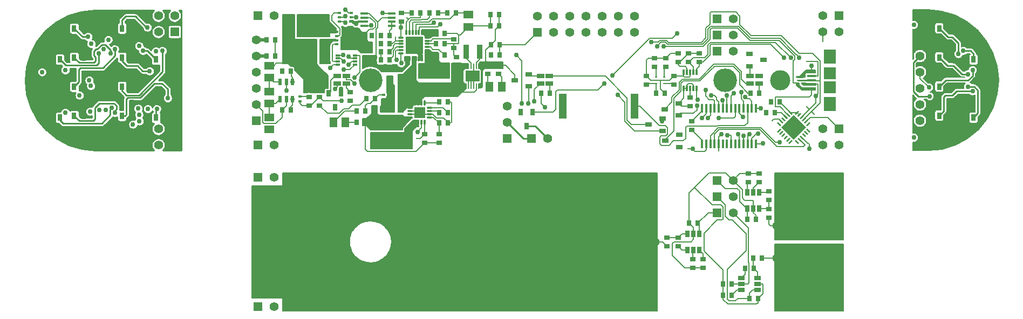
<source format=gtl>
G04 (created by PCBNEW (2013-07-07 BZR 4022)-stable) date 2/22/2014 5:21:18 PM*
%MOIN*%
G04 Gerber Fmt 3.4, Leading zero omitted, Abs format*
%FSLAX34Y34*%
G01*
G70*
G90*
G04 APERTURE LIST*
%ADD10C,0.00590551*%
%ADD11R,0.0551181X0.015748*%
%ADD12R,0.0748031X0.0728346*%
%ADD13R,0.0748031X0.0905512*%
%ADD14R,0.0165X0.0579*%
%ADD15C,0.015*%
%ADD16R,0.0551181X0.0547244*%
%ADD17R,0.191339X0.132283*%
%ADD18R,0.0472441X0.15748*%
%ADD19R,0.0276X0.0394*%
%ADD20R,0.0394X0.0276*%
%ADD21R,0.0394X0.0315*%
%ADD22R,0.0315X0.0394*%
%ADD23R,0.05X0.015*%
%ADD24R,0.045X0.025*%
%ADD25R,0.0512X0.059*%
%ADD26R,0.059X0.0512*%
%ADD27R,0.185039X0.0826772*%
%ADD28R,0.0354331X0.0866142*%
%ADD29R,0.055X0.055*%
%ADD30C,0.055*%
%ADD31R,0.021X0.016*%
%ADD32R,0.011811X0.0324803*%
%ADD33R,0.0137795X0.00984252*%
%ADD34R,0.023622X0.0433071*%
%ADD35O,0.0393701X0.0110236*%
%ADD36O,0.0110236X0.0393701*%
%ADD37R,0.0669291X0.0669291*%
%ADD38C,0.025*%
%ADD39R,0.0275591X0.011811*%
%ADD40R,0.019685X0.0137795*%
%ADD41R,0.011811X0.015748*%
%ADD42R,0.0779528X0.0964567*%
%ADD43R,0.0169291X0.0149606*%
%ADD44R,0.023622X0.0165354*%
%ADD45O,0.0110236X0.0389764*%
%ADD46O,0.0389764X0.0110236*%
%ADD47R,0.106299X0.106299*%
%ADD48C,0.023622*%
%ADD49R,0.0165354X0.00866142*%
%ADD50C,0.146*%
%ADD51C,0.125*%
%ADD52R,0.031X0.043*%
%ADD53R,0.0355X0.026*%
%ADD54R,0.026X0.0355*%
%ADD55C,0.01*%
%ADD56R,0.0866142X0.0669291*%
%ADD57O,0.00972441X0.0393701*%
%ADD58C,0.03*%
%ADD59C,0.006*%
%ADD60C,0.01*%
%ADD61C,0.02*%
G04 APERTURE END LIST*
G54D10*
G54D11*
X48750Y13988D03*
X48750Y14244D03*
X48750Y14500D03*
X48750Y14755D03*
X48750Y15011D03*
G54D12*
X49872Y14057D03*
X49872Y14942D03*
G54D13*
X49872Y13023D03*
X49872Y15976D03*
G54D14*
X43522Y10548D03*
X43778Y10548D03*
X44034Y10548D03*
X44290Y10548D03*
X42758Y12750D03*
X42754Y10548D03*
X43010Y10548D03*
X43266Y10548D03*
X44546Y12752D03*
X44290Y12752D03*
X44034Y12752D03*
X43778Y12752D03*
X43522Y12752D03*
X43266Y12752D03*
X44546Y10548D03*
X43010Y12750D03*
X42498Y10548D03*
X44802Y10548D03*
X44802Y12752D03*
X42498Y12752D03*
X42243Y10548D03*
X45057Y10548D03*
X45057Y12752D03*
X42243Y12752D03*
X41987Y10548D03*
X45313Y10548D03*
X45313Y12752D03*
X41987Y12752D03*
G54D15*
X39250Y4500D03*
X46450Y3500D03*
X46450Y5500D03*
G54D16*
X18700Y15900D03*
X18700Y16624D03*
G54D17*
X17132Y16262D03*
G54D16*
X16450Y18200D03*
X16450Y17475D03*
G54D17*
X18017Y17837D03*
G54D18*
X37804Y12900D03*
X33395Y12900D03*
G54D19*
X41825Y4000D03*
X41450Y4000D03*
X41075Y4000D03*
X41075Y5000D03*
X41450Y5000D03*
X41825Y5000D03*
G54D20*
X44400Y1525D03*
X44400Y1900D03*
X44400Y2275D03*
X45400Y2275D03*
X45400Y1900D03*
X45400Y1525D03*
G54D19*
X44775Y7550D03*
X45150Y7550D03*
X45525Y7550D03*
X45525Y6550D03*
X45150Y6550D03*
X44775Y6550D03*
G54D21*
X45783Y15750D03*
X44917Y15375D03*
X44917Y16125D03*
X39667Y12700D03*
X40533Y13075D03*
X40533Y12325D03*
X39717Y10750D03*
X40583Y11125D03*
X40583Y10375D03*
X38667Y11750D03*
X39533Y12125D03*
X39533Y11375D03*
X30417Y14500D03*
X31283Y14875D03*
X31283Y14125D03*
G54D22*
X19300Y12817D03*
X18925Y13683D03*
X19675Y13683D03*
G54D23*
X22800Y17866D03*
X22800Y18122D03*
X22800Y18378D03*
X22800Y18634D03*
X21100Y18634D03*
X21100Y18378D03*
X21100Y18122D03*
X21100Y17866D03*
G54D24*
X19450Y14300D03*
X20000Y14300D03*
X20000Y14750D03*
X19450Y14750D03*
X32000Y14300D03*
X32550Y14300D03*
X32550Y14750D03*
X32000Y14750D03*
X44950Y14300D03*
X45500Y14300D03*
X45500Y14750D03*
X44950Y14750D03*
G54D25*
X29600Y14100D03*
X28850Y14100D03*
G54D26*
X27550Y18550D03*
X27550Y17800D03*
G54D25*
X19950Y11900D03*
X19200Y11900D03*
G54D27*
X22500Y10650D03*
X22500Y11870D03*
X25400Y15100D03*
X25400Y13879D03*
G54D28*
X28250Y16250D03*
X27423Y16250D03*
G54D26*
X21350Y15750D03*
X21350Y16500D03*
G54D29*
X31800Y17450D03*
G54D30*
X31800Y18450D03*
X32800Y17450D03*
X32800Y18450D03*
X33800Y17450D03*
X33800Y18450D03*
X34800Y17450D03*
X34800Y18450D03*
X35800Y17450D03*
X35800Y18450D03*
X36800Y17450D03*
X36800Y18450D03*
X37800Y17450D03*
X37800Y18450D03*
G54D29*
X55450Y17000D03*
G54D30*
X55450Y16000D03*
X55450Y15000D03*
X55450Y14000D03*
X55450Y13000D03*
X55450Y12000D03*
G54D29*
X14450Y12000D03*
G54D30*
X14450Y13000D03*
X14450Y14000D03*
X14450Y15000D03*
X14450Y16000D03*
X14450Y17000D03*
G54D31*
X22300Y13610D03*
X22300Y13290D03*
X17150Y13190D03*
X17150Y13510D03*
G54D32*
X40856Y14011D03*
X41053Y14011D03*
X41250Y14011D03*
X41446Y14011D03*
X41643Y14011D03*
X41643Y14988D03*
X41446Y14988D03*
X41250Y14988D03*
X41053Y14988D03*
X40856Y14988D03*
G54D33*
X39655Y14303D03*
X39655Y14500D03*
X39655Y14696D03*
X39144Y14696D03*
X39144Y14303D03*
G54D34*
X16674Y14381D03*
X16300Y14381D03*
X15925Y14381D03*
X15925Y13318D03*
X16300Y13318D03*
X16674Y13318D03*
G54D35*
X25158Y12204D03*
X25158Y12401D03*
X25158Y12598D03*
X25158Y12795D03*
X23941Y12795D03*
X23941Y12598D03*
X23941Y12401D03*
X23941Y12204D03*
G54D36*
X24254Y11891D03*
X24451Y11891D03*
X24648Y11891D03*
X24845Y11891D03*
X24845Y13108D03*
X24648Y13108D03*
X24451Y13108D03*
X24254Y13108D03*
G54D37*
X24550Y12500D03*
G54D38*
X24550Y12500D03*
X24746Y12696D03*
X24746Y12303D03*
X24353Y12303D03*
X24353Y12696D03*
G54D39*
X20531Y15454D03*
X20531Y15651D03*
X20531Y15848D03*
X20531Y16045D03*
X19468Y16045D03*
X19468Y15848D03*
X19468Y15651D03*
X19468Y15454D03*
G54D40*
X19398Y17483D03*
X19398Y17227D03*
X19398Y16972D03*
X19398Y16716D03*
G54D41*
X20540Y17483D03*
X20540Y17227D03*
X20540Y16972D03*
X20540Y16716D03*
G54D42*
X20091Y17100D03*
G54D43*
X19950Y17657D03*
X19950Y16542D03*
G54D44*
X20324Y18144D03*
X20324Y18400D03*
X20324Y18655D03*
X19575Y18655D03*
X19575Y18400D03*
X19575Y18144D03*
G54D29*
X50450Y18500D03*
G54D30*
X49450Y18500D03*
X49450Y17500D03*
X50450Y17500D03*
G54D29*
X9400Y17500D03*
G54D30*
X8400Y17500D03*
X8400Y18500D03*
X9400Y18500D03*
G54D29*
X9400Y10500D03*
G54D30*
X8400Y10500D03*
X8400Y11500D03*
X9400Y11500D03*
G54D29*
X50450Y11500D03*
G54D30*
X49450Y11500D03*
X49450Y10500D03*
X50450Y10500D03*
G54D10*
G36*
X48686Y11871D02*
X48492Y11676D01*
X48422Y11746D01*
X48617Y11941D01*
X48686Y11871D01*
X48686Y11871D01*
G37*
G36*
X48547Y12010D02*
X48352Y11815D01*
X48283Y11885D01*
X48478Y12080D01*
X48547Y12010D01*
X48547Y12010D01*
G37*
G36*
X48408Y12149D02*
X48213Y11954D01*
X48144Y12024D01*
X48339Y12219D01*
X48408Y12149D01*
X48408Y12149D01*
G37*
G36*
X48269Y12289D02*
X48074Y12094D01*
X48004Y12163D01*
X48199Y12358D01*
X48269Y12289D01*
X48269Y12289D01*
G37*
G36*
X48130Y12428D02*
X47935Y12233D01*
X47865Y12302D01*
X48060Y12497D01*
X48130Y12428D01*
X48130Y12428D01*
G37*
G36*
X47991Y12567D02*
X47796Y12372D01*
X47726Y12442D01*
X47921Y12636D01*
X47991Y12567D01*
X47991Y12567D01*
G37*
G36*
X46877Y11453D02*
X46682Y11258D01*
X46613Y11328D01*
X46807Y11523D01*
X46877Y11453D01*
X46877Y11453D01*
G37*
G36*
X47016Y11314D02*
X46821Y11119D01*
X46752Y11189D01*
X46947Y11384D01*
X47016Y11314D01*
X47016Y11314D01*
G37*
G36*
X47155Y11175D02*
X46960Y10980D01*
X46891Y11050D01*
X47086Y11245D01*
X47155Y11175D01*
X47155Y11175D01*
G37*
G36*
X47295Y11036D02*
X47100Y10841D01*
X47030Y10910D01*
X47225Y11105D01*
X47295Y11036D01*
X47295Y11036D01*
G37*
G36*
X47434Y10897D02*
X47239Y10702D01*
X47169Y10771D01*
X47364Y10966D01*
X47434Y10897D01*
X47434Y10897D01*
G37*
G36*
X47573Y10757D02*
X47378Y10563D01*
X47308Y10632D01*
X47503Y10827D01*
X47573Y10757D01*
X47573Y10757D01*
G37*
G36*
X47378Y12636D02*
X47573Y12442D01*
X47503Y12372D01*
X47308Y12567D01*
X47378Y12636D01*
X47378Y12636D01*
G37*
G36*
X47239Y12497D02*
X47434Y12302D01*
X47364Y12233D01*
X47169Y12428D01*
X47239Y12497D01*
X47239Y12497D01*
G37*
G36*
X47100Y12358D02*
X47295Y12163D01*
X47225Y12094D01*
X47030Y12289D01*
X47100Y12358D01*
X47100Y12358D01*
G37*
G36*
X46960Y12219D02*
X47155Y12024D01*
X47086Y11954D01*
X46891Y12149D01*
X46960Y12219D01*
X46960Y12219D01*
G37*
G36*
X46821Y12080D02*
X47016Y11885D01*
X46947Y11815D01*
X46752Y12010D01*
X46821Y12080D01*
X46821Y12080D01*
G37*
G36*
X46682Y11941D02*
X46877Y11746D01*
X46807Y11676D01*
X46613Y11871D01*
X46682Y11941D01*
X46682Y11941D01*
G37*
G36*
X47796Y10827D02*
X47991Y10632D01*
X47921Y10563D01*
X47726Y10757D01*
X47796Y10827D01*
X47796Y10827D01*
G37*
G36*
X47935Y10966D02*
X48130Y10771D01*
X48060Y10702D01*
X47865Y10897D01*
X47935Y10966D01*
X47935Y10966D01*
G37*
G36*
X48074Y11105D02*
X48269Y10910D01*
X48199Y10841D01*
X48004Y11036D01*
X48074Y11105D01*
X48074Y11105D01*
G37*
G36*
X48213Y11245D02*
X48408Y11050D01*
X48339Y10980D01*
X48144Y11175D01*
X48213Y11245D01*
X48213Y11245D01*
G37*
G36*
X48352Y11384D02*
X48547Y11189D01*
X48478Y11119D01*
X48283Y11314D01*
X48352Y11384D01*
X48352Y11384D01*
G37*
G36*
X48492Y11523D02*
X48686Y11328D01*
X48617Y11258D01*
X48422Y11453D01*
X48492Y11523D01*
X48492Y11523D01*
G37*
G36*
X48415Y11600D02*
X47650Y10834D01*
X46884Y11600D01*
X47650Y12365D01*
X48415Y11600D01*
X48415Y11600D01*
G37*
G54D29*
X14550Y18500D03*
G54D30*
X15550Y18500D03*
G54D29*
X14550Y10500D03*
G54D30*
X15550Y10500D03*
G54D29*
X42900Y18300D03*
G54D30*
X43900Y18300D03*
G54D29*
X42900Y17300D03*
G54D30*
X43900Y17300D03*
G54D29*
X42900Y16300D03*
G54D30*
X43900Y16300D03*
G54D29*
X14550Y8500D03*
G54D30*
X15550Y8500D03*
G54D29*
X14550Y500D03*
G54D30*
X15550Y500D03*
G54D29*
X42900Y6300D03*
G54D30*
X43900Y6300D03*
G54D29*
X42900Y7300D03*
G54D30*
X43900Y7300D03*
G54D29*
X42900Y8300D03*
G54D30*
X43900Y8300D03*
G54D45*
X24692Y17455D03*
X24495Y17455D03*
X24298Y17455D03*
X24101Y17455D03*
X23904Y17455D03*
X23707Y17455D03*
X23707Y15844D03*
X23904Y15844D03*
X24101Y15844D03*
X24298Y15844D03*
X24495Y15844D03*
X24692Y15844D03*
G54D46*
X23394Y17142D03*
X23394Y16945D03*
X23394Y16748D03*
X23394Y16551D03*
X23394Y16354D03*
X23394Y16157D03*
X25005Y16157D03*
X25005Y16354D03*
X25005Y16551D03*
X25005Y16748D03*
X25005Y16945D03*
X25005Y17142D03*
G54D47*
X24200Y16650D03*
G54D48*
X24554Y16295D03*
X24200Y16295D03*
X23845Y16295D03*
X23845Y16650D03*
X24200Y16650D03*
X24554Y16650D03*
X24554Y17004D03*
X24200Y17004D03*
X23845Y17004D03*
G54D49*
X48177Y14342D03*
X48177Y14500D03*
X48177Y14657D03*
X47922Y14657D03*
X47922Y14500D03*
X47922Y14342D03*
G54D50*
X21500Y14500D03*
X43400Y14500D03*
G54D51*
X18100Y14500D03*
X46800Y14500D03*
G54D22*
X31150Y11667D03*
X30775Y12533D03*
X31525Y12533D03*
G54D29*
X29950Y10900D03*
G54D30*
X29950Y11900D03*
X29950Y12900D03*
G54D29*
X31450Y10900D03*
G54D30*
X32450Y10900D03*
G54D52*
X7654Y12188D03*
X8254Y12188D03*
X8254Y13218D03*
X7654Y13218D03*
X3795Y17711D03*
X3195Y17711D03*
X3195Y16681D03*
X3795Y16681D03*
X6745Y12311D03*
X6145Y12311D03*
X6145Y11281D03*
X6745Y11281D03*
X6745Y15911D03*
X6145Y15911D03*
X6145Y14881D03*
X6745Y14881D03*
X57245Y15911D03*
X56645Y15911D03*
X56645Y14881D03*
X57245Y14881D03*
X3795Y12311D03*
X3195Y12311D03*
X3195Y11281D03*
X3795Y11281D03*
X57245Y12311D03*
X56645Y12311D03*
X56645Y11281D03*
X57245Y11281D03*
X7654Y15788D03*
X8254Y15788D03*
X8254Y16818D03*
X7654Y16818D03*
X6745Y14111D03*
X6145Y14111D03*
X6145Y13081D03*
X6745Y13081D03*
X6745Y17711D03*
X6145Y17711D03*
X6145Y16681D03*
X6745Y16681D03*
X1704Y12188D03*
X2304Y12188D03*
X2304Y13218D03*
X1704Y13218D03*
X3795Y14111D03*
X3195Y14111D03*
X3195Y13081D03*
X3795Y13081D03*
X58154Y15788D03*
X58754Y15788D03*
X58754Y16818D03*
X58154Y16818D03*
X57245Y17711D03*
X56645Y17711D03*
X56645Y16681D03*
X57245Y16681D03*
X57245Y14111D03*
X56645Y14111D03*
X56645Y13081D03*
X57245Y13081D03*
X58154Y12188D03*
X58754Y12188D03*
X58754Y13218D03*
X58154Y13218D03*
X1704Y15788D03*
X2304Y15788D03*
X2304Y16818D03*
X1704Y16818D03*
X3795Y15911D03*
X3195Y15911D03*
X3195Y14881D03*
X3795Y14881D03*
G54D53*
X26800Y15382D03*
X26800Y15917D03*
G54D54*
X15617Y17000D03*
X15082Y17000D03*
X23367Y12700D03*
X22832Y12700D03*
X25732Y12500D03*
X26267Y12500D03*
X25732Y13150D03*
X26267Y13150D03*
X21732Y12700D03*
X22267Y12700D03*
G54D53*
X28750Y15417D03*
X28750Y14882D03*
G54D54*
X22667Y17250D03*
X22132Y17250D03*
X23367Y13350D03*
X22832Y13350D03*
X23367Y14000D03*
X22832Y14000D03*
X25532Y16750D03*
X26067Y16750D03*
X25532Y16050D03*
X26067Y16050D03*
G54D53*
X22700Y15167D03*
X22700Y14632D03*
X26650Y17017D03*
X26650Y16482D03*
G54D54*
X25532Y17400D03*
X26067Y17400D03*
X46767Y13150D03*
X46232Y13150D03*
X21032Y17250D03*
X21567Y17250D03*
X29467Y16050D03*
X28932Y16050D03*
X29442Y18575D03*
X28907Y18575D03*
X29442Y17875D03*
X28907Y17875D03*
G54D53*
X46100Y7617D03*
X46100Y7082D03*
G54D54*
X41717Y5650D03*
X41182Y5650D03*
X44632Y2850D03*
X45167Y2850D03*
X43817Y1900D03*
X43282Y1900D03*
X44907Y1000D03*
X45442Y1000D03*
G54D53*
X41400Y3417D03*
X41400Y2882D03*
X45500Y8182D03*
X45500Y8717D03*
X38550Y14232D03*
X38550Y14767D03*
X41350Y11432D03*
X41350Y11967D03*
X40250Y14232D03*
X40250Y14767D03*
G54D54*
X44782Y5900D03*
X45317Y5900D03*
G54D53*
X40500Y15632D03*
X40500Y16167D03*
X41250Y13417D03*
X41250Y12882D03*
X40500Y4232D03*
X40500Y4767D03*
X29400Y14882D03*
X29400Y15417D03*
G54D54*
X21167Y11900D03*
X20632Y11900D03*
G54D53*
X24850Y10632D03*
X24850Y11167D03*
G54D54*
X15617Y16000D03*
X15082Y16000D03*
G54D53*
X25750Y10632D03*
X25750Y11167D03*
G54D54*
X25732Y11850D03*
X26267Y11850D03*
X21232Y13350D03*
X21767Y13350D03*
X22667Y16250D03*
X22132Y16250D03*
X26232Y18650D03*
X26767Y18650D03*
X22132Y16750D03*
X22667Y16750D03*
X22132Y15750D03*
X22667Y15750D03*
X21167Y12600D03*
X20632Y12600D03*
G54D53*
X17700Y12932D03*
X17700Y13467D03*
X18350Y12932D03*
X18350Y13467D03*
G54D54*
X25667Y18650D03*
X25132Y18650D03*
X24032Y18650D03*
X24567Y18650D03*
G54D53*
X23400Y18667D03*
X23400Y18132D03*
G54D54*
X45932Y12500D03*
X46467Y12500D03*
X28932Y16700D03*
X29467Y16700D03*
X45667Y3500D03*
X45132Y3500D03*
G54D53*
X46100Y5982D03*
X46100Y6517D03*
X42050Y3417D03*
X42050Y2882D03*
G54D54*
X43817Y1200D03*
X43282Y1200D03*
G54D53*
X44850Y8182D03*
X44850Y8717D03*
X20250Y13767D03*
X20250Y13232D03*
G54D54*
X32567Y13700D03*
X32032Y13700D03*
X45517Y13700D03*
X44982Y13700D03*
G54D53*
X39750Y15332D03*
X39750Y15867D03*
G54D54*
X39132Y13700D03*
X39667Y13700D03*
G54D53*
X39050Y15332D03*
X39050Y15867D03*
X41800Y16167D03*
X41800Y15632D03*
X41150Y16167D03*
X41150Y15632D03*
X39800Y4232D03*
X39800Y4767D03*
G54D54*
X16032Y12650D03*
X16567Y12650D03*
X16032Y15050D03*
X16567Y15050D03*
G54D55*
X24350Y10900D03*
X48550Y10600D03*
X24100Y15150D03*
X23900Y18100D03*
X23750Y18350D03*
X49450Y16900D03*
X46300Y12000D03*
X48150Y13950D03*
X48450Y15650D03*
X48900Y12400D03*
X48450Y12850D03*
X23250Y15150D03*
X41125Y10250D03*
X48350Y10500D03*
X46850Y12500D03*
X43025Y10125D03*
X23050Y16750D03*
X23050Y17150D03*
X24100Y17900D03*
G54D56*
X27800Y14750D03*
G54D38*
X27800Y14750D03*
X27603Y14553D03*
X27603Y14946D03*
X27996Y14946D03*
X27996Y14553D03*
G54D57*
X27878Y15358D03*
X27721Y15358D03*
X27563Y15358D03*
X27406Y15358D03*
X28193Y15358D03*
X28036Y15358D03*
X27406Y14141D03*
X27563Y14141D03*
X27721Y14141D03*
X27878Y14141D03*
X28036Y14141D03*
X28193Y14141D03*
G54D26*
X15250Y15400D03*
X15250Y14650D03*
X15250Y13800D03*
X15250Y13050D03*
X15250Y12200D03*
X15250Y11450D03*
G54D58*
X22000Y11875D03*
X22500Y11870D03*
X23000Y11875D03*
X56050Y13500D03*
X3525Y13575D03*
X6825Y11775D03*
X7200Y16625D03*
X4250Y16750D03*
X40250Y14232D03*
X41450Y4000D03*
X45500Y8182D03*
X41350Y11432D03*
X41250Y13417D03*
X41800Y16167D03*
X45783Y15750D03*
X45932Y12500D03*
X29400Y15417D03*
X22132Y16750D03*
X19300Y12817D03*
X19000Y15250D03*
X15617Y17000D03*
X16032Y15050D03*
X46767Y13150D03*
X26232Y18650D03*
X23400Y18667D03*
X19950Y18450D03*
X21550Y17900D03*
X44400Y13750D03*
X23394Y17775D03*
X7200Y12375D03*
X4225Y14150D03*
X56000Y14050D03*
X47050Y15900D03*
X43500Y13550D03*
X41800Y15632D03*
X25132Y18650D03*
X7225Y11975D03*
X4125Y14500D03*
X47475Y15900D03*
X43250Y13250D03*
X41150Y15632D03*
X24567Y18650D03*
X25532Y17400D03*
X39600Y16600D03*
X38850Y16850D03*
X25800Y17950D03*
X49000Y13525D03*
X25400Y18050D03*
X39200Y16600D03*
X47975Y15900D03*
X20600Y18000D03*
X19850Y15150D03*
X19950Y18050D03*
X19800Y16050D03*
X20150Y15450D03*
X16674Y13318D03*
X16674Y14381D03*
X19850Y15650D03*
X42200Y13900D03*
X42550Y13550D03*
X41400Y10250D03*
X30500Y16050D03*
X30850Y13075D03*
X22667Y17250D03*
X39132Y13700D03*
X43175Y11150D03*
X43550Y11100D03*
X19675Y13950D03*
X45450Y11200D03*
X31250Y13075D03*
X44917Y16125D03*
X45750Y10600D03*
X44550Y11050D03*
X44900Y11150D03*
X44650Y13450D03*
X48600Y10275D03*
X46775Y10650D03*
X35950Y14300D03*
X36450Y14800D03*
X40450Y17400D03*
X43950Y13700D03*
X41675Y12925D03*
X43000Y12175D03*
X44525Y12225D03*
X36775Y13600D03*
X40583Y10375D03*
X45600Y12750D03*
X23367Y12700D03*
X24400Y11300D03*
X7450Y16325D03*
X7725Y17775D03*
X8250Y16300D03*
X7850Y15075D03*
X8650Y16325D03*
X8975Y13400D03*
X8300Y12725D03*
X7750Y12725D03*
X5300Y17007D03*
X4700Y16175D03*
X4050Y17200D03*
X5000Y16425D03*
X5450Y16150D03*
X5700Y16425D03*
X5725Y12500D03*
X5525Y12800D03*
X5150Y12650D03*
X1204Y15011D03*
X2650Y15125D03*
X4750Y12650D03*
X2650Y12507D03*
X58125Y16325D03*
X57825Y16125D03*
X58425Y14875D03*
X58700Y15125D03*
X58700Y13825D03*
X58425Y14100D03*
X55075Y17925D03*
X55075Y10950D03*
X4175Y12575D03*
X7150Y12750D03*
X41725Y13300D03*
X44200Y11150D03*
X39750Y15332D03*
X41975Y12175D03*
X42350Y12175D03*
X39050Y15332D03*
X15250Y11450D03*
X30775Y12533D03*
X39525Y11950D03*
X40583Y11125D03*
X20525Y14675D03*
X46232Y13150D03*
X33395Y12900D03*
X48750Y15400D03*
X41350Y11967D03*
X40533Y13075D03*
X40250Y14767D03*
X40500Y16167D03*
X38550Y14767D03*
X28750Y14882D03*
X28932Y16050D03*
X27550Y17800D03*
X26067Y16750D03*
X22267Y12700D03*
X22832Y12700D03*
X22832Y13350D03*
X22132Y15750D03*
X22132Y17250D03*
X22250Y18650D03*
X17700Y13467D03*
X19200Y11900D03*
X16300Y13850D03*
X21567Y17250D03*
X20600Y18400D03*
X21767Y13350D03*
X23400Y15550D03*
X21232Y13350D03*
X25532Y16750D03*
X23100Y15750D03*
X19725Y13225D03*
X20150Y15950D03*
X19950Y18850D03*
X39667Y12700D03*
X19300Y13950D03*
X31625Y13200D03*
X45500Y14750D03*
X38667Y11750D03*
X32550Y14750D03*
X20500Y14300D03*
X39717Y10750D03*
X32275Y12825D03*
X32032Y13700D03*
X20250Y13232D03*
G54D59*
X24850Y10632D02*
X24317Y10100D01*
X21167Y10232D02*
X21167Y11900D01*
X21300Y10100D02*
X21167Y10232D01*
X21350Y10100D02*
X21300Y10100D01*
X21450Y10100D02*
X21350Y10100D01*
X24317Y10100D02*
X21450Y10100D01*
X25750Y10632D02*
X24850Y10632D01*
G54D60*
X56050Y13500D02*
X55350Y13500D01*
X55050Y15600D02*
X55450Y16000D01*
X55050Y13800D02*
X55050Y15600D01*
X55350Y13500D02*
X55050Y13800D01*
G54D59*
X16032Y12650D02*
X16032Y12207D01*
X14850Y12600D02*
X14450Y13000D01*
X14850Y11900D02*
X14850Y12600D01*
X14925Y11825D02*
X14850Y11900D01*
X15650Y11825D02*
X14925Y11825D01*
X16032Y12207D02*
X15650Y11825D01*
X39655Y14303D02*
X40179Y14303D01*
X40250Y14232D02*
X40179Y14303D01*
X41400Y3417D02*
X41400Y3950D01*
X41450Y4000D02*
X41400Y3950D01*
X44400Y1900D02*
X44825Y1900D01*
X44850Y5350D02*
X43900Y6300D01*
X44850Y3225D02*
X44850Y5350D01*
X44875Y3200D02*
X44850Y3225D01*
X44875Y1950D02*
X44875Y3200D01*
X44825Y1900D02*
X44875Y1950D01*
X45150Y7832D02*
X45500Y8182D01*
X45150Y7550D02*
X45150Y7832D01*
X41987Y10548D02*
X41987Y10795D01*
X41350Y11432D02*
X41987Y10795D01*
X41250Y14011D02*
X41250Y13417D01*
X41150Y16167D02*
X41800Y16167D01*
X40500Y15632D02*
X40615Y15632D01*
X40615Y15632D02*
X41150Y16167D01*
X28932Y16700D02*
X28932Y16682D01*
X28750Y15550D02*
X28750Y15417D01*
X28600Y15700D02*
X28750Y15550D01*
X28600Y16350D02*
X28600Y15700D01*
X28932Y16682D02*
X28600Y16350D01*
X29442Y18575D02*
X29442Y17875D01*
X29442Y17875D02*
X29200Y17632D01*
X29200Y17632D02*
X29200Y16967D01*
X29200Y16967D02*
X28932Y16700D01*
X30417Y14500D02*
X30417Y14833D01*
X29832Y15417D02*
X29400Y15417D01*
X30417Y14833D02*
X29832Y15417D01*
X19468Y15454D02*
X19204Y15454D01*
X19204Y15454D02*
X19000Y15250D01*
X15617Y16000D02*
X15617Y17000D01*
X47441Y12504D02*
X46795Y13150D01*
X46767Y13150D02*
X46795Y13150D01*
X40500Y15632D02*
X40500Y15450D01*
X41053Y15246D02*
X41053Y14988D01*
X40950Y15350D02*
X41053Y15246D01*
X40600Y15350D02*
X40950Y15350D01*
X40500Y15450D02*
X40600Y15350D01*
X47858Y12504D02*
X47997Y12365D01*
X47441Y12504D02*
X47858Y12504D01*
X44400Y1900D02*
X43817Y1900D01*
X28193Y14141D02*
X28251Y14200D01*
X28251Y14200D02*
X28300Y14200D01*
X28193Y15358D02*
X28235Y15400D01*
X28235Y15400D02*
X28350Y15400D01*
X25667Y18650D02*
X26232Y18650D01*
X23417Y18650D02*
X23400Y18667D01*
X24032Y18650D02*
X23417Y18650D01*
X19575Y18400D02*
X19900Y18400D01*
X19900Y18400D02*
X19950Y18450D01*
X21100Y17866D02*
X21516Y17866D01*
X21516Y17866D02*
X21550Y17900D01*
X16032Y12650D02*
X16300Y12917D01*
X16300Y12917D02*
X16300Y13318D01*
X22800Y18378D02*
X22228Y18378D01*
X22228Y18378D02*
X21950Y18100D01*
X21350Y15750D02*
X21800Y15750D01*
X21416Y18634D02*
X21100Y18634D01*
X21950Y18100D02*
X21416Y18634D01*
X21950Y17750D02*
X21950Y18100D01*
X21850Y17650D02*
X21950Y17750D01*
X21850Y15800D02*
X21850Y17650D01*
X21800Y15750D02*
X21850Y15800D01*
X44550Y12756D02*
X44546Y12752D01*
X44550Y13200D02*
X44550Y12756D01*
X44400Y13350D02*
X44550Y13200D01*
X44400Y13400D02*
X44400Y13350D01*
X44400Y13750D02*
X44400Y13400D01*
X23394Y17142D02*
X23394Y17775D01*
X23394Y17775D02*
X23394Y18127D01*
X23394Y18127D02*
X23400Y18132D01*
X23050Y17150D02*
X23050Y16945D01*
X23050Y16945D02*
X23045Y16945D01*
X22667Y16750D02*
X22850Y16750D01*
X23045Y16945D02*
X23394Y16945D01*
X22850Y16750D02*
X23045Y16945D01*
X55450Y14600D02*
X55450Y15000D01*
X56000Y14050D02*
X55450Y14600D01*
X41800Y15632D02*
X42057Y15632D01*
X42550Y16725D02*
X46200Y16725D01*
X42475Y16650D02*
X42550Y16725D01*
X42475Y16050D02*
X42475Y16650D01*
X42057Y15632D02*
X42475Y16050D01*
X46225Y16725D02*
X47050Y15900D01*
X46200Y16725D02*
X46225Y16725D01*
X43522Y13528D02*
X43522Y12752D01*
X43522Y13528D02*
X43500Y13550D01*
X41800Y15350D02*
X41700Y15250D01*
X41800Y15632D02*
X41800Y15350D01*
X41643Y14988D02*
X41650Y14994D01*
X41650Y15200D02*
X41650Y14994D01*
X41700Y15250D02*
X41650Y15200D01*
X25132Y18382D02*
X25000Y18250D01*
X25000Y18250D02*
X24650Y18250D01*
X24650Y18250D02*
X24625Y18225D01*
X24625Y18225D02*
X24025Y18225D01*
X24025Y18225D02*
X23904Y18104D01*
X23904Y17455D02*
X23904Y18104D01*
X25132Y18650D02*
X25132Y18382D01*
X23750Y18350D02*
X23850Y18250D01*
X44670Y16845D02*
X46529Y16845D01*
X41182Y15632D02*
X41450Y15900D01*
X41450Y15900D02*
X42155Y15900D01*
X42155Y15900D02*
X42354Y16099D01*
X42354Y16099D02*
X42354Y16699D01*
X42354Y16699D02*
X42500Y16845D01*
X42500Y16845D02*
X44670Y16845D01*
X41150Y15632D02*
X41182Y15632D01*
X46529Y16845D02*
X47475Y15900D01*
X43266Y12752D02*
X43266Y13234D01*
X43266Y13234D02*
X43250Y13250D01*
X24300Y18350D02*
X24400Y18350D01*
X41446Y14988D02*
X41446Y15335D01*
X41150Y15632D02*
X41446Y15335D01*
X24567Y18367D02*
X24550Y18350D01*
X24567Y18650D02*
X24567Y18367D01*
X24550Y18350D02*
X24400Y18350D01*
X24400Y18350D02*
X23950Y18350D01*
X23950Y18350D02*
X23850Y18250D01*
X23850Y18250D02*
X23707Y18107D01*
X23707Y17455D02*
X23707Y18107D01*
X24100Y17900D02*
X24101Y17898D01*
X24101Y17898D02*
X24101Y17455D01*
X24100Y17900D02*
X24100Y17950D01*
X24100Y17950D02*
X24100Y17900D01*
X24101Y17455D02*
X24100Y17456D01*
X24100Y17456D02*
X24100Y18050D01*
X24100Y18050D02*
X24150Y18100D01*
X24150Y18100D02*
X24700Y18100D01*
X26417Y18300D02*
X26767Y18650D01*
X25300Y18300D02*
X26417Y18300D01*
X25100Y18100D02*
X25300Y18300D01*
X25050Y18100D02*
X25100Y18100D01*
X24700Y18100D02*
X25050Y18100D01*
X24700Y18100D02*
X24700Y18100D01*
X27550Y18550D02*
X27450Y18650D01*
X27450Y18650D02*
X26767Y18650D01*
X44075Y17725D02*
X44190Y17725D01*
X42050Y16600D02*
X42475Y17025D01*
X42475Y17025D02*
X42475Y17625D01*
X42475Y17625D02*
X42575Y17725D01*
X42575Y17725D02*
X44075Y17725D01*
X39600Y16600D02*
X42050Y16600D01*
X47657Y14342D02*
X47922Y14342D01*
X47625Y14375D02*
X47657Y14342D01*
X47625Y15700D02*
X47625Y14375D01*
X47725Y15800D02*
X47625Y15700D01*
X47725Y16000D02*
X47725Y15800D01*
X46759Y16965D02*
X47725Y16000D01*
X44950Y16965D02*
X46759Y16965D01*
X44190Y17725D02*
X44950Y16965D01*
X48150Y13950D02*
X47900Y14200D01*
X47900Y14320D02*
X47922Y14342D01*
X47900Y14200D02*
X47900Y14320D01*
X48750Y13988D02*
X48188Y13988D01*
X48188Y13988D02*
X48150Y13950D01*
X47302Y12365D02*
X47284Y12365D01*
X48750Y13600D02*
X48750Y13988D01*
X48600Y13450D02*
X48750Y13600D01*
X47100Y13450D02*
X48600Y13450D01*
X46500Y13450D02*
X47100Y13450D01*
X46500Y12850D02*
X46500Y13450D01*
X46800Y12850D02*
X46500Y12850D01*
X47284Y12365D02*
X46800Y12850D01*
X49270Y14479D02*
X49270Y15704D01*
X46875Y17250D02*
X45050Y17250D01*
X47975Y16150D02*
X46875Y17250D01*
X48825Y16150D02*
X47975Y16150D01*
X49270Y15704D02*
X48825Y16150D01*
X41040Y16840D02*
X41950Y16840D01*
X41950Y16840D02*
X42229Y17119D01*
X42229Y17119D02*
X42229Y17719D01*
X42229Y17719D02*
X42475Y17964D01*
X42475Y17964D02*
X42475Y18675D01*
X42475Y18675D02*
X42525Y18725D01*
X42525Y18725D02*
X44075Y18725D01*
X44075Y18725D02*
X44325Y18475D01*
X44325Y18475D02*
X44325Y17929D01*
X44325Y17929D02*
X45004Y17250D01*
X45004Y17250D02*
X45050Y17250D01*
X38850Y16850D02*
X39275Y16850D01*
X24495Y17455D02*
X24500Y17459D01*
X25650Y17800D02*
X25800Y17950D01*
X25600Y17800D02*
X25650Y17800D01*
X24500Y17800D02*
X25600Y17800D01*
X24500Y17459D02*
X24500Y17800D01*
X39899Y16840D02*
X41040Y16840D01*
X39769Y16970D02*
X39899Y16840D01*
X39395Y16970D02*
X39769Y16970D01*
X39275Y16850D02*
X39395Y16970D01*
X45050Y17250D02*
X45125Y17250D01*
X48900Y12400D02*
X48744Y12555D01*
X48744Y12555D02*
X48744Y12555D01*
X48276Y12087D02*
X48639Y12450D01*
X48639Y12450D02*
X48744Y12555D01*
X48744Y12555D02*
X49270Y13080D01*
X48770Y14479D02*
X48750Y14500D01*
X49270Y14479D02*
X48770Y14479D01*
X49270Y14429D02*
X49270Y14479D01*
X49270Y14200D02*
X49270Y14429D01*
X49270Y13080D02*
X49270Y14200D01*
G54D60*
X47922Y14500D02*
X48177Y14500D01*
X48177Y14500D02*
X48750Y14500D01*
G54D59*
X48750Y14244D02*
X48276Y14244D01*
X48276Y14244D02*
X48177Y14342D01*
X49000Y13525D02*
X49000Y13100D01*
X49000Y13100D02*
X48600Y12700D01*
X49150Y13775D02*
X49150Y13675D01*
X41250Y16720D02*
X42000Y16720D01*
X39450Y16850D02*
X39695Y16850D01*
X39695Y16850D02*
X39720Y16850D01*
X39720Y16850D02*
X39850Y16720D01*
X39850Y16720D02*
X41250Y16720D01*
X25400Y18050D02*
X25300Y17950D01*
X25150Y17950D02*
X25300Y17950D01*
X25150Y17950D02*
X24750Y17950D01*
X39200Y16600D02*
X39450Y16850D01*
X47975Y15925D02*
X47975Y15900D01*
X47815Y16084D02*
X47975Y15925D01*
X47809Y16084D02*
X47815Y16084D01*
X47784Y16109D02*
X47809Y16084D01*
X47759Y16134D02*
X47784Y16109D01*
X47584Y16309D02*
X47759Y16134D01*
X46809Y17085D02*
X47584Y16309D01*
X45000Y17085D02*
X46809Y17085D01*
X44942Y17142D02*
X45000Y17085D01*
X44942Y17142D02*
X44942Y17142D01*
X44239Y17845D02*
X44942Y17142D01*
X42525Y17845D02*
X44239Y17845D01*
X42350Y17669D02*
X42525Y17845D01*
X42350Y17069D02*
X42350Y17669D01*
X42000Y16720D02*
X42350Y17069D01*
X49150Y13675D02*
X49000Y13525D01*
X48450Y12850D02*
X48600Y12700D01*
X48600Y12700D02*
X48610Y12700D01*
X48610Y12700D02*
X48137Y12226D01*
X48750Y14244D02*
X48755Y14250D01*
X49150Y14250D02*
X49150Y13775D01*
X49150Y13775D02*
X49150Y13750D01*
X48755Y14250D02*
X49150Y14250D01*
X24300Y17950D02*
X24298Y17948D01*
X24300Y17950D02*
X24750Y17950D01*
X24298Y17948D02*
X24298Y17455D01*
X24750Y17950D02*
X24750Y17950D01*
X24298Y17455D02*
X24300Y17456D01*
X22667Y16250D02*
X22667Y16267D01*
X23098Y16748D02*
X23394Y16748D01*
X23018Y16748D02*
X23098Y16748D01*
X22900Y16630D02*
X23018Y16748D01*
X22900Y16500D02*
X22900Y16630D01*
X22667Y16267D02*
X22900Y16500D01*
X20531Y15454D02*
X20226Y15150D01*
X20226Y15150D02*
X19850Y15150D01*
X20324Y18144D02*
X20505Y18144D01*
X20528Y18122D02*
X20650Y18122D01*
X20650Y18122D02*
X21100Y18122D01*
X20505Y18144D02*
X20528Y18122D01*
X19398Y16716D02*
X19216Y16716D01*
X19198Y15651D02*
X19468Y15651D01*
X19150Y15700D02*
X19198Y15651D01*
X19150Y15800D02*
X19150Y15700D01*
X19150Y16650D02*
X19150Y15800D01*
X19216Y16716D02*
X19150Y16650D01*
X19398Y17227D02*
X19527Y17227D01*
X19255Y18655D02*
X19575Y18655D01*
X19100Y18500D02*
X19255Y18655D01*
X19100Y18200D02*
X19100Y18500D01*
X19600Y17700D02*
X19100Y18200D01*
X19600Y17300D02*
X19600Y17700D01*
X19527Y17227D02*
X19600Y17300D01*
X21100Y18378D02*
X21472Y18378D01*
X21432Y17650D02*
X21032Y17250D01*
X21650Y17650D02*
X21432Y17650D01*
X21800Y17800D02*
X21650Y17650D01*
X21800Y18050D02*
X21800Y17800D01*
X21472Y18378D02*
X21800Y18050D01*
X19575Y18144D02*
X19855Y18144D01*
X19855Y18144D02*
X19950Y18050D01*
X19905Y18094D02*
X19950Y18050D01*
X19800Y16050D02*
X19795Y16045D01*
X19468Y16045D02*
X19795Y16045D01*
X20531Y15651D02*
X20351Y15651D01*
X20351Y15651D02*
X20150Y15450D01*
X16567Y12867D02*
X16674Y12974D01*
X16674Y12974D02*
X16674Y13318D01*
X16567Y12650D02*
X16567Y12867D01*
X19468Y15848D02*
X19651Y15848D01*
X16600Y15017D02*
X16567Y15050D01*
X16674Y14675D02*
X16674Y14381D01*
X16600Y14750D02*
X16674Y14675D01*
X16600Y15017D02*
X16600Y14750D01*
X19651Y15848D02*
X19850Y15650D01*
X42200Y13525D02*
X42200Y13900D01*
X42758Y13217D02*
X42675Y13300D01*
X42675Y13300D02*
X42425Y13300D01*
X42425Y13300D02*
X42200Y13525D01*
X42758Y12750D02*
X42758Y13217D01*
X43010Y13165D02*
X42875Y13300D01*
X42875Y13300D02*
X42875Y13425D01*
X42875Y13425D02*
X42750Y13550D01*
X42750Y13550D02*
X42550Y13550D01*
X43010Y13165D02*
X43010Y12750D01*
X29467Y16700D02*
X31050Y16700D01*
X31050Y16700D02*
X31800Y17450D01*
X29467Y16050D02*
X29467Y16700D01*
X42754Y10548D02*
X42754Y11154D01*
X48250Y10400D02*
X48350Y10500D01*
X46600Y10400D02*
X48250Y10400D01*
X45550Y11450D02*
X46600Y10400D01*
X43050Y11450D02*
X45550Y11450D01*
X42754Y11154D02*
X43050Y11450D01*
X47997Y10834D02*
X48332Y10500D01*
X48332Y10500D02*
X48350Y10500D01*
X48450Y15650D02*
X49150Y15650D01*
X48755Y14750D02*
X48750Y14755D01*
X49150Y14750D02*
X48755Y14750D01*
X49150Y15650D02*
X49150Y14750D01*
X46884Y11947D02*
X46732Y12100D01*
X46400Y12100D02*
X46300Y12000D01*
X46732Y12100D02*
X46400Y12100D01*
X46467Y12500D02*
X46889Y12500D01*
X46889Y12500D02*
X47162Y12226D01*
X30850Y15700D02*
X30500Y16050D01*
X30850Y13075D02*
X30850Y15700D01*
X41125Y10250D02*
X41400Y10250D01*
X42243Y10193D02*
X42243Y10548D01*
X42150Y10100D02*
X42243Y10193D01*
X41550Y10100D02*
X42150Y10100D01*
X41400Y10250D02*
X41550Y10100D01*
X22800Y17700D02*
X22667Y17567D01*
X22800Y17866D02*
X22800Y17700D01*
X22667Y17567D02*
X22667Y17250D01*
X22800Y18122D02*
X22800Y17866D01*
X39132Y14291D02*
X39132Y13700D01*
X39144Y14303D02*
X39132Y14291D01*
X43010Y10985D02*
X43010Y10548D01*
X43010Y10985D02*
X43175Y11150D01*
X43010Y10548D02*
X43025Y10533D01*
X43025Y10533D02*
X43025Y10125D01*
X38550Y14232D02*
X38620Y14303D01*
X38620Y14303D02*
X39144Y14303D01*
X43778Y11072D02*
X43750Y11100D01*
X43750Y11100D02*
X43550Y11100D01*
X43778Y11072D02*
X43778Y10548D01*
X19675Y13683D02*
X19675Y13950D01*
X31283Y14125D02*
X31283Y13108D01*
X45057Y10907D02*
X45350Y11200D01*
X45350Y11200D02*
X45450Y11200D01*
X45057Y10907D02*
X45057Y10548D01*
X31283Y13108D02*
X31250Y13075D01*
X45698Y10548D02*
X45750Y10600D01*
X45313Y10548D02*
X45698Y10548D01*
X39350Y11700D02*
X39725Y11700D01*
X44802Y11877D02*
X44625Y11700D01*
X39325Y11725D02*
X38150Y12900D01*
X39350Y11700D02*
X39325Y11725D01*
X37804Y12900D02*
X38150Y12900D01*
X44802Y11877D02*
X44802Y12752D01*
X44615Y11690D02*
X44625Y11700D01*
X42940Y11690D02*
X44615Y11690D01*
X42925Y11675D02*
X42940Y11690D01*
X41050Y11675D02*
X42925Y11675D01*
X40975Y11600D02*
X41050Y11675D01*
X40975Y10900D02*
X40975Y11600D01*
X40825Y10750D02*
X40975Y10900D01*
X40225Y10750D02*
X40825Y10750D01*
X39950Y10475D02*
X40225Y10750D01*
X39475Y10475D02*
X39950Y10475D01*
X39375Y10575D02*
X39475Y10475D01*
X39375Y10975D02*
X39375Y10575D01*
X39450Y11050D02*
X39375Y10975D01*
X39750Y11050D02*
X39450Y11050D01*
X39850Y11150D02*
X39750Y11050D01*
X39850Y11575D02*
X39850Y11150D01*
X39725Y11700D02*
X39850Y11575D01*
X44546Y11046D02*
X44550Y11050D01*
X44546Y10548D02*
X44546Y11046D01*
X42900Y6300D02*
X42367Y6300D01*
X42367Y6300D02*
X41717Y5650D01*
X41825Y5000D02*
X41825Y5542D01*
X41825Y5542D02*
X41717Y5650D01*
X44907Y1000D02*
X44200Y1000D01*
X44050Y850D02*
X43650Y850D01*
X44200Y1000D02*
X44050Y850D01*
X45400Y1525D02*
X45100Y1525D01*
X44907Y1332D02*
X44907Y1000D01*
X45100Y1525D02*
X44907Y1332D01*
X44802Y11052D02*
X44900Y11150D01*
X44802Y10548D02*
X44802Y11052D01*
X43400Y6800D02*
X42900Y7300D01*
X43650Y850D02*
X43550Y950D01*
X43550Y950D02*
X43550Y2800D01*
X43550Y2800D02*
X44700Y3950D01*
X44700Y3950D02*
X44700Y5000D01*
X44700Y5000D02*
X43850Y5850D01*
X43850Y5850D02*
X43650Y5850D01*
X43650Y5850D02*
X43400Y6100D01*
X43400Y6100D02*
X43400Y6800D01*
X45057Y13193D02*
X44900Y13350D01*
X44900Y13350D02*
X44750Y13350D01*
X44750Y13350D02*
X44650Y13450D01*
X45057Y12752D02*
X45057Y13193D01*
X44775Y6550D02*
X44775Y6525D01*
X43400Y7800D02*
X42900Y8300D01*
X44150Y7800D02*
X43400Y7800D01*
X44300Y7650D02*
X44150Y7800D01*
X44300Y7000D02*
X44300Y7650D01*
X44775Y6525D02*
X44300Y7000D01*
X44775Y6550D02*
X44775Y5907D01*
X44775Y5907D02*
X44782Y5900D01*
X43300Y11570D02*
X45599Y11570D01*
X42498Y11073D02*
X42995Y11570D01*
X42995Y11570D02*
X43300Y11570D01*
X42498Y10548D02*
X42498Y11073D01*
X48600Y10550D02*
X48550Y10600D01*
X48600Y10275D02*
X48600Y10550D01*
X46519Y10650D02*
X46775Y10650D01*
X45599Y11570D02*
X46519Y10650D01*
X48137Y10973D02*
X48510Y10600D01*
X48510Y10600D02*
X48550Y10600D01*
X32783Y12533D02*
X31525Y12533D01*
X32950Y12700D02*
X32783Y12533D01*
X32950Y13800D02*
X32950Y12700D01*
X33050Y13900D02*
X32950Y13800D01*
X35550Y13900D02*
X33050Y13900D01*
X35950Y14300D02*
X35550Y13900D01*
X38740Y17090D02*
X36450Y14800D01*
X40140Y17090D02*
X38740Y17090D01*
X40450Y17400D02*
X40140Y17090D01*
X43778Y12752D02*
X43778Y13528D01*
X43778Y13528D02*
X43950Y13700D01*
X40658Y12450D02*
X41450Y12450D01*
X41450Y12450D02*
X41675Y12675D01*
X41675Y12675D02*
X41675Y12925D01*
X40533Y12325D02*
X40658Y12450D01*
X44034Y12259D02*
X44034Y12752D01*
X43950Y12175D02*
X44034Y12259D01*
X43000Y12175D02*
X43950Y12175D01*
X39533Y11375D02*
X37830Y11375D01*
X44290Y12460D02*
X44290Y12752D01*
X44525Y12225D02*
X44290Y12460D01*
X37229Y13145D02*
X36775Y13600D01*
X37229Y11975D02*
X37229Y13145D01*
X37830Y11375D02*
X37229Y11975D01*
X45313Y12752D02*
X45598Y12752D01*
X45600Y12750D02*
X45598Y12752D01*
X27406Y15358D02*
X27563Y15358D01*
X27406Y14141D02*
X27398Y14150D01*
X27398Y14150D02*
X27250Y14150D01*
X28036Y14141D02*
X28036Y13886D01*
X27900Y13750D02*
X26950Y13750D01*
X28036Y13886D02*
X27900Y13750D01*
X24650Y11890D02*
X24650Y11600D01*
X24650Y11600D02*
X24650Y11550D01*
X24650Y11550D02*
X24400Y11300D01*
X24648Y11891D02*
X24650Y11890D01*
X24850Y11167D02*
X24582Y10900D01*
X24582Y10900D02*
X24350Y10900D01*
X24845Y11891D02*
X24845Y11172D01*
X24845Y11172D02*
X24850Y11167D01*
G54D60*
X7450Y16325D02*
X7717Y16325D01*
X7717Y16325D02*
X8254Y15788D01*
X7725Y17775D02*
X7650Y17775D01*
X6145Y18220D02*
X6145Y17711D01*
X6375Y18450D02*
X6145Y18220D01*
X6975Y18450D02*
X6375Y18450D01*
X7650Y17775D02*
X6975Y18450D01*
X6145Y15911D02*
X6145Y15704D01*
X7425Y15075D02*
X7850Y15075D01*
X7100Y15400D02*
X7425Y15075D01*
X6450Y15400D02*
X7100Y15400D01*
X6145Y15704D02*
X6450Y15400D01*
X6145Y14111D02*
X6145Y13854D01*
X8650Y15025D02*
X8650Y16325D01*
X7200Y13575D02*
X8650Y15025D01*
X6425Y13575D02*
X7200Y13575D01*
X6145Y13854D02*
X6425Y13575D01*
X6145Y12311D02*
X6336Y12311D01*
X8975Y13950D02*
X8975Y13400D01*
X8625Y14300D02*
X8975Y13950D01*
X8151Y14300D02*
X8625Y14300D01*
X7266Y13414D02*
X8151Y14300D01*
X6500Y13414D02*
X7266Y13414D01*
X6425Y13339D02*
X6500Y13414D01*
X6425Y12400D02*
X6425Y13339D01*
X6336Y12311D02*
X6425Y12400D01*
X8254Y12679D02*
X8254Y12188D01*
X8300Y12725D02*
X8254Y12679D01*
X5300Y17007D02*
X5300Y17000D01*
X4700Y16175D02*
X4700Y15550D01*
X2667Y15425D02*
X2304Y15788D01*
X4575Y15425D02*
X2667Y15425D01*
X4700Y15550D02*
X4575Y15425D01*
X4050Y17200D02*
X3707Y17200D01*
X3707Y17200D02*
X3195Y17711D01*
X5450Y16150D02*
X5450Y16350D01*
X3195Y15889D02*
X3195Y15911D01*
X3500Y15585D02*
X3195Y15889D01*
X4400Y15585D02*
X3500Y15585D01*
X4524Y15709D02*
X4400Y15585D01*
X4524Y15925D02*
X4524Y15709D01*
X4425Y16025D02*
X4524Y15925D01*
X4425Y16300D02*
X4425Y16025D01*
X4550Y16425D02*
X4425Y16300D01*
X4625Y16425D02*
X4550Y16425D01*
X4900Y16700D02*
X4625Y16425D01*
X5100Y16700D02*
X4900Y16700D01*
X5450Y16350D02*
X5100Y16700D01*
X5700Y16425D02*
X5725Y16400D01*
X3475Y14391D02*
X3195Y14111D01*
X3475Y15150D02*
X3475Y14391D01*
X3589Y15264D02*
X3475Y15150D01*
X4964Y15264D02*
X3589Y15264D01*
X5725Y16025D02*
X4964Y15264D01*
X5725Y16400D02*
X5725Y16025D01*
X5725Y12500D02*
X5725Y12625D01*
X3522Y11985D02*
X3195Y12311D01*
X4375Y11985D02*
X3522Y11985D01*
X4475Y12085D02*
X4375Y11985D01*
X4475Y12800D02*
X4475Y12085D01*
X4750Y13075D02*
X4475Y12800D01*
X5650Y13075D02*
X4750Y13075D01*
X5800Y12925D02*
X5650Y13075D01*
X5800Y12700D02*
X5800Y12925D01*
X5725Y12625D02*
X5800Y12700D01*
X2304Y12188D02*
X2304Y12020D01*
X5425Y12700D02*
X5525Y12800D01*
X5425Y12350D02*
X5425Y12700D01*
X4900Y11825D02*
X5425Y12350D01*
X2500Y11825D02*
X4900Y11825D01*
X2304Y12020D02*
X2500Y11825D01*
X1204Y15004D02*
X1204Y15011D01*
X1204Y15004D02*
X1200Y15000D01*
X2650Y12507D02*
X2650Y12500D01*
X58754Y16145D02*
X58754Y15788D01*
X58575Y16325D02*
X58754Y16145D01*
X58125Y16325D02*
X58575Y16325D01*
X57825Y16125D02*
X57825Y16800D01*
X57182Y17175D02*
X56645Y17711D01*
X57450Y17175D02*
X57182Y17175D01*
X57825Y16800D02*
X57450Y17175D01*
X58425Y14875D02*
X58050Y14875D01*
X57157Y15400D02*
X56645Y15911D01*
X57525Y15400D02*
X57157Y15400D01*
X58050Y14875D02*
X57525Y15400D01*
X58700Y15125D02*
X58700Y14775D01*
X57575Y14500D02*
X57033Y14500D01*
X57033Y14500D02*
X56645Y14111D01*
X58425Y14500D02*
X57575Y14500D01*
X58700Y14775D02*
X58425Y14500D01*
X58700Y15125D02*
X58675Y15150D01*
X58700Y13825D02*
X57725Y13825D01*
X56925Y12591D02*
X56645Y12311D01*
X56925Y13475D02*
X56925Y12591D01*
X57000Y13550D02*
X56925Y13475D01*
X57450Y13550D02*
X57000Y13550D01*
X57725Y13825D02*
X57450Y13550D01*
X58700Y13825D02*
X58725Y13825D01*
X58425Y14100D02*
X58800Y14100D01*
X59025Y12458D02*
X58754Y12188D01*
X59025Y13875D02*
X59025Y12458D01*
X58800Y14100D02*
X59025Y13875D01*
X55075Y10950D02*
X55100Y10975D01*
G54D59*
X49450Y17500D02*
X49450Y16900D01*
G54D61*
X14450Y16000D02*
X15082Y16000D01*
G54D59*
X41643Y13381D02*
X41725Y13300D01*
X41643Y14011D02*
X41643Y13706D01*
X41643Y13706D02*
X41643Y13381D01*
X44290Y11060D02*
X44200Y11150D01*
X44290Y10548D02*
X44290Y11060D01*
X39655Y14696D02*
X39655Y15238D01*
X39750Y15332D02*
X39655Y15238D01*
X42243Y12443D02*
X41975Y12175D01*
X42243Y12443D02*
X42243Y12752D01*
X42498Y12323D02*
X42350Y12175D01*
X42498Y12323D02*
X42498Y12752D01*
X39144Y14696D02*
X39144Y15238D01*
X39050Y15332D02*
X39144Y15238D01*
X39533Y12125D02*
X39525Y12117D01*
X39525Y12117D02*
X39525Y11950D01*
X20850Y15200D02*
X20850Y15000D01*
X20804Y16045D02*
X20850Y16000D01*
X20850Y16000D02*
X20850Y15200D01*
X20531Y16045D02*
X20804Y16045D01*
X20850Y15000D02*
X20525Y14675D01*
X48415Y11947D02*
X48667Y12200D01*
X49750Y12200D02*
X50450Y11500D01*
X48667Y12200D02*
X49750Y12200D01*
X39655Y14500D02*
X39400Y14500D01*
X39400Y14500D02*
X39400Y14425D01*
X48750Y15011D02*
X48750Y15400D01*
X43282Y1900D02*
X43282Y2767D01*
X42600Y6800D02*
X41525Y7875D01*
X43150Y6800D02*
X42600Y6800D01*
X43275Y6675D02*
X43150Y6800D01*
X43275Y5900D02*
X43275Y6675D01*
X43225Y5850D02*
X43275Y5900D01*
X42925Y5850D02*
X43225Y5850D01*
X42100Y5025D02*
X42925Y5850D01*
X42100Y3950D02*
X42100Y5025D01*
X42150Y3900D02*
X42100Y3950D01*
X43282Y2767D02*
X42150Y3900D01*
X45442Y1000D02*
X45442Y742D01*
X43282Y942D02*
X43282Y1200D01*
X43575Y650D02*
X43282Y942D01*
X45350Y650D02*
X43575Y650D01*
X45442Y742D02*
X45350Y650D01*
X45400Y1900D02*
X45700Y1900D01*
X45750Y1307D02*
X45442Y1000D01*
X45750Y1850D02*
X45750Y1307D01*
X45700Y1900D02*
X45750Y1850D01*
X41182Y5650D02*
X41182Y7532D01*
X41182Y7532D02*
X41525Y7875D01*
X43450Y8750D02*
X43900Y8300D01*
X41525Y7875D02*
X42400Y8750D01*
X42400Y8750D02*
X43450Y8750D01*
X44585Y7110D02*
X44475Y7220D01*
X44475Y7220D02*
X44475Y7725D01*
X44475Y7725D02*
X43900Y8300D01*
X45150Y6550D02*
X45150Y7050D01*
X44645Y7050D02*
X44585Y7110D01*
X44585Y7110D02*
X44570Y7125D01*
X45150Y7050D02*
X44645Y7050D01*
X44850Y8717D02*
X45500Y8717D01*
X43900Y8300D02*
X44317Y8717D01*
X44317Y8717D02*
X44850Y8717D01*
X41400Y2882D02*
X42050Y2882D01*
X41400Y2882D02*
X40917Y2882D01*
X41450Y4650D02*
X41300Y4500D01*
X41300Y4500D02*
X40250Y4500D01*
X40250Y4500D02*
X40150Y4400D01*
X40150Y4400D02*
X40150Y3650D01*
X40150Y3650D02*
X40917Y2882D01*
X41450Y4650D02*
X41450Y5000D01*
X43282Y1900D02*
X43282Y1200D01*
X24692Y15844D02*
X24200Y16337D01*
X24200Y16337D02*
X24200Y16650D01*
X24495Y15844D02*
X24692Y15844D01*
X41987Y12752D02*
X41987Y12604D01*
X41350Y11967D02*
X41987Y12604D01*
X41250Y12882D02*
X40725Y12882D01*
X40725Y12882D02*
X40533Y13075D01*
X40856Y14011D02*
X40856Y13398D01*
X40856Y13398D02*
X40533Y13075D01*
X40856Y14011D02*
X41053Y14011D01*
X41446Y14011D02*
X41446Y14203D01*
X41053Y14203D02*
X41053Y14011D01*
X41150Y14300D02*
X41053Y14203D01*
X41350Y14300D02*
X41150Y14300D01*
X41446Y14203D02*
X41350Y14300D01*
X40856Y14750D02*
X40267Y14750D01*
X40267Y14750D02*
X40250Y14767D01*
X41250Y14988D02*
X41250Y14750D01*
X40856Y14743D02*
X40856Y14750D01*
X40856Y14750D02*
X40856Y14988D01*
X40900Y14700D02*
X40856Y14743D01*
X41200Y14700D02*
X40900Y14700D01*
X41250Y14750D02*
X41200Y14700D01*
X39750Y15867D02*
X40050Y16167D01*
X40500Y16167D02*
X40050Y16167D01*
X39750Y15867D02*
X39050Y15867D01*
X39050Y15867D02*
X38767Y15867D01*
X38767Y15867D02*
X38667Y15867D01*
X38667Y15867D02*
X38550Y15750D01*
X38550Y15750D02*
X38550Y14767D01*
X47922Y14657D02*
X48177Y14657D01*
X48177Y14657D02*
X48177Y14777D01*
X48177Y14777D02*
X48177Y14827D01*
X48177Y14827D02*
X48227Y14827D01*
X48227Y14827D02*
X48400Y15000D01*
X48400Y15000D02*
X48738Y15000D01*
X48738Y15000D02*
X48750Y15011D01*
X28850Y14100D02*
X28750Y14200D01*
X28750Y14200D02*
X28750Y14882D01*
X28907Y17875D02*
X27625Y17875D01*
X27625Y17875D02*
X27550Y17800D01*
X28907Y18575D02*
X28907Y17875D01*
X26650Y16750D02*
X26067Y16750D01*
X26650Y16482D02*
X26650Y16067D01*
X26650Y16067D02*
X26800Y15917D01*
X26950Y17300D02*
X27050Y17300D01*
X27050Y17300D02*
X27550Y17800D01*
X26650Y16482D02*
X26650Y16750D01*
X26067Y17400D02*
X26850Y17400D01*
X26900Y16750D02*
X26650Y16750D01*
X26950Y16800D02*
X26900Y16750D01*
X26950Y17300D02*
X26950Y16800D01*
X26850Y17400D02*
X26950Y17300D01*
X22132Y16250D02*
X22132Y15750D01*
X22800Y18634D02*
X22266Y18634D01*
X22266Y18634D02*
X22250Y18650D01*
X26267Y13150D02*
X26450Y13150D01*
X26450Y11850D02*
X26267Y11850D01*
X26500Y11900D02*
X26450Y11850D01*
X26500Y13100D02*
X26500Y11900D01*
X26450Y13150D02*
X26500Y13100D01*
X17150Y13510D02*
X17657Y13510D01*
X17657Y13510D02*
X17700Y13467D01*
X20632Y12600D02*
X19900Y12600D01*
X19900Y12600D02*
X19200Y11900D01*
X16300Y14381D02*
X16300Y13850D01*
X41450Y5000D02*
X41450Y5382D01*
X41450Y5382D02*
X41182Y5650D01*
X45150Y6550D02*
X45150Y6300D01*
X45300Y5917D02*
X45317Y5900D01*
X45300Y6150D02*
X45300Y5917D01*
X45150Y6300D02*
X45300Y6150D01*
X39667Y13700D02*
X39400Y13967D01*
X39400Y13967D02*
X39400Y14425D01*
X39400Y14425D02*
X39400Y14500D01*
X38550Y14767D02*
X38817Y14500D01*
X39982Y14500D02*
X40250Y14767D01*
X39400Y14500D02*
X39982Y14500D01*
X38817Y14500D02*
X39400Y14500D01*
X27878Y14141D02*
X27878Y14671D01*
X27878Y14671D02*
X27800Y14750D01*
X27721Y14141D02*
X27721Y14671D01*
X27721Y14671D02*
X27800Y14750D01*
X27563Y14141D02*
X27563Y14513D01*
X27563Y14513D02*
X27800Y14750D01*
X27878Y15358D02*
X27878Y14828D01*
X27878Y14828D02*
X27800Y14750D01*
X23941Y12401D02*
X24451Y12401D01*
X24451Y12401D02*
X24550Y12500D01*
X23941Y12598D02*
X24451Y12598D01*
X24451Y12598D02*
X24550Y12500D01*
X25158Y12401D02*
X24648Y12401D01*
X24648Y12401D02*
X24550Y12500D01*
X25158Y12401D02*
X25350Y12401D01*
X26267Y11932D02*
X26267Y11850D01*
X26023Y12176D02*
X26267Y11932D01*
X25576Y12176D02*
X26023Y12176D01*
X25350Y12401D02*
X25576Y12176D01*
X20324Y18400D02*
X20600Y18400D01*
G54D61*
X14450Y17000D02*
X15082Y17000D01*
G54D59*
X20000Y14300D02*
X20000Y14017D01*
X20000Y14017D02*
X20250Y13767D01*
X25005Y16551D02*
X25198Y16551D01*
X25717Y16400D02*
X26067Y16050D01*
X25350Y16400D02*
X25717Y16400D01*
X25198Y16551D02*
X25350Y16400D01*
X25005Y16945D02*
X25245Y16945D01*
X26617Y17050D02*
X26650Y17017D01*
X25350Y17050D02*
X26617Y17050D01*
X25245Y16945D02*
X25350Y17050D01*
X23394Y15555D02*
X23400Y15550D01*
X23394Y16157D02*
X23394Y15555D01*
X21767Y13350D02*
X21500Y13082D01*
X21167Y12917D02*
X21167Y12600D01*
X21300Y13050D02*
X21167Y12917D01*
X21500Y13050D02*
X21300Y13050D01*
X21500Y13082D02*
X21500Y13050D01*
X22300Y13610D02*
X22027Y13610D01*
X22027Y13610D02*
X21767Y13350D01*
X23150Y16551D02*
X23121Y16551D01*
X22909Y15992D02*
X22667Y15750D01*
X22909Y16340D02*
X22909Y15992D01*
X23121Y16551D02*
X22909Y16340D01*
X23150Y16551D02*
X23394Y16551D01*
X18350Y12932D02*
X18832Y12450D01*
X20832Y12950D02*
X21232Y13350D01*
X20375Y12950D02*
X20832Y12950D01*
X20145Y12720D02*
X20375Y12950D01*
X19850Y12720D02*
X20145Y12720D01*
X19580Y12450D02*
X19850Y12720D01*
X18832Y12450D02*
X19580Y12450D01*
X25530Y16748D02*
X25532Y16750D01*
X25005Y16748D02*
X25530Y16748D01*
X18350Y13467D02*
X18592Y13225D01*
X23104Y16354D02*
X23050Y16300D01*
X23104Y16354D02*
X23394Y16354D01*
X23050Y15800D02*
X23100Y15750D01*
X23050Y16300D02*
X23050Y15800D01*
X18592Y13225D02*
X19725Y13225D01*
X18350Y13467D02*
X18482Y13467D01*
X17815Y12932D02*
X18350Y13467D01*
X17700Y12932D02*
X17815Y12932D01*
X17150Y13190D02*
X17150Y13050D01*
X17267Y12932D02*
X17700Y12932D01*
X17150Y13050D02*
X17267Y12932D01*
X25158Y12795D02*
X25972Y12795D01*
X25972Y12795D02*
X26267Y12500D01*
X25732Y11850D02*
X25732Y11185D01*
X25732Y11185D02*
X25750Y11167D01*
X25158Y12204D02*
X25377Y12204D01*
X25377Y12204D02*
X25732Y11850D01*
X19950Y11900D02*
X20632Y11900D01*
X25158Y12598D02*
X25634Y12598D01*
X25634Y12598D02*
X25732Y12500D01*
X24845Y13108D02*
X25690Y13108D01*
X25690Y13108D02*
X25732Y13150D01*
X24451Y11891D02*
X24254Y11891D01*
X24254Y11891D02*
X23012Y10650D01*
X23012Y10650D02*
X22500Y10650D01*
X20324Y18655D02*
X20144Y18655D01*
X20251Y15848D02*
X20150Y15950D01*
X20251Y15848D02*
X20531Y15848D01*
X20144Y18655D02*
X19950Y18850D01*
X15925Y14381D02*
X15518Y14381D01*
X15518Y14381D02*
X15250Y14650D01*
X15250Y14650D02*
X15250Y13800D01*
X15250Y13050D02*
X15250Y12200D01*
X15250Y13050D02*
X15657Y13050D01*
X15657Y13050D02*
X15925Y13318D01*
X19398Y17483D02*
X18371Y17483D01*
X18371Y17483D02*
X18017Y17837D01*
X19398Y16972D02*
X19047Y16972D01*
X19047Y16972D02*
X18700Y16624D01*
X15250Y15400D02*
X15532Y15400D01*
X15682Y15550D02*
X16420Y15550D01*
X16420Y15550D02*
X17132Y16262D01*
X15532Y15400D02*
X15682Y15550D01*
X29400Y14882D02*
X29600Y14682D01*
X29600Y14682D02*
X29600Y14100D01*
X27721Y15358D02*
X27721Y15578D01*
X27423Y15876D02*
X27423Y16250D01*
X27721Y15578D02*
X27423Y15876D01*
X28036Y15358D02*
X28036Y15586D01*
X28250Y15800D02*
X28250Y16250D01*
X28036Y15586D02*
X28250Y15800D01*
X43817Y1200D02*
X44142Y1525D01*
X44142Y1525D02*
X44400Y1525D01*
X44400Y2275D02*
X44632Y2507D01*
X44632Y2507D02*
X44632Y2850D01*
X45667Y3500D02*
X46450Y3500D01*
X45167Y2850D02*
X45132Y2885D01*
X45132Y2885D02*
X45132Y3500D01*
X45167Y2850D02*
X45400Y2617D01*
X45400Y2617D02*
X45400Y2275D01*
X39800Y4232D02*
X39532Y4500D01*
X39532Y4500D02*
X39250Y4500D01*
X41825Y4000D02*
X42050Y3775D01*
X42050Y3775D02*
X42050Y3417D01*
X40500Y4232D02*
X40732Y4000D01*
X40732Y4000D02*
X41075Y4000D01*
X40500Y4767D02*
X40732Y5000D01*
X40732Y5000D02*
X41075Y5000D01*
X39800Y4767D02*
X40500Y4767D01*
X45525Y7550D02*
X46032Y7550D01*
X46032Y7550D02*
X46100Y7617D01*
X44850Y8182D02*
X44775Y8107D01*
X44775Y8107D02*
X44775Y7550D01*
X46100Y5982D02*
X46100Y5600D01*
X46200Y5500D02*
X46450Y5500D01*
X46100Y5600D02*
X46200Y5500D01*
X45525Y6550D02*
X46067Y6550D01*
X46067Y6550D02*
X46100Y6517D01*
X46100Y7082D02*
X46100Y6517D01*
X31283Y14875D02*
X31408Y14750D01*
X31408Y14750D02*
X32000Y14750D01*
X44917Y15375D02*
X44950Y15342D01*
X44950Y15342D02*
X44950Y14750D01*
X18925Y13683D02*
X19050Y13808D01*
X19300Y14750D02*
X19450Y14750D01*
X19050Y14500D02*
X19300Y14750D01*
X19050Y13808D02*
X19050Y14500D01*
X39667Y12700D02*
X40125Y13158D01*
X44675Y14300D02*
X44950Y14300D01*
X44425Y14550D02*
X44675Y14300D01*
X44425Y15025D02*
X44425Y14550D01*
X43950Y15500D02*
X44425Y15025D01*
X42725Y15500D02*
X43950Y15500D01*
X41800Y14575D02*
X42725Y15500D01*
X40775Y14575D02*
X41800Y14575D01*
X40575Y14375D02*
X40775Y14575D01*
X40575Y13900D02*
X40575Y14375D01*
X40125Y13450D02*
X40575Y13900D01*
X40125Y13425D02*
X40125Y13450D01*
X40125Y13158D02*
X40125Y13425D01*
X19450Y14300D02*
X19450Y14100D01*
X19450Y14100D02*
X19300Y13950D01*
X31625Y13925D02*
X32000Y14300D01*
X31625Y13200D02*
X31625Y13925D01*
X34175Y14750D02*
X36000Y14750D01*
X32550Y14750D02*
X34175Y14750D01*
X37350Y12025D02*
X37625Y11750D01*
X37350Y13400D02*
X37350Y12025D01*
X36000Y14750D02*
X37350Y13400D01*
X37625Y11750D02*
X38667Y11750D01*
X20000Y14750D02*
X20000Y14550D01*
X20275Y14525D02*
X20500Y14300D01*
X20025Y14525D02*
X20275Y14525D01*
X20000Y14550D02*
X20025Y14525D01*
G54D60*
X29950Y11900D02*
X30950Y10900D01*
X30950Y10900D02*
X31450Y10900D01*
X31150Y11667D02*
X31683Y11667D01*
X31683Y11667D02*
X32450Y10900D01*
G54D59*
X44982Y13700D02*
X44825Y13700D01*
X42674Y15280D02*
X42674Y15279D01*
X42774Y15379D02*
X42674Y15280D01*
X42825Y15379D02*
X42774Y15379D01*
X43900Y15379D02*
X42825Y15379D01*
X44304Y14975D02*
X43900Y15379D01*
X44304Y14220D02*
X44304Y14975D01*
X44825Y13700D02*
X44304Y14220D01*
X40787Y14412D02*
X40829Y14454D01*
X40695Y13850D02*
X40695Y14225D01*
X40695Y14225D02*
X40695Y14225D01*
X40695Y14225D02*
X40695Y14320D01*
X40695Y14320D02*
X40787Y14412D01*
X39717Y10750D02*
X39717Y10842D01*
X40245Y13400D02*
X40684Y13840D01*
X40245Y11370D02*
X40245Y13400D01*
X39717Y10842D02*
X40245Y11370D01*
X40684Y13840D02*
X40695Y13850D01*
X42610Y15215D02*
X42674Y15279D01*
X42674Y15279D02*
X42675Y15279D01*
X42609Y15215D02*
X42610Y15215D01*
X41849Y14454D02*
X42609Y15215D01*
X40829Y14454D02*
X41849Y14454D01*
X32032Y13067D02*
X32275Y12825D01*
X32032Y13700D02*
X32032Y13067D01*
X45500Y14300D02*
X45517Y14282D01*
X45517Y14282D02*
X45517Y13700D01*
X32550Y14300D02*
X32567Y14282D01*
X32567Y14282D02*
X32567Y13700D01*
G54D10*
G36*
X9830Y10169D02*
X9825Y10169D01*
X9825Y17238D01*
X9825Y17789D01*
X9819Y17818D01*
X9808Y17845D01*
X9791Y17870D01*
X9771Y17891D01*
X9746Y17907D01*
X9719Y17918D01*
X9690Y17924D01*
X9661Y17925D01*
X9110Y17925D01*
X9081Y17919D01*
X9054Y17908D01*
X9029Y17891D01*
X9008Y17871D01*
X8992Y17846D01*
X8981Y17819D01*
X8975Y17790D01*
X8974Y17761D01*
X8974Y17210D01*
X8980Y17181D01*
X8991Y17154D01*
X9008Y17129D01*
X9028Y17108D01*
X9053Y17092D01*
X9080Y17081D01*
X9109Y17075D01*
X9138Y17074D01*
X9689Y17074D01*
X9718Y17080D01*
X9745Y17091D01*
X9770Y17108D01*
X9791Y17128D01*
X9807Y17153D01*
X9818Y17180D01*
X9824Y17209D01*
X9825Y17238D01*
X9825Y10169D01*
X9275Y10169D01*
X9275Y13429D01*
X9263Y13487D01*
X9241Y13541D01*
X9208Y13590D01*
X9175Y13624D01*
X9175Y13950D01*
X9173Y13968D01*
X9171Y13986D01*
X9171Y13987D01*
X9171Y13988D01*
X9165Y14006D01*
X9160Y14024D01*
X9160Y14025D01*
X9159Y14026D01*
X9151Y14042D01*
X9142Y14058D01*
X9142Y14059D01*
X9141Y14060D01*
X9129Y14075D01*
X9118Y14089D01*
X9116Y14090D01*
X9116Y14090D01*
X9116Y14090D01*
X9116Y14091D01*
X8766Y14441D01*
X8752Y14453D01*
X8737Y14465D01*
X8737Y14465D01*
X8736Y14466D01*
X8719Y14474D01*
X8703Y14483D01*
X8702Y14484D01*
X8701Y14484D01*
X8684Y14490D01*
X8666Y14495D01*
X8665Y14495D01*
X8664Y14496D01*
X8646Y14497D01*
X8627Y14499D01*
X8625Y14499D01*
X8625Y14499D01*
X8625Y14499D01*
X8625Y14500D01*
X8407Y14500D01*
X8791Y14883D01*
X8803Y14897D01*
X8815Y14912D01*
X8815Y14912D01*
X8816Y14913D01*
X8824Y14930D01*
X8833Y14946D01*
X8834Y14947D01*
X8834Y14948D01*
X8840Y14965D01*
X8845Y14983D01*
X8845Y14984D01*
X8846Y14985D01*
X8847Y15003D01*
X8849Y15022D01*
X8849Y15024D01*
X8849Y15024D01*
X8849Y15024D01*
X8850Y15025D01*
X8850Y16101D01*
X8878Y16128D01*
X8912Y16176D01*
X8936Y16229D01*
X8949Y16287D01*
X8950Y16354D01*
X8938Y16412D01*
X8916Y16466D01*
X8883Y16515D01*
X8842Y16557D01*
X8825Y16568D01*
X8825Y17541D01*
X8808Y17623D01*
X8777Y17700D01*
X8730Y17769D01*
X8672Y17829D01*
X8603Y17875D01*
X8526Y17907D01*
X8444Y17924D01*
X8361Y17925D01*
X8279Y17909D01*
X8202Y17878D01*
X8132Y17832D01*
X8072Y17774D01*
X8025Y17705D01*
X8025Y17703D01*
X8025Y17804D01*
X8013Y17862D01*
X7991Y17916D01*
X7958Y17965D01*
X7917Y18007D01*
X7868Y18040D01*
X7814Y18062D01*
X7756Y18074D01*
X7697Y18075D01*
X7643Y18064D01*
X7116Y18591D01*
X7102Y18603D01*
X7087Y18615D01*
X7087Y18615D01*
X7086Y18616D01*
X7069Y18624D01*
X7053Y18633D01*
X7052Y18634D01*
X7051Y18634D01*
X7034Y18640D01*
X7016Y18645D01*
X7015Y18645D01*
X7014Y18646D01*
X6996Y18647D01*
X6977Y18649D01*
X6975Y18649D01*
X6975Y18649D01*
X6975Y18649D01*
X6975Y18650D01*
X6375Y18650D01*
X6356Y18648D01*
X6338Y18646D01*
X6337Y18646D01*
X6336Y18646D01*
X6318Y18640D01*
X6300Y18635D01*
X6299Y18635D01*
X6298Y18634D01*
X6282Y18626D01*
X6266Y18617D01*
X6265Y18617D01*
X6264Y18616D01*
X6249Y18604D01*
X6235Y18593D01*
X6234Y18591D01*
X6234Y18591D01*
X6234Y18591D01*
X6233Y18591D01*
X6003Y18361D01*
X5992Y18347D01*
X5980Y18333D01*
X5979Y18332D01*
X5979Y18331D01*
X5970Y18315D01*
X5961Y18299D01*
X5961Y18298D01*
X5960Y18297D01*
X5955Y18279D01*
X5949Y18261D01*
X5949Y18260D01*
X5949Y18259D01*
X5947Y18241D01*
X5945Y18223D01*
X5945Y18221D01*
X5945Y18220D01*
X5945Y18220D01*
X5945Y18220D01*
X5945Y18070D01*
X5919Y18059D01*
X5895Y18043D01*
X5874Y18022D01*
X5857Y17998D01*
X5846Y17971D01*
X5840Y17942D01*
X5840Y17913D01*
X5840Y17482D01*
X5845Y17453D01*
X5857Y17426D01*
X5873Y17401D01*
X5894Y17380D01*
X5918Y17364D01*
X5945Y17352D01*
X5974Y17346D01*
X6003Y17346D01*
X6314Y17346D01*
X6343Y17352D01*
X6371Y17363D01*
X6395Y17380D01*
X6416Y17400D01*
X6432Y17425D01*
X6444Y17452D01*
X6450Y17481D01*
X6450Y17510D01*
X6450Y17941D01*
X6444Y17970D01*
X6433Y17997D01*
X6417Y18022D01*
X6396Y18042D01*
X6371Y18059D01*
X6345Y18070D01*
X6345Y18137D01*
X6457Y18250D01*
X6892Y18250D01*
X7431Y17710D01*
X7435Y17691D01*
X7456Y17637D01*
X7488Y17587D01*
X7529Y17545D01*
X7577Y17511D01*
X7631Y17488D01*
X7689Y17475D01*
X7748Y17474D01*
X7806Y17484D01*
X7860Y17505D01*
X7910Y17537D01*
X7953Y17578D01*
X7987Y17626D01*
X8011Y17679D01*
X8024Y17737D01*
X8025Y17804D01*
X8025Y17703D01*
X7992Y17629D01*
X7975Y17547D01*
X7974Y17464D01*
X7989Y17382D01*
X8020Y17304D01*
X8065Y17234D01*
X8123Y17174D01*
X8191Y17127D01*
X8268Y17093D01*
X8349Y17075D01*
X8432Y17074D01*
X8514Y17088D01*
X8592Y17118D01*
X8662Y17163D01*
X8723Y17220D01*
X8771Y17289D01*
X8805Y17365D01*
X8823Y17446D01*
X8825Y17541D01*
X8825Y16568D01*
X8793Y16590D01*
X8739Y16612D01*
X8681Y16624D01*
X8622Y16625D01*
X8564Y16614D01*
X8510Y16592D01*
X8461Y16559D01*
X8436Y16535D01*
X8393Y16565D01*
X8339Y16587D01*
X8281Y16599D01*
X8222Y16600D01*
X8164Y16589D01*
X8110Y16567D01*
X8061Y16534D01*
X8019Y16493D01*
X7985Y16445D01*
X7962Y16391D01*
X7957Y16368D01*
X7859Y16466D01*
X7845Y16478D01*
X7830Y16490D01*
X7829Y16490D01*
X7829Y16491D01*
X7812Y16499D01*
X7796Y16508D01*
X7795Y16509D01*
X7794Y16509D01*
X7777Y16515D01*
X7759Y16520D01*
X7758Y16520D01*
X7757Y16521D01*
X7739Y16522D01*
X7720Y16524D01*
X7718Y16524D01*
X7718Y16524D01*
X7718Y16524D01*
X7717Y16525D01*
X7674Y16525D01*
X7642Y16557D01*
X7593Y16590D01*
X7539Y16612D01*
X7499Y16621D01*
X7500Y16654D01*
X7488Y16712D01*
X7466Y16766D01*
X7433Y16815D01*
X7392Y16857D01*
X7343Y16890D01*
X7289Y16912D01*
X7231Y16924D01*
X7172Y16925D01*
X7114Y16914D01*
X7060Y16892D01*
X7011Y16859D01*
X6969Y16818D01*
X6935Y16770D01*
X6912Y16716D01*
X6900Y16658D01*
X6899Y16599D01*
X6910Y16541D01*
X6931Y16487D01*
X6963Y16437D01*
X7004Y16395D01*
X7052Y16361D01*
X7106Y16338D01*
X7150Y16328D01*
X7149Y16299D01*
X7160Y16241D01*
X7181Y16187D01*
X7213Y16137D01*
X7254Y16095D01*
X7302Y16061D01*
X7356Y16038D01*
X7414Y16025D01*
X7473Y16024D01*
X7531Y16034D01*
X7585Y16055D01*
X7635Y16087D01*
X7654Y16105D01*
X7949Y15810D01*
X7949Y15558D01*
X7955Y15529D01*
X7966Y15502D01*
X7982Y15477D01*
X8003Y15457D01*
X8028Y15440D01*
X8055Y15429D01*
X8083Y15423D01*
X8113Y15423D01*
X8424Y15423D01*
X8450Y15428D01*
X8450Y15107D01*
X8150Y14807D01*
X8150Y15104D01*
X8138Y15162D01*
X8116Y15216D01*
X8083Y15265D01*
X8042Y15307D01*
X7993Y15340D01*
X7939Y15362D01*
X7881Y15374D01*
X7822Y15375D01*
X7764Y15364D01*
X7710Y15342D01*
X7661Y15309D01*
X7625Y15275D01*
X7507Y15275D01*
X7241Y15541D01*
X7227Y15553D01*
X7212Y15565D01*
X7212Y15565D01*
X7211Y15566D01*
X7194Y15574D01*
X7178Y15583D01*
X7177Y15584D01*
X7176Y15584D01*
X7159Y15590D01*
X7141Y15595D01*
X7140Y15595D01*
X7139Y15596D01*
X7121Y15597D01*
X7102Y15599D01*
X7100Y15599D01*
X7100Y15599D01*
X7100Y15599D01*
X7100Y15600D01*
X6532Y15600D01*
X6450Y15682D01*
X6450Y15710D01*
X6450Y16141D01*
X6444Y16170D01*
X6433Y16197D01*
X6417Y16222D01*
X6396Y16242D01*
X6371Y16259D01*
X6344Y16270D01*
X6316Y16276D01*
X6286Y16276D01*
X5975Y16276D01*
X5960Y16273D01*
X5962Y16276D01*
X5986Y16329D01*
X5999Y16387D01*
X6000Y16454D01*
X5988Y16512D01*
X5966Y16566D01*
X5933Y16615D01*
X5892Y16657D01*
X5843Y16690D01*
X5789Y16712D01*
X5731Y16724D01*
X5672Y16725D01*
X5614Y16714D01*
X5560Y16692D01*
X5511Y16659D01*
X5469Y16618D01*
X5467Y16615D01*
X5367Y16715D01*
X5381Y16717D01*
X5435Y16738D01*
X5485Y16770D01*
X5528Y16810D01*
X5562Y16858D01*
X5586Y16912D01*
X5599Y16970D01*
X5600Y17037D01*
X5588Y17095D01*
X5566Y17149D01*
X5533Y17198D01*
X5492Y17240D01*
X5443Y17273D01*
X5389Y17295D01*
X5331Y17307D01*
X5272Y17308D01*
X5214Y17297D01*
X5160Y17275D01*
X5111Y17242D01*
X5069Y17201D01*
X5035Y17153D01*
X5012Y17099D01*
X5000Y17041D01*
X4999Y16982D01*
X5010Y16924D01*
X5020Y16900D01*
X4900Y16900D01*
X4881Y16898D01*
X4863Y16896D01*
X4862Y16896D01*
X4861Y16896D01*
X4843Y16890D01*
X4825Y16885D01*
X4824Y16885D01*
X4823Y16884D01*
X4807Y16876D01*
X4791Y16867D01*
X4790Y16867D01*
X4789Y16866D01*
X4774Y16854D01*
X4760Y16843D01*
X4759Y16841D01*
X4759Y16841D01*
X4759Y16841D01*
X4758Y16841D01*
X4541Y16624D01*
X4531Y16623D01*
X4521Y16622D01*
X4536Y16654D01*
X4549Y16712D01*
X4550Y16779D01*
X4538Y16837D01*
X4516Y16891D01*
X4483Y16940D01*
X4442Y16982D01*
X4393Y17015D01*
X4339Y17037D01*
X4307Y17044D01*
X4312Y17051D01*
X4336Y17104D01*
X4349Y17162D01*
X4350Y17229D01*
X4338Y17287D01*
X4316Y17341D01*
X4283Y17390D01*
X4242Y17432D01*
X4193Y17465D01*
X4139Y17487D01*
X4081Y17499D01*
X4022Y17500D01*
X3964Y17489D01*
X3910Y17467D01*
X3861Y17434D01*
X3825Y17400D01*
X3789Y17400D01*
X3500Y17689D01*
X3500Y17941D01*
X3494Y17970D01*
X3483Y17997D01*
X3467Y18022D01*
X3446Y18042D01*
X3421Y18059D01*
X3394Y18070D01*
X3366Y18076D01*
X3336Y18076D01*
X3025Y18076D01*
X2996Y18071D01*
X2969Y18059D01*
X2945Y18043D01*
X2924Y18022D01*
X2907Y17998D01*
X2896Y17971D01*
X2890Y17942D01*
X2890Y17913D01*
X2890Y17482D01*
X2895Y17453D01*
X2907Y17426D01*
X2923Y17401D01*
X2944Y17380D01*
X2968Y17364D01*
X2995Y17352D01*
X3024Y17346D01*
X3053Y17346D01*
X3277Y17346D01*
X3565Y17058D01*
X3579Y17046D01*
X3594Y17034D01*
X3595Y17034D01*
X3595Y17033D01*
X3612Y17025D01*
X3628Y17016D01*
X3629Y17015D01*
X3630Y17015D01*
X3647Y17009D01*
X3665Y17004D01*
X3666Y17004D01*
X3667Y17003D01*
X3685Y17002D01*
X3704Y17000D01*
X3706Y17000D01*
X3706Y17000D01*
X3706Y17000D01*
X3707Y17000D01*
X3826Y17000D01*
X3854Y16970D01*
X3902Y16936D01*
X3956Y16913D01*
X3992Y16905D01*
X3985Y16895D01*
X3962Y16841D01*
X3950Y16783D01*
X3949Y16724D01*
X3960Y16666D01*
X3981Y16612D01*
X4013Y16562D01*
X4054Y16520D01*
X4102Y16486D01*
X4156Y16463D01*
X4214Y16450D01*
X4273Y16449D01*
X4295Y16453D01*
X4283Y16441D01*
X4271Y16427D01*
X4259Y16412D01*
X4259Y16412D01*
X4258Y16411D01*
X4250Y16394D01*
X4241Y16378D01*
X4240Y16377D01*
X4240Y16376D01*
X4234Y16359D01*
X4229Y16341D01*
X4229Y16340D01*
X4228Y16339D01*
X4227Y16321D01*
X4225Y16302D01*
X4225Y16300D01*
X4225Y16300D01*
X4225Y16300D01*
X4225Y16300D01*
X4225Y16025D01*
X4226Y16006D01*
X4228Y15988D01*
X4228Y15987D01*
X4228Y15986D01*
X4234Y15968D01*
X4239Y15950D01*
X4239Y15949D01*
X4240Y15948D01*
X4248Y15932D01*
X4257Y15916D01*
X4257Y15915D01*
X4258Y15914D01*
X4270Y15899D01*
X4281Y15885D01*
X4283Y15884D01*
X4283Y15884D01*
X4283Y15884D01*
X4283Y15883D01*
X4324Y15842D01*
X4324Y15792D01*
X4317Y15785D01*
X3582Y15785D01*
X3500Y15867D01*
X3500Y16141D01*
X3494Y16170D01*
X3483Y16197D01*
X3467Y16222D01*
X3446Y16242D01*
X3421Y16259D01*
X3394Y16270D01*
X3366Y16276D01*
X3336Y16276D01*
X3025Y16276D01*
X2996Y16271D01*
X2969Y16259D01*
X2945Y16243D01*
X2924Y16222D01*
X2907Y16198D01*
X2896Y16171D01*
X2890Y16142D01*
X2890Y16113D01*
X2890Y15682D01*
X2895Y15653D01*
X2907Y15626D01*
X2907Y15625D01*
X2750Y15625D01*
X2609Y15765D01*
X2609Y16017D01*
X2604Y16046D01*
X2592Y16073D01*
X2576Y16098D01*
X2555Y16119D01*
X2531Y16135D01*
X2504Y16147D01*
X2475Y16153D01*
X2446Y16153D01*
X2135Y16153D01*
X2106Y16147D01*
X2078Y16136D01*
X2054Y16119D01*
X2033Y16099D01*
X2017Y16074D01*
X2005Y16047D01*
X1999Y16018D01*
X1999Y15989D01*
X1999Y15558D01*
X2005Y15529D01*
X2016Y15502D01*
X2032Y15477D01*
X2053Y15457D01*
X2078Y15440D01*
X2105Y15429D01*
X2133Y15423D01*
X2163Y15423D01*
X2386Y15423D01*
X2455Y15354D01*
X2419Y15318D01*
X2385Y15270D01*
X2362Y15216D01*
X2350Y15158D01*
X2349Y15099D01*
X2360Y15041D01*
X2381Y14987D01*
X2413Y14937D01*
X2454Y14895D01*
X2502Y14861D01*
X2556Y14838D01*
X2614Y14825D01*
X2673Y14824D01*
X2731Y14834D01*
X2785Y14855D01*
X2835Y14887D01*
X2878Y14928D01*
X2912Y14976D01*
X2936Y15029D01*
X2949Y15087D01*
X2950Y15154D01*
X2938Y15212D01*
X2933Y15225D01*
X3289Y15225D01*
X3284Y15209D01*
X3279Y15191D01*
X3279Y15190D01*
X3278Y15189D01*
X3277Y15171D01*
X3275Y15152D01*
X3275Y15150D01*
X3275Y15150D01*
X3275Y15150D01*
X3275Y15150D01*
X3275Y14476D01*
X3025Y14476D01*
X2996Y14471D01*
X2969Y14459D01*
X2945Y14443D01*
X2924Y14422D01*
X2907Y14398D01*
X2896Y14371D01*
X2890Y14342D01*
X2890Y14313D01*
X2890Y13882D01*
X2895Y13853D01*
X2907Y13826D01*
X2923Y13801D01*
X2944Y13780D01*
X2968Y13764D01*
X2995Y13752D01*
X3024Y13746D01*
X3053Y13746D01*
X3279Y13746D01*
X3260Y13720D01*
X3237Y13666D01*
X3225Y13608D01*
X3224Y13549D01*
X3235Y13491D01*
X3256Y13437D01*
X3288Y13387D01*
X3329Y13345D01*
X3377Y13311D01*
X3431Y13288D01*
X3489Y13275D01*
X3548Y13274D01*
X3606Y13284D01*
X3660Y13305D01*
X3710Y13337D01*
X3753Y13378D01*
X3787Y13426D01*
X3811Y13479D01*
X3824Y13537D01*
X3825Y13604D01*
X3813Y13662D01*
X3791Y13716D01*
X3758Y13765D01*
X3717Y13807D01*
X3668Y13840D01*
X3614Y13862D01*
X3556Y13874D01*
X3498Y13875D01*
X3500Y13881D01*
X3500Y13910D01*
X3500Y14134D01*
X3616Y14250D01*
X3628Y14264D01*
X3640Y14278D01*
X3640Y14279D01*
X3641Y14280D01*
X3649Y14296D01*
X3658Y14312D01*
X3659Y14313D01*
X3659Y14314D01*
X3665Y14332D01*
X3670Y14349D01*
X3670Y14351D01*
X3671Y14352D01*
X3672Y14370D01*
X3674Y14388D01*
X3674Y14390D01*
X3674Y14390D01*
X3674Y14390D01*
X3675Y14391D01*
X3675Y15064D01*
X4964Y15064D01*
X4983Y15066D01*
X5001Y15068D01*
X5002Y15068D01*
X5003Y15068D01*
X5021Y15074D01*
X5039Y15079D01*
X5040Y15079D01*
X5041Y15080D01*
X5057Y15088D01*
X5073Y15097D01*
X5074Y15097D01*
X5075Y15098D01*
X5090Y15110D01*
X5104Y15121D01*
X5105Y15123D01*
X5105Y15123D01*
X5105Y15123D01*
X5106Y15123D01*
X5840Y15857D01*
X5840Y15682D01*
X5845Y15653D01*
X5857Y15626D01*
X5873Y15601D01*
X5894Y15580D01*
X5918Y15564D01*
X5945Y15552D01*
X5974Y15546D01*
X6003Y15546D01*
X6020Y15546D01*
X6308Y15258D01*
X6322Y15246D01*
X6337Y15234D01*
X6337Y15234D01*
X6338Y15233D01*
X6355Y15225D01*
X6371Y15216D01*
X6372Y15215D01*
X6373Y15215D01*
X6390Y15209D01*
X6408Y15204D01*
X6409Y15204D01*
X6410Y15203D01*
X6428Y15202D01*
X6447Y15200D01*
X6449Y15200D01*
X6449Y15200D01*
X6449Y15200D01*
X6450Y15200D01*
X7017Y15200D01*
X7283Y14933D01*
X7297Y14921D01*
X7312Y14909D01*
X7312Y14909D01*
X7313Y14908D01*
X7330Y14900D01*
X7346Y14891D01*
X7347Y14890D01*
X7348Y14890D01*
X7365Y14884D01*
X7383Y14879D01*
X7384Y14879D01*
X7385Y14878D01*
X7403Y14877D01*
X7422Y14875D01*
X7424Y14875D01*
X7424Y14875D01*
X7424Y14875D01*
X7425Y14875D01*
X7626Y14875D01*
X7654Y14845D01*
X7702Y14811D01*
X7756Y14788D01*
X7814Y14775D01*
X7873Y14774D01*
X7931Y14784D01*
X7985Y14805D01*
X8035Y14837D01*
X8078Y14878D01*
X8112Y14926D01*
X8136Y14979D01*
X8149Y15037D01*
X8150Y15104D01*
X8150Y14807D01*
X7117Y13775D01*
X6507Y13775D01*
X6440Y13842D01*
X6444Y13852D01*
X6450Y13881D01*
X6450Y13910D01*
X6450Y14341D01*
X6444Y14370D01*
X6433Y14397D01*
X6417Y14422D01*
X6396Y14442D01*
X6371Y14459D01*
X6344Y14470D01*
X6316Y14476D01*
X6286Y14476D01*
X5975Y14476D01*
X5946Y14471D01*
X5919Y14459D01*
X5895Y14443D01*
X5874Y14422D01*
X5857Y14398D01*
X5846Y14371D01*
X5840Y14342D01*
X5840Y14313D01*
X5840Y13882D01*
X5845Y13853D01*
X5857Y13826D01*
X5873Y13801D01*
X5894Y13780D01*
X5918Y13764D01*
X5945Y13752D01*
X5974Y13746D01*
X5976Y13746D01*
X5977Y13745D01*
X5978Y13744D01*
X5978Y13744D01*
X5990Y13729D01*
X6001Y13715D01*
X6003Y13713D01*
X6003Y13713D01*
X6003Y13713D01*
X6003Y13713D01*
X6261Y13455D01*
X6259Y13452D01*
X6259Y13452D01*
X6258Y13451D01*
X6250Y13434D01*
X6241Y13418D01*
X6240Y13417D01*
X6240Y13416D01*
X6234Y13399D01*
X6229Y13381D01*
X6229Y13380D01*
X6228Y13379D01*
X6227Y13361D01*
X6225Y13342D01*
X6225Y13340D01*
X6225Y13340D01*
X6225Y13340D01*
X6225Y13339D01*
X6225Y12676D01*
X5997Y12676D01*
X5997Y12678D01*
X5999Y12697D01*
X5999Y12699D01*
X5999Y12699D01*
X5999Y12699D01*
X6000Y12700D01*
X6000Y12925D01*
X5998Y12943D01*
X5996Y12961D01*
X5996Y12962D01*
X5996Y12963D01*
X5990Y12981D01*
X5985Y12999D01*
X5985Y13000D01*
X5984Y13001D01*
X5976Y13017D01*
X5967Y13033D01*
X5967Y13034D01*
X5966Y13035D01*
X5954Y13050D01*
X5943Y13064D01*
X5941Y13065D01*
X5941Y13065D01*
X5941Y13065D01*
X5941Y13066D01*
X5791Y13216D01*
X5777Y13228D01*
X5762Y13240D01*
X5762Y13240D01*
X5761Y13241D01*
X5744Y13249D01*
X5728Y13258D01*
X5727Y13259D01*
X5726Y13259D01*
X5709Y13265D01*
X5691Y13270D01*
X5690Y13270D01*
X5689Y13271D01*
X5671Y13272D01*
X5652Y13274D01*
X5650Y13274D01*
X5650Y13274D01*
X5650Y13274D01*
X5650Y13275D01*
X4750Y13275D01*
X4731Y13273D01*
X4713Y13271D01*
X4712Y13271D01*
X4711Y13271D01*
X4693Y13265D01*
X4675Y13260D01*
X4674Y13260D01*
X4673Y13259D01*
X4657Y13251D01*
X4641Y13242D01*
X4640Y13242D01*
X4639Y13241D01*
X4624Y13229D01*
X4610Y13218D01*
X4609Y13216D01*
X4609Y13216D01*
X4609Y13216D01*
X4608Y13216D01*
X4525Y13132D01*
X4525Y14179D01*
X4513Y14237D01*
X4491Y14291D01*
X4458Y14340D01*
X4417Y14382D01*
X4404Y14390D01*
X4411Y14404D01*
X4424Y14462D01*
X4425Y14529D01*
X4413Y14587D01*
X4391Y14641D01*
X4358Y14690D01*
X4317Y14732D01*
X4268Y14765D01*
X4214Y14787D01*
X4156Y14799D01*
X4097Y14800D01*
X4039Y14789D01*
X3985Y14767D01*
X3936Y14734D01*
X3894Y14693D01*
X3860Y14645D01*
X3837Y14591D01*
X3825Y14533D01*
X3824Y14474D01*
X3835Y14416D01*
X3856Y14362D01*
X3888Y14312D01*
X3929Y14270D01*
X3945Y14259D01*
X3937Y14241D01*
X3925Y14183D01*
X3924Y14124D01*
X3935Y14066D01*
X3956Y14012D01*
X3988Y13962D01*
X4029Y13920D01*
X4077Y13886D01*
X4131Y13863D01*
X4189Y13850D01*
X4248Y13849D01*
X4306Y13859D01*
X4360Y13880D01*
X4410Y13912D01*
X4453Y13953D01*
X4487Y14001D01*
X4511Y14054D01*
X4524Y14112D01*
X4525Y14179D01*
X4525Y13132D01*
X4333Y12941D01*
X4321Y12927D01*
X4309Y12912D01*
X4309Y12912D01*
X4308Y12911D01*
X4300Y12894D01*
X4291Y12878D01*
X4290Y12877D01*
X4290Y12876D01*
X4284Y12859D01*
X4283Y12854D01*
X4264Y12862D01*
X4206Y12874D01*
X4147Y12875D01*
X4089Y12864D01*
X4035Y12842D01*
X3986Y12809D01*
X3944Y12768D01*
X3910Y12720D01*
X3887Y12666D01*
X3875Y12608D01*
X3874Y12549D01*
X3885Y12491D01*
X3906Y12437D01*
X3938Y12387D01*
X3979Y12345D01*
X4027Y12311D01*
X4081Y12288D01*
X4139Y12275D01*
X4198Y12274D01*
X4256Y12284D01*
X4275Y12291D01*
X4275Y12185D01*
X3604Y12185D01*
X3500Y12289D01*
X3500Y12541D01*
X3494Y12570D01*
X3483Y12597D01*
X3467Y12622D01*
X3446Y12642D01*
X3421Y12659D01*
X3394Y12670D01*
X3366Y12676D01*
X3336Y12676D01*
X3025Y12676D01*
X2996Y12671D01*
X2969Y12659D01*
X2945Y12643D01*
X2926Y12624D01*
X2916Y12649D01*
X2883Y12698D01*
X2842Y12740D01*
X2793Y12773D01*
X2739Y12795D01*
X2681Y12807D01*
X2622Y12808D01*
X2564Y12797D01*
X2510Y12775D01*
X2461Y12742D01*
X2419Y12701D01*
X2385Y12653D01*
X2362Y12599D01*
X2352Y12553D01*
X2135Y12553D01*
X2106Y12547D01*
X2078Y12536D01*
X2054Y12519D01*
X2033Y12499D01*
X2017Y12474D01*
X2005Y12447D01*
X1999Y12418D01*
X1999Y12389D01*
X1999Y11958D01*
X2005Y11929D01*
X2016Y11902D01*
X2032Y11877D01*
X2053Y11857D01*
X2078Y11840D01*
X2105Y11829D01*
X2133Y11823D01*
X2163Y11823D01*
X2219Y11823D01*
X2358Y11683D01*
X2372Y11671D01*
X2387Y11659D01*
X2387Y11659D01*
X2388Y11658D01*
X2404Y11650D01*
X2421Y11641D01*
X2422Y11640D01*
X2423Y11640D01*
X2440Y11634D01*
X2458Y11629D01*
X2459Y11629D01*
X2460Y11628D01*
X2478Y11627D01*
X2497Y11625D01*
X2499Y11625D01*
X2499Y11625D01*
X2499Y11625D01*
X2500Y11625D01*
X4900Y11625D01*
X4918Y11626D01*
X4936Y11628D01*
X4937Y11628D01*
X4938Y11628D01*
X4956Y11634D01*
X4974Y11639D01*
X4975Y11639D01*
X4976Y11640D01*
X4992Y11648D01*
X5008Y11657D01*
X5009Y11657D01*
X5010Y11658D01*
X5025Y11670D01*
X5039Y11681D01*
X5040Y11683D01*
X5040Y11683D01*
X5040Y11683D01*
X5041Y11683D01*
X5566Y12208D01*
X5578Y12222D01*
X5586Y12233D01*
X5631Y12213D01*
X5689Y12200D01*
X5748Y12199D01*
X5806Y12209D01*
X5840Y12222D01*
X5840Y12082D01*
X5845Y12053D01*
X5857Y12026D01*
X5873Y12001D01*
X5894Y11980D01*
X5918Y11964D01*
X5945Y11952D01*
X5974Y11946D01*
X6003Y11946D01*
X6314Y11946D01*
X6343Y11952D01*
X6371Y11963D01*
X6395Y11980D01*
X6416Y12000D01*
X6432Y12025D01*
X6444Y12052D01*
X6450Y12081D01*
X6450Y12110D01*
X6450Y12147D01*
X6461Y12156D01*
X6476Y12168D01*
X6477Y12169D01*
X6477Y12169D01*
X6477Y12169D01*
X6478Y12170D01*
X6566Y12258D01*
X6578Y12272D01*
X6590Y12287D01*
X6590Y12287D01*
X6591Y12288D01*
X6599Y12304D01*
X6608Y12321D01*
X6609Y12322D01*
X6609Y12323D01*
X6615Y12340D01*
X6620Y12358D01*
X6620Y12359D01*
X6621Y12360D01*
X6622Y12378D01*
X6624Y12397D01*
X6624Y12399D01*
X6624Y12399D01*
X6624Y12399D01*
X6625Y12400D01*
X6625Y13214D01*
X7266Y13214D01*
X7284Y13216D01*
X7303Y13218D01*
X7304Y13218D01*
X7305Y13218D01*
X7322Y13224D01*
X7340Y13229D01*
X7341Y13229D01*
X7342Y13230D01*
X7358Y13238D01*
X7375Y13247D01*
X7376Y13247D01*
X7376Y13248D01*
X7391Y13260D01*
X7405Y13271D01*
X7407Y13273D01*
X7407Y13273D01*
X7407Y13273D01*
X7407Y13273D01*
X8234Y14100D01*
X8542Y14100D01*
X8775Y13867D01*
X8775Y13624D01*
X8744Y13593D01*
X8710Y13545D01*
X8687Y13491D01*
X8675Y13433D01*
X8674Y13374D01*
X8685Y13316D01*
X8706Y13262D01*
X8738Y13212D01*
X8779Y13170D01*
X8827Y13136D01*
X8881Y13113D01*
X8939Y13100D01*
X8998Y13099D01*
X9056Y13109D01*
X9110Y13130D01*
X9160Y13162D01*
X9203Y13203D01*
X9237Y13251D01*
X9261Y13304D01*
X9274Y13362D01*
X9275Y13429D01*
X9275Y10169D01*
X8669Y10169D01*
X8723Y10220D01*
X8771Y10289D01*
X8805Y10365D01*
X8823Y10446D01*
X8825Y10541D01*
X8825Y11541D01*
X8808Y11623D01*
X8777Y11700D01*
X8730Y11769D01*
X8672Y11829D01*
X8603Y11875D01*
X8542Y11901D01*
X8542Y11901D01*
X8553Y11928D01*
X8559Y11957D01*
X8559Y11986D01*
X8559Y12417D01*
X8554Y12446D01*
X8542Y12473D01*
X8526Y12498D01*
X8512Y12512D01*
X8528Y12528D01*
X8562Y12576D01*
X8586Y12629D01*
X8599Y12687D01*
X8600Y12754D01*
X8588Y12812D01*
X8566Y12866D01*
X8533Y12915D01*
X8492Y12957D01*
X8443Y12990D01*
X8389Y13012D01*
X8331Y13024D01*
X8272Y13025D01*
X8214Y13014D01*
X8160Y12992D01*
X8111Y12959D01*
X8069Y12918D01*
X8035Y12870D01*
X8025Y12845D01*
X8016Y12866D01*
X7983Y12915D01*
X7942Y12957D01*
X7893Y12990D01*
X7839Y13012D01*
X7781Y13024D01*
X7722Y13025D01*
X7664Y13014D01*
X7610Y12992D01*
X7561Y12959D01*
X7519Y12918D01*
X7485Y12870D01*
X7462Y12816D01*
X7450Y12758D01*
X7449Y12699D01*
X7460Y12641D01*
X7481Y12587D01*
X7513Y12537D01*
X7554Y12495D01*
X7602Y12461D01*
X7656Y12438D01*
X7714Y12425D01*
X7773Y12424D01*
X7831Y12434D01*
X7885Y12455D01*
X7935Y12487D01*
X7978Y12528D01*
X8012Y12576D01*
X8024Y12604D01*
X8031Y12587D01*
X8054Y12551D01*
X8054Y12546D01*
X8028Y12536D01*
X8004Y12519D01*
X7983Y12499D01*
X7967Y12474D01*
X7955Y12447D01*
X7949Y12418D01*
X7949Y12389D01*
X7949Y11958D01*
X7955Y11929D01*
X7966Y11902D01*
X7982Y11877D01*
X8003Y11857D01*
X8028Y11840D01*
X8055Y11829D01*
X8083Y11823D01*
X8113Y11823D01*
X8122Y11823D01*
X8072Y11774D01*
X8025Y11705D01*
X7992Y11629D01*
X7975Y11547D01*
X7974Y11464D01*
X7989Y11382D01*
X8020Y11304D01*
X8065Y11234D01*
X8123Y11174D01*
X8191Y11127D01*
X8268Y11093D01*
X8349Y11075D01*
X8432Y11074D01*
X8514Y11088D01*
X8592Y11118D01*
X8662Y11163D01*
X8723Y11220D01*
X8771Y11289D01*
X8805Y11365D01*
X8823Y11446D01*
X8825Y11541D01*
X8825Y10541D01*
X8808Y10623D01*
X8777Y10700D01*
X8730Y10769D01*
X8672Y10829D01*
X8603Y10875D01*
X8526Y10907D01*
X8444Y10924D01*
X8361Y10925D01*
X8279Y10909D01*
X8202Y10878D01*
X8132Y10832D01*
X8072Y10774D01*
X8025Y10705D01*
X7992Y10629D01*
X7975Y10547D01*
X7974Y10464D01*
X7989Y10382D01*
X8020Y10304D01*
X8065Y10234D01*
X8123Y10174D01*
X8130Y10169D01*
X7525Y10169D01*
X7525Y12004D01*
X7513Y12062D01*
X7491Y12116D01*
X7458Y12165D01*
X7435Y12188D01*
X7462Y12226D01*
X7486Y12279D01*
X7499Y12337D01*
X7500Y12404D01*
X7488Y12462D01*
X7466Y12516D01*
X7433Y12565D01*
X7406Y12592D01*
X7412Y12601D01*
X7436Y12654D01*
X7449Y12712D01*
X7450Y12779D01*
X7438Y12837D01*
X7416Y12891D01*
X7383Y12940D01*
X7342Y12982D01*
X7293Y13015D01*
X7239Y13037D01*
X7181Y13049D01*
X7122Y13050D01*
X7064Y13039D01*
X7010Y13017D01*
X6961Y12984D01*
X6919Y12943D01*
X6885Y12895D01*
X6862Y12841D01*
X6850Y12783D01*
X6849Y12724D01*
X6860Y12666D01*
X6881Y12612D01*
X6913Y12562D01*
X6943Y12531D01*
X6935Y12520D01*
X6912Y12466D01*
X6900Y12408D01*
X6899Y12349D01*
X6910Y12291D01*
X6931Y12237D01*
X6963Y12187D01*
X6989Y12161D01*
X6960Y12120D01*
X6937Y12066D01*
X6935Y12054D01*
X6914Y12062D01*
X6856Y12074D01*
X6797Y12075D01*
X6739Y12064D01*
X6685Y12042D01*
X6636Y12009D01*
X6594Y11968D01*
X6560Y11920D01*
X6537Y11866D01*
X6525Y11808D01*
X6524Y11749D01*
X6535Y11691D01*
X6556Y11637D01*
X6588Y11587D01*
X6629Y11545D01*
X6677Y11511D01*
X6731Y11488D01*
X6789Y11475D01*
X6848Y11474D01*
X6906Y11484D01*
X6960Y11505D01*
X7010Y11537D01*
X7053Y11578D01*
X7087Y11626D01*
X7111Y11679D01*
X7114Y11695D01*
X7131Y11688D01*
X7189Y11675D01*
X7248Y11674D01*
X7306Y11684D01*
X7360Y11705D01*
X7410Y11737D01*
X7453Y11778D01*
X7487Y11826D01*
X7511Y11879D01*
X7524Y11937D01*
X7525Y12004D01*
X7525Y10169D01*
X4508Y10169D01*
X3659Y10252D01*
X2850Y10497D01*
X2104Y10893D01*
X1504Y11382D01*
X1504Y15041D01*
X1493Y15098D01*
X1470Y15153D01*
X1438Y15202D01*
X1396Y15244D01*
X1348Y15276D01*
X1293Y15299D01*
X1236Y15311D01*
X1177Y15312D01*
X1119Y15300D01*
X1065Y15278D01*
X1015Y15246D01*
X973Y15205D01*
X940Y15157D01*
X917Y15102D01*
X905Y15045D01*
X904Y14986D01*
X914Y14928D01*
X936Y14874D01*
X968Y14824D01*
X1009Y14782D01*
X1057Y14748D01*
X1111Y14725D01*
X1169Y14712D01*
X1227Y14711D01*
X1285Y14721D01*
X1340Y14742D01*
X1390Y14774D01*
X1432Y14814D01*
X1466Y14862D01*
X1490Y14916D01*
X1503Y14974D01*
X1504Y15041D01*
X1504Y11382D01*
X1449Y11427D01*
X910Y12078D01*
X508Y12822D01*
X258Y13629D01*
X169Y14477D01*
X169Y14491D01*
X252Y15340D01*
X497Y16149D01*
X893Y16895D01*
X1427Y17550D01*
X2078Y18089D01*
X2822Y18491D01*
X3629Y18741D01*
X4477Y18830D01*
X4500Y18830D01*
X8129Y18830D01*
X8072Y18774D01*
X8025Y18705D01*
X7992Y18629D01*
X7975Y18547D01*
X7974Y18464D01*
X7989Y18382D01*
X8020Y18304D01*
X8065Y18234D01*
X8123Y18174D01*
X8191Y18127D01*
X8268Y18093D01*
X8349Y18075D01*
X8432Y18074D01*
X8514Y18088D01*
X8592Y18118D01*
X8662Y18163D01*
X8723Y18220D01*
X8771Y18289D01*
X8805Y18365D01*
X8823Y18446D01*
X8825Y18541D01*
X8808Y18623D01*
X8777Y18700D01*
X8730Y18769D01*
X8672Y18829D01*
X8670Y18830D01*
X9129Y18830D01*
X9072Y18774D01*
X9025Y18705D01*
X8992Y18629D01*
X8975Y18547D01*
X8974Y18464D01*
X8989Y18382D01*
X9020Y18304D01*
X9065Y18234D01*
X9123Y18174D01*
X9191Y18127D01*
X9268Y18093D01*
X9349Y18075D01*
X9432Y18074D01*
X9514Y18088D01*
X9592Y18118D01*
X9662Y18163D01*
X9723Y18220D01*
X9771Y18289D01*
X9805Y18365D01*
X9823Y18446D01*
X9825Y18541D01*
X9808Y18623D01*
X9777Y18700D01*
X9730Y18769D01*
X9672Y18829D01*
X9670Y18830D01*
X9830Y18830D01*
X9830Y17500D01*
X9830Y11500D01*
X9830Y10169D01*
X9830Y10169D01*
G37*
G54D60*
X9830Y10169D02*
X9825Y10169D01*
X9825Y17238D01*
X9825Y17789D01*
X9819Y17818D01*
X9808Y17845D01*
X9791Y17870D01*
X9771Y17891D01*
X9746Y17907D01*
X9719Y17918D01*
X9690Y17924D01*
X9661Y17925D01*
X9110Y17925D01*
X9081Y17919D01*
X9054Y17908D01*
X9029Y17891D01*
X9008Y17871D01*
X8992Y17846D01*
X8981Y17819D01*
X8975Y17790D01*
X8974Y17761D01*
X8974Y17210D01*
X8980Y17181D01*
X8991Y17154D01*
X9008Y17129D01*
X9028Y17108D01*
X9053Y17092D01*
X9080Y17081D01*
X9109Y17075D01*
X9138Y17074D01*
X9689Y17074D01*
X9718Y17080D01*
X9745Y17091D01*
X9770Y17108D01*
X9791Y17128D01*
X9807Y17153D01*
X9818Y17180D01*
X9824Y17209D01*
X9825Y17238D01*
X9825Y10169D01*
X9275Y10169D01*
X9275Y13429D01*
X9263Y13487D01*
X9241Y13541D01*
X9208Y13590D01*
X9175Y13624D01*
X9175Y13950D01*
X9173Y13968D01*
X9171Y13986D01*
X9171Y13987D01*
X9171Y13988D01*
X9165Y14006D01*
X9160Y14024D01*
X9160Y14025D01*
X9159Y14026D01*
X9151Y14042D01*
X9142Y14058D01*
X9142Y14059D01*
X9141Y14060D01*
X9129Y14075D01*
X9118Y14089D01*
X9116Y14090D01*
X9116Y14090D01*
X9116Y14090D01*
X9116Y14091D01*
X8766Y14441D01*
X8752Y14453D01*
X8737Y14465D01*
X8737Y14465D01*
X8736Y14466D01*
X8719Y14474D01*
X8703Y14483D01*
X8702Y14484D01*
X8701Y14484D01*
X8684Y14490D01*
X8666Y14495D01*
X8665Y14495D01*
X8664Y14496D01*
X8646Y14497D01*
X8627Y14499D01*
X8625Y14499D01*
X8625Y14499D01*
X8625Y14499D01*
X8625Y14500D01*
X8407Y14500D01*
X8791Y14883D01*
X8803Y14897D01*
X8815Y14912D01*
X8815Y14912D01*
X8816Y14913D01*
X8824Y14930D01*
X8833Y14946D01*
X8834Y14947D01*
X8834Y14948D01*
X8840Y14965D01*
X8845Y14983D01*
X8845Y14984D01*
X8846Y14985D01*
X8847Y15003D01*
X8849Y15022D01*
X8849Y15024D01*
X8849Y15024D01*
X8849Y15024D01*
X8850Y15025D01*
X8850Y16101D01*
X8878Y16128D01*
X8912Y16176D01*
X8936Y16229D01*
X8949Y16287D01*
X8950Y16354D01*
X8938Y16412D01*
X8916Y16466D01*
X8883Y16515D01*
X8842Y16557D01*
X8825Y16568D01*
X8825Y17541D01*
X8808Y17623D01*
X8777Y17700D01*
X8730Y17769D01*
X8672Y17829D01*
X8603Y17875D01*
X8526Y17907D01*
X8444Y17924D01*
X8361Y17925D01*
X8279Y17909D01*
X8202Y17878D01*
X8132Y17832D01*
X8072Y17774D01*
X8025Y17705D01*
X8025Y17703D01*
X8025Y17804D01*
X8013Y17862D01*
X7991Y17916D01*
X7958Y17965D01*
X7917Y18007D01*
X7868Y18040D01*
X7814Y18062D01*
X7756Y18074D01*
X7697Y18075D01*
X7643Y18064D01*
X7116Y18591D01*
X7102Y18603D01*
X7087Y18615D01*
X7087Y18615D01*
X7086Y18616D01*
X7069Y18624D01*
X7053Y18633D01*
X7052Y18634D01*
X7051Y18634D01*
X7034Y18640D01*
X7016Y18645D01*
X7015Y18645D01*
X7014Y18646D01*
X6996Y18647D01*
X6977Y18649D01*
X6975Y18649D01*
X6975Y18649D01*
X6975Y18649D01*
X6975Y18650D01*
X6375Y18650D01*
X6356Y18648D01*
X6338Y18646D01*
X6337Y18646D01*
X6336Y18646D01*
X6318Y18640D01*
X6300Y18635D01*
X6299Y18635D01*
X6298Y18634D01*
X6282Y18626D01*
X6266Y18617D01*
X6265Y18617D01*
X6264Y18616D01*
X6249Y18604D01*
X6235Y18593D01*
X6234Y18591D01*
X6234Y18591D01*
X6234Y18591D01*
X6233Y18591D01*
X6003Y18361D01*
X5992Y18347D01*
X5980Y18333D01*
X5979Y18332D01*
X5979Y18331D01*
X5970Y18315D01*
X5961Y18299D01*
X5961Y18298D01*
X5960Y18297D01*
X5955Y18279D01*
X5949Y18261D01*
X5949Y18260D01*
X5949Y18259D01*
X5947Y18241D01*
X5945Y18223D01*
X5945Y18221D01*
X5945Y18220D01*
X5945Y18220D01*
X5945Y18220D01*
X5945Y18070D01*
X5919Y18059D01*
X5895Y18043D01*
X5874Y18022D01*
X5857Y17998D01*
X5846Y17971D01*
X5840Y17942D01*
X5840Y17913D01*
X5840Y17482D01*
X5845Y17453D01*
X5857Y17426D01*
X5873Y17401D01*
X5894Y17380D01*
X5918Y17364D01*
X5945Y17352D01*
X5974Y17346D01*
X6003Y17346D01*
X6314Y17346D01*
X6343Y17352D01*
X6371Y17363D01*
X6395Y17380D01*
X6416Y17400D01*
X6432Y17425D01*
X6444Y17452D01*
X6450Y17481D01*
X6450Y17510D01*
X6450Y17941D01*
X6444Y17970D01*
X6433Y17997D01*
X6417Y18022D01*
X6396Y18042D01*
X6371Y18059D01*
X6345Y18070D01*
X6345Y18137D01*
X6457Y18250D01*
X6892Y18250D01*
X7431Y17710D01*
X7435Y17691D01*
X7456Y17637D01*
X7488Y17587D01*
X7529Y17545D01*
X7577Y17511D01*
X7631Y17488D01*
X7689Y17475D01*
X7748Y17474D01*
X7806Y17484D01*
X7860Y17505D01*
X7910Y17537D01*
X7953Y17578D01*
X7987Y17626D01*
X8011Y17679D01*
X8024Y17737D01*
X8025Y17804D01*
X8025Y17703D01*
X7992Y17629D01*
X7975Y17547D01*
X7974Y17464D01*
X7989Y17382D01*
X8020Y17304D01*
X8065Y17234D01*
X8123Y17174D01*
X8191Y17127D01*
X8268Y17093D01*
X8349Y17075D01*
X8432Y17074D01*
X8514Y17088D01*
X8592Y17118D01*
X8662Y17163D01*
X8723Y17220D01*
X8771Y17289D01*
X8805Y17365D01*
X8823Y17446D01*
X8825Y17541D01*
X8825Y16568D01*
X8793Y16590D01*
X8739Y16612D01*
X8681Y16624D01*
X8622Y16625D01*
X8564Y16614D01*
X8510Y16592D01*
X8461Y16559D01*
X8436Y16535D01*
X8393Y16565D01*
X8339Y16587D01*
X8281Y16599D01*
X8222Y16600D01*
X8164Y16589D01*
X8110Y16567D01*
X8061Y16534D01*
X8019Y16493D01*
X7985Y16445D01*
X7962Y16391D01*
X7957Y16368D01*
X7859Y16466D01*
X7845Y16478D01*
X7830Y16490D01*
X7829Y16490D01*
X7829Y16491D01*
X7812Y16499D01*
X7796Y16508D01*
X7795Y16509D01*
X7794Y16509D01*
X7777Y16515D01*
X7759Y16520D01*
X7758Y16520D01*
X7757Y16521D01*
X7739Y16522D01*
X7720Y16524D01*
X7718Y16524D01*
X7718Y16524D01*
X7718Y16524D01*
X7717Y16525D01*
X7674Y16525D01*
X7642Y16557D01*
X7593Y16590D01*
X7539Y16612D01*
X7499Y16621D01*
X7500Y16654D01*
X7488Y16712D01*
X7466Y16766D01*
X7433Y16815D01*
X7392Y16857D01*
X7343Y16890D01*
X7289Y16912D01*
X7231Y16924D01*
X7172Y16925D01*
X7114Y16914D01*
X7060Y16892D01*
X7011Y16859D01*
X6969Y16818D01*
X6935Y16770D01*
X6912Y16716D01*
X6900Y16658D01*
X6899Y16599D01*
X6910Y16541D01*
X6931Y16487D01*
X6963Y16437D01*
X7004Y16395D01*
X7052Y16361D01*
X7106Y16338D01*
X7150Y16328D01*
X7149Y16299D01*
X7160Y16241D01*
X7181Y16187D01*
X7213Y16137D01*
X7254Y16095D01*
X7302Y16061D01*
X7356Y16038D01*
X7414Y16025D01*
X7473Y16024D01*
X7531Y16034D01*
X7585Y16055D01*
X7635Y16087D01*
X7654Y16105D01*
X7949Y15810D01*
X7949Y15558D01*
X7955Y15529D01*
X7966Y15502D01*
X7982Y15477D01*
X8003Y15457D01*
X8028Y15440D01*
X8055Y15429D01*
X8083Y15423D01*
X8113Y15423D01*
X8424Y15423D01*
X8450Y15428D01*
X8450Y15107D01*
X8150Y14807D01*
X8150Y15104D01*
X8138Y15162D01*
X8116Y15216D01*
X8083Y15265D01*
X8042Y15307D01*
X7993Y15340D01*
X7939Y15362D01*
X7881Y15374D01*
X7822Y15375D01*
X7764Y15364D01*
X7710Y15342D01*
X7661Y15309D01*
X7625Y15275D01*
X7507Y15275D01*
X7241Y15541D01*
X7227Y15553D01*
X7212Y15565D01*
X7212Y15565D01*
X7211Y15566D01*
X7194Y15574D01*
X7178Y15583D01*
X7177Y15584D01*
X7176Y15584D01*
X7159Y15590D01*
X7141Y15595D01*
X7140Y15595D01*
X7139Y15596D01*
X7121Y15597D01*
X7102Y15599D01*
X7100Y15599D01*
X7100Y15599D01*
X7100Y15599D01*
X7100Y15600D01*
X6532Y15600D01*
X6450Y15682D01*
X6450Y15710D01*
X6450Y16141D01*
X6444Y16170D01*
X6433Y16197D01*
X6417Y16222D01*
X6396Y16242D01*
X6371Y16259D01*
X6344Y16270D01*
X6316Y16276D01*
X6286Y16276D01*
X5975Y16276D01*
X5960Y16273D01*
X5962Y16276D01*
X5986Y16329D01*
X5999Y16387D01*
X6000Y16454D01*
X5988Y16512D01*
X5966Y16566D01*
X5933Y16615D01*
X5892Y16657D01*
X5843Y16690D01*
X5789Y16712D01*
X5731Y16724D01*
X5672Y16725D01*
X5614Y16714D01*
X5560Y16692D01*
X5511Y16659D01*
X5469Y16618D01*
X5467Y16615D01*
X5367Y16715D01*
X5381Y16717D01*
X5435Y16738D01*
X5485Y16770D01*
X5528Y16810D01*
X5562Y16858D01*
X5586Y16912D01*
X5599Y16970D01*
X5600Y17037D01*
X5588Y17095D01*
X5566Y17149D01*
X5533Y17198D01*
X5492Y17240D01*
X5443Y17273D01*
X5389Y17295D01*
X5331Y17307D01*
X5272Y17308D01*
X5214Y17297D01*
X5160Y17275D01*
X5111Y17242D01*
X5069Y17201D01*
X5035Y17153D01*
X5012Y17099D01*
X5000Y17041D01*
X4999Y16982D01*
X5010Y16924D01*
X5020Y16900D01*
X4900Y16900D01*
X4881Y16898D01*
X4863Y16896D01*
X4862Y16896D01*
X4861Y16896D01*
X4843Y16890D01*
X4825Y16885D01*
X4824Y16885D01*
X4823Y16884D01*
X4807Y16876D01*
X4791Y16867D01*
X4790Y16867D01*
X4789Y16866D01*
X4774Y16854D01*
X4760Y16843D01*
X4759Y16841D01*
X4759Y16841D01*
X4759Y16841D01*
X4758Y16841D01*
X4541Y16624D01*
X4531Y16623D01*
X4521Y16622D01*
X4536Y16654D01*
X4549Y16712D01*
X4550Y16779D01*
X4538Y16837D01*
X4516Y16891D01*
X4483Y16940D01*
X4442Y16982D01*
X4393Y17015D01*
X4339Y17037D01*
X4307Y17044D01*
X4312Y17051D01*
X4336Y17104D01*
X4349Y17162D01*
X4350Y17229D01*
X4338Y17287D01*
X4316Y17341D01*
X4283Y17390D01*
X4242Y17432D01*
X4193Y17465D01*
X4139Y17487D01*
X4081Y17499D01*
X4022Y17500D01*
X3964Y17489D01*
X3910Y17467D01*
X3861Y17434D01*
X3825Y17400D01*
X3789Y17400D01*
X3500Y17689D01*
X3500Y17941D01*
X3494Y17970D01*
X3483Y17997D01*
X3467Y18022D01*
X3446Y18042D01*
X3421Y18059D01*
X3394Y18070D01*
X3366Y18076D01*
X3336Y18076D01*
X3025Y18076D01*
X2996Y18071D01*
X2969Y18059D01*
X2945Y18043D01*
X2924Y18022D01*
X2907Y17998D01*
X2896Y17971D01*
X2890Y17942D01*
X2890Y17913D01*
X2890Y17482D01*
X2895Y17453D01*
X2907Y17426D01*
X2923Y17401D01*
X2944Y17380D01*
X2968Y17364D01*
X2995Y17352D01*
X3024Y17346D01*
X3053Y17346D01*
X3277Y17346D01*
X3565Y17058D01*
X3579Y17046D01*
X3594Y17034D01*
X3595Y17034D01*
X3595Y17033D01*
X3612Y17025D01*
X3628Y17016D01*
X3629Y17015D01*
X3630Y17015D01*
X3647Y17009D01*
X3665Y17004D01*
X3666Y17004D01*
X3667Y17003D01*
X3685Y17002D01*
X3704Y17000D01*
X3706Y17000D01*
X3706Y17000D01*
X3706Y17000D01*
X3707Y17000D01*
X3826Y17000D01*
X3854Y16970D01*
X3902Y16936D01*
X3956Y16913D01*
X3992Y16905D01*
X3985Y16895D01*
X3962Y16841D01*
X3950Y16783D01*
X3949Y16724D01*
X3960Y16666D01*
X3981Y16612D01*
X4013Y16562D01*
X4054Y16520D01*
X4102Y16486D01*
X4156Y16463D01*
X4214Y16450D01*
X4273Y16449D01*
X4295Y16453D01*
X4283Y16441D01*
X4271Y16427D01*
X4259Y16412D01*
X4259Y16412D01*
X4258Y16411D01*
X4250Y16394D01*
X4241Y16378D01*
X4240Y16377D01*
X4240Y16376D01*
X4234Y16359D01*
X4229Y16341D01*
X4229Y16340D01*
X4228Y16339D01*
X4227Y16321D01*
X4225Y16302D01*
X4225Y16300D01*
X4225Y16300D01*
X4225Y16300D01*
X4225Y16300D01*
X4225Y16025D01*
X4226Y16006D01*
X4228Y15988D01*
X4228Y15987D01*
X4228Y15986D01*
X4234Y15968D01*
X4239Y15950D01*
X4239Y15949D01*
X4240Y15948D01*
X4248Y15932D01*
X4257Y15916D01*
X4257Y15915D01*
X4258Y15914D01*
X4270Y15899D01*
X4281Y15885D01*
X4283Y15884D01*
X4283Y15884D01*
X4283Y15884D01*
X4283Y15883D01*
X4324Y15842D01*
X4324Y15792D01*
X4317Y15785D01*
X3582Y15785D01*
X3500Y15867D01*
X3500Y16141D01*
X3494Y16170D01*
X3483Y16197D01*
X3467Y16222D01*
X3446Y16242D01*
X3421Y16259D01*
X3394Y16270D01*
X3366Y16276D01*
X3336Y16276D01*
X3025Y16276D01*
X2996Y16271D01*
X2969Y16259D01*
X2945Y16243D01*
X2924Y16222D01*
X2907Y16198D01*
X2896Y16171D01*
X2890Y16142D01*
X2890Y16113D01*
X2890Y15682D01*
X2895Y15653D01*
X2907Y15626D01*
X2907Y15625D01*
X2750Y15625D01*
X2609Y15765D01*
X2609Y16017D01*
X2604Y16046D01*
X2592Y16073D01*
X2576Y16098D01*
X2555Y16119D01*
X2531Y16135D01*
X2504Y16147D01*
X2475Y16153D01*
X2446Y16153D01*
X2135Y16153D01*
X2106Y16147D01*
X2078Y16136D01*
X2054Y16119D01*
X2033Y16099D01*
X2017Y16074D01*
X2005Y16047D01*
X1999Y16018D01*
X1999Y15989D01*
X1999Y15558D01*
X2005Y15529D01*
X2016Y15502D01*
X2032Y15477D01*
X2053Y15457D01*
X2078Y15440D01*
X2105Y15429D01*
X2133Y15423D01*
X2163Y15423D01*
X2386Y15423D01*
X2455Y15354D01*
X2419Y15318D01*
X2385Y15270D01*
X2362Y15216D01*
X2350Y15158D01*
X2349Y15099D01*
X2360Y15041D01*
X2381Y14987D01*
X2413Y14937D01*
X2454Y14895D01*
X2502Y14861D01*
X2556Y14838D01*
X2614Y14825D01*
X2673Y14824D01*
X2731Y14834D01*
X2785Y14855D01*
X2835Y14887D01*
X2878Y14928D01*
X2912Y14976D01*
X2936Y15029D01*
X2949Y15087D01*
X2950Y15154D01*
X2938Y15212D01*
X2933Y15225D01*
X3289Y15225D01*
X3284Y15209D01*
X3279Y15191D01*
X3279Y15190D01*
X3278Y15189D01*
X3277Y15171D01*
X3275Y15152D01*
X3275Y15150D01*
X3275Y15150D01*
X3275Y15150D01*
X3275Y15150D01*
X3275Y14476D01*
X3025Y14476D01*
X2996Y14471D01*
X2969Y14459D01*
X2945Y14443D01*
X2924Y14422D01*
X2907Y14398D01*
X2896Y14371D01*
X2890Y14342D01*
X2890Y14313D01*
X2890Y13882D01*
X2895Y13853D01*
X2907Y13826D01*
X2923Y13801D01*
X2944Y13780D01*
X2968Y13764D01*
X2995Y13752D01*
X3024Y13746D01*
X3053Y13746D01*
X3279Y13746D01*
X3260Y13720D01*
X3237Y13666D01*
X3225Y13608D01*
X3224Y13549D01*
X3235Y13491D01*
X3256Y13437D01*
X3288Y13387D01*
X3329Y13345D01*
X3377Y13311D01*
X3431Y13288D01*
X3489Y13275D01*
X3548Y13274D01*
X3606Y13284D01*
X3660Y13305D01*
X3710Y13337D01*
X3753Y13378D01*
X3787Y13426D01*
X3811Y13479D01*
X3824Y13537D01*
X3825Y13604D01*
X3813Y13662D01*
X3791Y13716D01*
X3758Y13765D01*
X3717Y13807D01*
X3668Y13840D01*
X3614Y13862D01*
X3556Y13874D01*
X3498Y13875D01*
X3500Y13881D01*
X3500Y13910D01*
X3500Y14134D01*
X3616Y14250D01*
X3628Y14264D01*
X3640Y14278D01*
X3640Y14279D01*
X3641Y14280D01*
X3649Y14296D01*
X3658Y14312D01*
X3659Y14313D01*
X3659Y14314D01*
X3665Y14332D01*
X3670Y14349D01*
X3670Y14351D01*
X3671Y14352D01*
X3672Y14370D01*
X3674Y14388D01*
X3674Y14390D01*
X3674Y14390D01*
X3674Y14390D01*
X3675Y14391D01*
X3675Y15064D01*
X4964Y15064D01*
X4983Y15066D01*
X5001Y15068D01*
X5002Y15068D01*
X5003Y15068D01*
X5021Y15074D01*
X5039Y15079D01*
X5040Y15079D01*
X5041Y15080D01*
X5057Y15088D01*
X5073Y15097D01*
X5074Y15097D01*
X5075Y15098D01*
X5090Y15110D01*
X5104Y15121D01*
X5105Y15123D01*
X5105Y15123D01*
X5105Y15123D01*
X5106Y15123D01*
X5840Y15857D01*
X5840Y15682D01*
X5845Y15653D01*
X5857Y15626D01*
X5873Y15601D01*
X5894Y15580D01*
X5918Y15564D01*
X5945Y15552D01*
X5974Y15546D01*
X6003Y15546D01*
X6020Y15546D01*
X6308Y15258D01*
X6322Y15246D01*
X6337Y15234D01*
X6337Y15234D01*
X6338Y15233D01*
X6355Y15225D01*
X6371Y15216D01*
X6372Y15215D01*
X6373Y15215D01*
X6390Y15209D01*
X6408Y15204D01*
X6409Y15204D01*
X6410Y15203D01*
X6428Y15202D01*
X6447Y15200D01*
X6449Y15200D01*
X6449Y15200D01*
X6449Y15200D01*
X6450Y15200D01*
X7017Y15200D01*
X7283Y14933D01*
X7297Y14921D01*
X7312Y14909D01*
X7312Y14909D01*
X7313Y14908D01*
X7330Y14900D01*
X7346Y14891D01*
X7347Y14890D01*
X7348Y14890D01*
X7365Y14884D01*
X7383Y14879D01*
X7384Y14879D01*
X7385Y14878D01*
X7403Y14877D01*
X7422Y14875D01*
X7424Y14875D01*
X7424Y14875D01*
X7424Y14875D01*
X7425Y14875D01*
X7626Y14875D01*
X7654Y14845D01*
X7702Y14811D01*
X7756Y14788D01*
X7814Y14775D01*
X7873Y14774D01*
X7931Y14784D01*
X7985Y14805D01*
X8035Y14837D01*
X8078Y14878D01*
X8112Y14926D01*
X8136Y14979D01*
X8149Y15037D01*
X8150Y15104D01*
X8150Y14807D01*
X7117Y13775D01*
X6507Y13775D01*
X6440Y13842D01*
X6444Y13852D01*
X6450Y13881D01*
X6450Y13910D01*
X6450Y14341D01*
X6444Y14370D01*
X6433Y14397D01*
X6417Y14422D01*
X6396Y14442D01*
X6371Y14459D01*
X6344Y14470D01*
X6316Y14476D01*
X6286Y14476D01*
X5975Y14476D01*
X5946Y14471D01*
X5919Y14459D01*
X5895Y14443D01*
X5874Y14422D01*
X5857Y14398D01*
X5846Y14371D01*
X5840Y14342D01*
X5840Y14313D01*
X5840Y13882D01*
X5845Y13853D01*
X5857Y13826D01*
X5873Y13801D01*
X5894Y13780D01*
X5918Y13764D01*
X5945Y13752D01*
X5974Y13746D01*
X5976Y13746D01*
X5977Y13745D01*
X5978Y13744D01*
X5978Y13744D01*
X5990Y13729D01*
X6001Y13715D01*
X6003Y13713D01*
X6003Y13713D01*
X6003Y13713D01*
X6003Y13713D01*
X6261Y13455D01*
X6259Y13452D01*
X6259Y13452D01*
X6258Y13451D01*
X6250Y13434D01*
X6241Y13418D01*
X6240Y13417D01*
X6240Y13416D01*
X6234Y13399D01*
X6229Y13381D01*
X6229Y13380D01*
X6228Y13379D01*
X6227Y13361D01*
X6225Y13342D01*
X6225Y13340D01*
X6225Y13340D01*
X6225Y13340D01*
X6225Y13339D01*
X6225Y12676D01*
X5997Y12676D01*
X5997Y12678D01*
X5999Y12697D01*
X5999Y12699D01*
X5999Y12699D01*
X5999Y12699D01*
X6000Y12700D01*
X6000Y12925D01*
X5998Y12943D01*
X5996Y12961D01*
X5996Y12962D01*
X5996Y12963D01*
X5990Y12981D01*
X5985Y12999D01*
X5985Y13000D01*
X5984Y13001D01*
X5976Y13017D01*
X5967Y13033D01*
X5967Y13034D01*
X5966Y13035D01*
X5954Y13050D01*
X5943Y13064D01*
X5941Y13065D01*
X5941Y13065D01*
X5941Y13065D01*
X5941Y13066D01*
X5791Y13216D01*
X5777Y13228D01*
X5762Y13240D01*
X5762Y13240D01*
X5761Y13241D01*
X5744Y13249D01*
X5728Y13258D01*
X5727Y13259D01*
X5726Y13259D01*
X5709Y13265D01*
X5691Y13270D01*
X5690Y13270D01*
X5689Y13271D01*
X5671Y13272D01*
X5652Y13274D01*
X5650Y13274D01*
X5650Y13274D01*
X5650Y13274D01*
X5650Y13275D01*
X4750Y13275D01*
X4731Y13273D01*
X4713Y13271D01*
X4712Y13271D01*
X4711Y13271D01*
X4693Y13265D01*
X4675Y13260D01*
X4674Y13260D01*
X4673Y13259D01*
X4657Y13251D01*
X4641Y13242D01*
X4640Y13242D01*
X4639Y13241D01*
X4624Y13229D01*
X4610Y13218D01*
X4609Y13216D01*
X4609Y13216D01*
X4609Y13216D01*
X4608Y13216D01*
X4525Y13132D01*
X4525Y14179D01*
X4513Y14237D01*
X4491Y14291D01*
X4458Y14340D01*
X4417Y14382D01*
X4404Y14390D01*
X4411Y14404D01*
X4424Y14462D01*
X4425Y14529D01*
X4413Y14587D01*
X4391Y14641D01*
X4358Y14690D01*
X4317Y14732D01*
X4268Y14765D01*
X4214Y14787D01*
X4156Y14799D01*
X4097Y14800D01*
X4039Y14789D01*
X3985Y14767D01*
X3936Y14734D01*
X3894Y14693D01*
X3860Y14645D01*
X3837Y14591D01*
X3825Y14533D01*
X3824Y14474D01*
X3835Y14416D01*
X3856Y14362D01*
X3888Y14312D01*
X3929Y14270D01*
X3945Y14259D01*
X3937Y14241D01*
X3925Y14183D01*
X3924Y14124D01*
X3935Y14066D01*
X3956Y14012D01*
X3988Y13962D01*
X4029Y13920D01*
X4077Y13886D01*
X4131Y13863D01*
X4189Y13850D01*
X4248Y13849D01*
X4306Y13859D01*
X4360Y13880D01*
X4410Y13912D01*
X4453Y13953D01*
X4487Y14001D01*
X4511Y14054D01*
X4524Y14112D01*
X4525Y14179D01*
X4525Y13132D01*
X4333Y12941D01*
X4321Y12927D01*
X4309Y12912D01*
X4309Y12912D01*
X4308Y12911D01*
X4300Y12894D01*
X4291Y12878D01*
X4290Y12877D01*
X4290Y12876D01*
X4284Y12859D01*
X4283Y12854D01*
X4264Y12862D01*
X4206Y12874D01*
X4147Y12875D01*
X4089Y12864D01*
X4035Y12842D01*
X3986Y12809D01*
X3944Y12768D01*
X3910Y12720D01*
X3887Y12666D01*
X3875Y12608D01*
X3874Y12549D01*
X3885Y12491D01*
X3906Y12437D01*
X3938Y12387D01*
X3979Y12345D01*
X4027Y12311D01*
X4081Y12288D01*
X4139Y12275D01*
X4198Y12274D01*
X4256Y12284D01*
X4275Y12291D01*
X4275Y12185D01*
X3604Y12185D01*
X3500Y12289D01*
X3500Y12541D01*
X3494Y12570D01*
X3483Y12597D01*
X3467Y12622D01*
X3446Y12642D01*
X3421Y12659D01*
X3394Y12670D01*
X3366Y12676D01*
X3336Y12676D01*
X3025Y12676D01*
X2996Y12671D01*
X2969Y12659D01*
X2945Y12643D01*
X2926Y12624D01*
X2916Y12649D01*
X2883Y12698D01*
X2842Y12740D01*
X2793Y12773D01*
X2739Y12795D01*
X2681Y12807D01*
X2622Y12808D01*
X2564Y12797D01*
X2510Y12775D01*
X2461Y12742D01*
X2419Y12701D01*
X2385Y12653D01*
X2362Y12599D01*
X2352Y12553D01*
X2135Y12553D01*
X2106Y12547D01*
X2078Y12536D01*
X2054Y12519D01*
X2033Y12499D01*
X2017Y12474D01*
X2005Y12447D01*
X1999Y12418D01*
X1999Y12389D01*
X1999Y11958D01*
X2005Y11929D01*
X2016Y11902D01*
X2032Y11877D01*
X2053Y11857D01*
X2078Y11840D01*
X2105Y11829D01*
X2133Y11823D01*
X2163Y11823D01*
X2219Y11823D01*
X2358Y11683D01*
X2372Y11671D01*
X2387Y11659D01*
X2387Y11659D01*
X2388Y11658D01*
X2404Y11650D01*
X2421Y11641D01*
X2422Y11640D01*
X2423Y11640D01*
X2440Y11634D01*
X2458Y11629D01*
X2459Y11629D01*
X2460Y11628D01*
X2478Y11627D01*
X2497Y11625D01*
X2499Y11625D01*
X2499Y11625D01*
X2499Y11625D01*
X2500Y11625D01*
X4900Y11625D01*
X4918Y11626D01*
X4936Y11628D01*
X4937Y11628D01*
X4938Y11628D01*
X4956Y11634D01*
X4974Y11639D01*
X4975Y11639D01*
X4976Y11640D01*
X4992Y11648D01*
X5008Y11657D01*
X5009Y11657D01*
X5010Y11658D01*
X5025Y11670D01*
X5039Y11681D01*
X5040Y11683D01*
X5040Y11683D01*
X5040Y11683D01*
X5041Y11683D01*
X5566Y12208D01*
X5578Y12222D01*
X5586Y12233D01*
X5631Y12213D01*
X5689Y12200D01*
X5748Y12199D01*
X5806Y12209D01*
X5840Y12222D01*
X5840Y12082D01*
X5845Y12053D01*
X5857Y12026D01*
X5873Y12001D01*
X5894Y11980D01*
X5918Y11964D01*
X5945Y11952D01*
X5974Y11946D01*
X6003Y11946D01*
X6314Y11946D01*
X6343Y11952D01*
X6371Y11963D01*
X6395Y11980D01*
X6416Y12000D01*
X6432Y12025D01*
X6444Y12052D01*
X6450Y12081D01*
X6450Y12110D01*
X6450Y12147D01*
X6461Y12156D01*
X6476Y12168D01*
X6477Y12169D01*
X6477Y12169D01*
X6477Y12169D01*
X6478Y12170D01*
X6566Y12258D01*
X6578Y12272D01*
X6590Y12287D01*
X6590Y12287D01*
X6591Y12288D01*
X6599Y12304D01*
X6608Y12321D01*
X6609Y12322D01*
X6609Y12323D01*
X6615Y12340D01*
X6620Y12358D01*
X6620Y12359D01*
X6621Y12360D01*
X6622Y12378D01*
X6624Y12397D01*
X6624Y12399D01*
X6624Y12399D01*
X6624Y12399D01*
X6625Y12400D01*
X6625Y13214D01*
X7266Y13214D01*
X7284Y13216D01*
X7303Y13218D01*
X7304Y13218D01*
X7305Y13218D01*
X7322Y13224D01*
X7340Y13229D01*
X7341Y13229D01*
X7342Y13230D01*
X7358Y13238D01*
X7375Y13247D01*
X7376Y13247D01*
X7376Y13248D01*
X7391Y13260D01*
X7405Y13271D01*
X7407Y13273D01*
X7407Y13273D01*
X7407Y13273D01*
X7407Y13273D01*
X8234Y14100D01*
X8542Y14100D01*
X8775Y13867D01*
X8775Y13624D01*
X8744Y13593D01*
X8710Y13545D01*
X8687Y13491D01*
X8675Y13433D01*
X8674Y13374D01*
X8685Y13316D01*
X8706Y13262D01*
X8738Y13212D01*
X8779Y13170D01*
X8827Y13136D01*
X8881Y13113D01*
X8939Y13100D01*
X8998Y13099D01*
X9056Y13109D01*
X9110Y13130D01*
X9160Y13162D01*
X9203Y13203D01*
X9237Y13251D01*
X9261Y13304D01*
X9274Y13362D01*
X9275Y13429D01*
X9275Y10169D01*
X8669Y10169D01*
X8723Y10220D01*
X8771Y10289D01*
X8805Y10365D01*
X8823Y10446D01*
X8825Y10541D01*
X8825Y11541D01*
X8808Y11623D01*
X8777Y11700D01*
X8730Y11769D01*
X8672Y11829D01*
X8603Y11875D01*
X8542Y11901D01*
X8542Y11901D01*
X8553Y11928D01*
X8559Y11957D01*
X8559Y11986D01*
X8559Y12417D01*
X8554Y12446D01*
X8542Y12473D01*
X8526Y12498D01*
X8512Y12512D01*
X8528Y12528D01*
X8562Y12576D01*
X8586Y12629D01*
X8599Y12687D01*
X8600Y12754D01*
X8588Y12812D01*
X8566Y12866D01*
X8533Y12915D01*
X8492Y12957D01*
X8443Y12990D01*
X8389Y13012D01*
X8331Y13024D01*
X8272Y13025D01*
X8214Y13014D01*
X8160Y12992D01*
X8111Y12959D01*
X8069Y12918D01*
X8035Y12870D01*
X8025Y12845D01*
X8016Y12866D01*
X7983Y12915D01*
X7942Y12957D01*
X7893Y12990D01*
X7839Y13012D01*
X7781Y13024D01*
X7722Y13025D01*
X7664Y13014D01*
X7610Y12992D01*
X7561Y12959D01*
X7519Y12918D01*
X7485Y12870D01*
X7462Y12816D01*
X7450Y12758D01*
X7449Y12699D01*
X7460Y12641D01*
X7481Y12587D01*
X7513Y12537D01*
X7554Y12495D01*
X7602Y12461D01*
X7656Y12438D01*
X7714Y12425D01*
X7773Y12424D01*
X7831Y12434D01*
X7885Y12455D01*
X7935Y12487D01*
X7978Y12528D01*
X8012Y12576D01*
X8024Y12604D01*
X8031Y12587D01*
X8054Y12551D01*
X8054Y12546D01*
X8028Y12536D01*
X8004Y12519D01*
X7983Y12499D01*
X7967Y12474D01*
X7955Y12447D01*
X7949Y12418D01*
X7949Y12389D01*
X7949Y11958D01*
X7955Y11929D01*
X7966Y11902D01*
X7982Y11877D01*
X8003Y11857D01*
X8028Y11840D01*
X8055Y11829D01*
X8083Y11823D01*
X8113Y11823D01*
X8122Y11823D01*
X8072Y11774D01*
X8025Y11705D01*
X7992Y11629D01*
X7975Y11547D01*
X7974Y11464D01*
X7989Y11382D01*
X8020Y11304D01*
X8065Y11234D01*
X8123Y11174D01*
X8191Y11127D01*
X8268Y11093D01*
X8349Y11075D01*
X8432Y11074D01*
X8514Y11088D01*
X8592Y11118D01*
X8662Y11163D01*
X8723Y11220D01*
X8771Y11289D01*
X8805Y11365D01*
X8823Y11446D01*
X8825Y11541D01*
X8825Y10541D01*
X8808Y10623D01*
X8777Y10700D01*
X8730Y10769D01*
X8672Y10829D01*
X8603Y10875D01*
X8526Y10907D01*
X8444Y10924D01*
X8361Y10925D01*
X8279Y10909D01*
X8202Y10878D01*
X8132Y10832D01*
X8072Y10774D01*
X8025Y10705D01*
X7992Y10629D01*
X7975Y10547D01*
X7974Y10464D01*
X7989Y10382D01*
X8020Y10304D01*
X8065Y10234D01*
X8123Y10174D01*
X8130Y10169D01*
X7525Y10169D01*
X7525Y12004D01*
X7513Y12062D01*
X7491Y12116D01*
X7458Y12165D01*
X7435Y12188D01*
X7462Y12226D01*
X7486Y12279D01*
X7499Y12337D01*
X7500Y12404D01*
X7488Y12462D01*
X7466Y12516D01*
X7433Y12565D01*
X7406Y12592D01*
X7412Y12601D01*
X7436Y12654D01*
X7449Y12712D01*
X7450Y12779D01*
X7438Y12837D01*
X7416Y12891D01*
X7383Y12940D01*
X7342Y12982D01*
X7293Y13015D01*
X7239Y13037D01*
X7181Y13049D01*
X7122Y13050D01*
X7064Y13039D01*
X7010Y13017D01*
X6961Y12984D01*
X6919Y12943D01*
X6885Y12895D01*
X6862Y12841D01*
X6850Y12783D01*
X6849Y12724D01*
X6860Y12666D01*
X6881Y12612D01*
X6913Y12562D01*
X6943Y12531D01*
X6935Y12520D01*
X6912Y12466D01*
X6900Y12408D01*
X6899Y12349D01*
X6910Y12291D01*
X6931Y12237D01*
X6963Y12187D01*
X6989Y12161D01*
X6960Y12120D01*
X6937Y12066D01*
X6935Y12054D01*
X6914Y12062D01*
X6856Y12074D01*
X6797Y12075D01*
X6739Y12064D01*
X6685Y12042D01*
X6636Y12009D01*
X6594Y11968D01*
X6560Y11920D01*
X6537Y11866D01*
X6525Y11808D01*
X6524Y11749D01*
X6535Y11691D01*
X6556Y11637D01*
X6588Y11587D01*
X6629Y11545D01*
X6677Y11511D01*
X6731Y11488D01*
X6789Y11475D01*
X6848Y11474D01*
X6906Y11484D01*
X6960Y11505D01*
X7010Y11537D01*
X7053Y11578D01*
X7087Y11626D01*
X7111Y11679D01*
X7114Y11695D01*
X7131Y11688D01*
X7189Y11675D01*
X7248Y11674D01*
X7306Y11684D01*
X7360Y11705D01*
X7410Y11737D01*
X7453Y11778D01*
X7487Y11826D01*
X7511Y11879D01*
X7524Y11937D01*
X7525Y12004D01*
X7525Y10169D01*
X4508Y10169D01*
X3659Y10252D01*
X2850Y10497D01*
X2104Y10893D01*
X1504Y11382D01*
X1504Y15041D01*
X1493Y15098D01*
X1470Y15153D01*
X1438Y15202D01*
X1396Y15244D01*
X1348Y15276D01*
X1293Y15299D01*
X1236Y15311D01*
X1177Y15312D01*
X1119Y15300D01*
X1065Y15278D01*
X1015Y15246D01*
X973Y15205D01*
X940Y15157D01*
X917Y15102D01*
X905Y15045D01*
X904Y14986D01*
X914Y14928D01*
X936Y14874D01*
X968Y14824D01*
X1009Y14782D01*
X1057Y14748D01*
X1111Y14725D01*
X1169Y14712D01*
X1227Y14711D01*
X1285Y14721D01*
X1340Y14742D01*
X1390Y14774D01*
X1432Y14814D01*
X1466Y14862D01*
X1490Y14916D01*
X1503Y14974D01*
X1504Y15041D01*
X1504Y11382D01*
X1449Y11427D01*
X910Y12078D01*
X508Y12822D01*
X258Y13629D01*
X169Y14477D01*
X169Y14491D01*
X252Y15340D01*
X497Y16149D01*
X893Y16895D01*
X1427Y17550D01*
X2078Y18089D01*
X2822Y18491D01*
X3629Y18741D01*
X4477Y18830D01*
X4500Y18830D01*
X8129Y18830D01*
X8072Y18774D01*
X8025Y18705D01*
X7992Y18629D01*
X7975Y18547D01*
X7974Y18464D01*
X7989Y18382D01*
X8020Y18304D01*
X8065Y18234D01*
X8123Y18174D01*
X8191Y18127D01*
X8268Y18093D01*
X8349Y18075D01*
X8432Y18074D01*
X8514Y18088D01*
X8592Y18118D01*
X8662Y18163D01*
X8723Y18220D01*
X8771Y18289D01*
X8805Y18365D01*
X8823Y18446D01*
X8825Y18541D01*
X8808Y18623D01*
X8777Y18700D01*
X8730Y18769D01*
X8672Y18829D01*
X8670Y18830D01*
X9129Y18830D01*
X9072Y18774D01*
X9025Y18705D01*
X8992Y18629D01*
X8975Y18547D01*
X8974Y18464D01*
X8989Y18382D01*
X9020Y18304D01*
X9065Y18234D01*
X9123Y18174D01*
X9191Y18127D01*
X9268Y18093D01*
X9349Y18075D01*
X9432Y18074D01*
X9514Y18088D01*
X9592Y18118D01*
X9662Y18163D01*
X9723Y18220D01*
X9771Y18289D01*
X9805Y18365D01*
X9823Y18446D01*
X9825Y18541D01*
X9808Y18623D01*
X9777Y18700D01*
X9730Y18769D01*
X9672Y18829D01*
X9670Y18830D01*
X9830Y18830D01*
X9830Y17500D01*
X9830Y11500D01*
X9830Y10169D01*
G54D10*
G36*
X18870Y14010D02*
X18754Y14010D01*
X18729Y14005D01*
X18706Y13995D01*
X18684Y13981D01*
X18666Y13963D01*
X18652Y13942D01*
X18642Y13918D01*
X18637Y13893D01*
X18637Y13868D01*
X18637Y13730D01*
X17798Y13730D01*
X17783Y13736D01*
X17729Y13747D01*
X17674Y13747D01*
X17620Y13737D01*
X17602Y13730D01*
X17380Y13730D01*
X17380Y14562D01*
X16827Y15114D01*
X16827Y15240D01*
X16822Y15265D01*
X16812Y15288D01*
X16798Y15310D01*
X16780Y15328D01*
X16759Y15342D01*
X16736Y15352D01*
X16711Y15357D01*
X16685Y15357D01*
X16584Y15357D01*
X16412Y15530D01*
X16100Y15530D01*
X16080Y15530D01*
X16080Y17950D01*
X16080Y18570D01*
X16820Y18570D01*
X16820Y17020D01*
X18170Y17020D01*
X18170Y15487D01*
X18378Y15278D01*
X18870Y14787D01*
X18870Y14010D01*
X18870Y14010D01*
G37*
G54D59*
X18870Y14010D02*
X18754Y14010D01*
X18729Y14005D01*
X18706Y13995D01*
X18684Y13981D01*
X18666Y13963D01*
X18652Y13942D01*
X18642Y13918D01*
X18637Y13893D01*
X18637Y13868D01*
X18637Y13730D01*
X17798Y13730D01*
X17783Y13736D01*
X17729Y13747D01*
X17674Y13747D01*
X17620Y13737D01*
X17602Y13730D01*
X17380Y13730D01*
X17380Y14562D01*
X16827Y15114D01*
X16827Y15240D01*
X16822Y15265D01*
X16812Y15288D01*
X16798Y15310D01*
X16780Y15328D01*
X16759Y15342D01*
X16736Y15352D01*
X16711Y15357D01*
X16685Y15357D01*
X16584Y15357D01*
X16412Y15530D01*
X16100Y15530D01*
X16080Y15530D01*
X16080Y17950D01*
X16080Y18570D01*
X16820Y18570D01*
X16820Y17020D01*
X18170Y17020D01*
X18170Y15487D01*
X18378Y15278D01*
X18870Y14787D01*
X18870Y14010D01*
G54D10*
G36*
X19380Y17430D02*
X18970Y17430D01*
X18970Y17180D01*
X16980Y17180D01*
X16980Y18570D01*
X18956Y18570D01*
X18952Y18563D01*
X18952Y18562D01*
X18952Y18561D01*
X18947Y18547D01*
X18943Y18533D01*
X18943Y18532D01*
X18943Y18531D01*
X18941Y18516D01*
X18940Y18502D01*
X18940Y18500D01*
X18940Y18500D01*
X18940Y18500D01*
X18940Y18500D01*
X18940Y18200D01*
X18941Y18185D01*
X18942Y18170D01*
X18942Y18169D01*
X18943Y18168D01*
X18947Y18154D01*
X18951Y18140D01*
X18951Y18139D01*
X18952Y18139D01*
X18959Y18125D01*
X18965Y18112D01*
X18966Y18112D01*
X18966Y18111D01*
X18976Y18099D01*
X18985Y18088D01*
X18986Y18087D01*
X18986Y18087D01*
X18986Y18087D01*
X18986Y18086D01*
X19380Y17693D01*
X19380Y17430D01*
X19380Y17430D01*
G37*
G54D59*
X19380Y17430D02*
X18970Y17430D01*
X18970Y17180D01*
X16980Y17180D01*
X16980Y18570D01*
X18956Y18570D01*
X18952Y18563D01*
X18952Y18562D01*
X18952Y18561D01*
X18947Y18547D01*
X18943Y18533D01*
X18943Y18532D01*
X18943Y18531D01*
X18941Y18516D01*
X18940Y18502D01*
X18940Y18500D01*
X18940Y18500D01*
X18940Y18500D01*
X18940Y18500D01*
X18940Y18200D01*
X18941Y18185D01*
X18942Y18170D01*
X18942Y18169D01*
X18943Y18168D01*
X18947Y18154D01*
X18951Y18140D01*
X18951Y18139D01*
X18952Y18139D01*
X18959Y18125D01*
X18965Y18112D01*
X18966Y18112D01*
X18966Y18111D01*
X18976Y18099D01*
X18985Y18088D01*
X18986Y18087D01*
X18986Y18087D01*
X18986Y18087D01*
X18986Y18086D01*
X19380Y17693D01*
X19380Y17430D01*
G54D10*
G36*
X19370Y16930D02*
X19187Y16930D01*
X19020Y16762D01*
X19020Y16742D01*
X19017Y16740D01*
X19017Y16739D01*
X19017Y16739D01*
X19010Y16725D01*
X19002Y16713D01*
X19002Y16712D01*
X19002Y16711D01*
X18997Y16697D01*
X18993Y16683D01*
X18993Y16682D01*
X18993Y16681D01*
X18991Y16666D01*
X18990Y16652D01*
X18990Y16650D01*
X18990Y16650D01*
X18990Y16650D01*
X18990Y16650D01*
X18990Y15800D01*
X18990Y15700D01*
X18991Y15685D01*
X18992Y15670D01*
X18992Y15669D01*
X18993Y15668D01*
X18997Y15654D01*
X19001Y15640D01*
X19001Y15639D01*
X19002Y15639D01*
X19009Y15625D01*
X19015Y15612D01*
X19016Y15612D01*
X19016Y15611D01*
X19020Y15607D01*
X19020Y15530D01*
X19002Y15530D01*
X18974Y15530D01*
X18973Y15530D01*
X18380Y15530D01*
X18380Y17020D01*
X18700Y17020D01*
X19370Y17020D01*
X19370Y16930D01*
X19370Y16930D01*
G37*
G54D59*
X19370Y16930D02*
X19187Y16930D01*
X19020Y16762D01*
X19020Y16742D01*
X19017Y16740D01*
X19017Y16739D01*
X19017Y16739D01*
X19010Y16725D01*
X19002Y16713D01*
X19002Y16712D01*
X19002Y16711D01*
X18997Y16697D01*
X18993Y16683D01*
X18993Y16682D01*
X18993Y16681D01*
X18991Y16666D01*
X18990Y16652D01*
X18990Y16650D01*
X18990Y16650D01*
X18990Y16650D01*
X18990Y16650D01*
X18990Y15800D01*
X18990Y15700D01*
X18991Y15685D01*
X18992Y15670D01*
X18992Y15669D01*
X18993Y15668D01*
X18997Y15654D01*
X19001Y15640D01*
X19001Y15639D01*
X19002Y15639D01*
X19009Y15625D01*
X19015Y15612D01*
X19016Y15612D01*
X19016Y15611D01*
X19020Y15607D01*
X19020Y15530D01*
X19002Y15530D01*
X18974Y15530D01*
X18973Y15530D01*
X18380Y15530D01*
X18380Y17020D01*
X18700Y17020D01*
X19370Y17020D01*
X19370Y16930D01*
G54D10*
G36*
X21620Y16180D02*
X20912Y16180D01*
X20712Y16380D01*
X19680Y16380D01*
X19680Y16400D01*
X19680Y17153D01*
X19713Y17186D01*
X19722Y17198D01*
X19732Y17209D01*
X19732Y17210D01*
X19732Y17210D01*
X19739Y17224D01*
X19747Y17236D01*
X19747Y17237D01*
X19747Y17238D01*
X19752Y17252D01*
X19756Y17266D01*
X19756Y17267D01*
X19756Y17268D01*
X19758Y17283D01*
X19759Y17297D01*
X19759Y17299D01*
X19759Y17299D01*
X19759Y17299D01*
X19760Y17300D01*
X19760Y17700D01*
X19758Y17714D01*
X19757Y17729D01*
X19757Y17730D01*
X19756Y17731D01*
X19752Y17745D01*
X19748Y17759D01*
X19748Y17760D01*
X19747Y17760D01*
X19740Y17774D01*
X19734Y17787D01*
X19733Y17787D01*
X19733Y17788D01*
X19723Y17799D01*
X19714Y17811D01*
X19713Y17812D01*
X19713Y17812D01*
X19713Y17812D01*
X19713Y17813D01*
X19706Y17820D01*
X19790Y17820D01*
X19812Y17804D01*
X19863Y17782D01*
X19916Y17770D01*
X19971Y17769D01*
X20025Y17779D01*
X20076Y17798D01*
X20110Y17820D01*
X20384Y17820D01*
X20417Y17785D01*
X20462Y17754D01*
X20513Y17732D01*
X20566Y17720D01*
X20621Y17719D01*
X20675Y17729D01*
X20713Y17743D01*
X20748Y17709D01*
X20748Y17708D01*
X20766Y17690D01*
X20768Y17689D01*
X20987Y17470D01*
X21270Y17470D01*
X21270Y16987D01*
X21387Y16870D01*
X21620Y16870D01*
X21620Y16180D01*
X21620Y16180D01*
G37*
G54D59*
X21620Y16180D02*
X20912Y16180D01*
X20712Y16380D01*
X19680Y16380D01*
X19680Y16400D01*
X19680Y17153D01*
X19713Y17186D01*
X19722Y17198D01*
X19732Y17209D01*
X19732Y17210D01*
X19732Y17210D01*
X19739Y17224D01*
X19747Y17236D01*
X19747Y17237D01*
X19747Y17238D01*
X19752Y17252D01*
X19756Y17266D01*
X19756Y17267D01*
X19756Y17268D01*
X19758Y17283D01*
X19759Y17297D01*
X19759Y17299D01*
X19759Y17299D01*
X19759Y17299D01*
X19760Y17300D01*
X19760Y17700D01*
X19758Y17714D01*
X19757Y17729D01*
X19757Y17730D01*
X19756Y17731D01*
X19752Y17745D01*
X19748Y17759D01*
X19748Y17760D01*
X19747Y17760D01*
X19740Y17774D01*
X19734Y17787D01*
X19733Y17787D01*
X19733Y17788D01*
X19723Y17799D01*
X19714Y17811D01*
X19713Y17812D01*
X19713Y17812D01*
X19713Y17812D01*
X19713Y17813D01*
X19706Y17820D01*
X19790Y17820D01*
X19812Y17804D01*
X19863Y17782D01*
X19916Y17770D01*
X19971Y17769D01*
X20025Y17779D01*
X20076Y17798D01*
X20110Y17820D01*
X20384Y17820D01*
X20417Y17785D01*
X20462Y17754D01*
X20513Y17732D01*
X20566Y17720D01*
X20621Y17719D01*
X20675Y17729D01*
X20713Y17743D01*
X20748Y17709D01*
X20748Y17708D01*
X20766Y17690D01*
X20768Y17689D01*
X20987Y17470D01*
X21270Y17470D01*
X21270Y16987D01*
X21387Y16870D01*
X21620Y16870D01*
X21620Y16180D01*
G54D10*
G36*
X23920Y15512D02*
X23778Y15371D01*
X23437Y15030D01*
X22200Y15030D01*
X22180Y15030D01*
X22169Y15046D01*
X22050Y15165D01*
X21911Y15260D01*
X21755Y15325D01*
X21590Y15359D01*
X21421Y15360D01*
X21256Y15329D01*
X21099Y15265D01*
X21030Y15220D01*
X21030Y16000D01*
X21030Y16020D01*
X21870Y16020D01*
X21870Y15848D01*
X21864Y15835D01*
X21852Y15781D01*
X21852Y15726D01*
X21862Y15672D01*
X21870Y15652D01*
X21870Y15470D01*
X21921Y15470D01*
X21940Y15457D01*
X21963Y15447D01*
X21988Y15442D01*
X22014Y15442D01*
X22275Y15442D01*
X22300Y15447D01*
X22323Y15457D01*
X22343Y15470D01*
X22456Y15470D01*
X22475Y15457D01*
X22498Y15447D01*
X22523Y15442D01*
X22549Y15442D01*
X22810Y15442D01*
X22835Y15447D01*
X22858Y15457D01*
X22878Y15470D01*
X23096Y15470D01*
X23121Y15469D01*
X23124Y15470D01*
X23130Y15470D01*
X23149Y15421D01*
X23179Y15375D01*
X23217Y15335D01*
X23262Y15304D01*
X23313Y15282D01*
X23366Y15270D01*
X23421Y15269D01*
X23475Y15279D01*
X23526Y15298D01*
X23573Y15328D01*
X23612Y15366D01*
X23644Y15411D01*
X23666Y15461D01*
X23679Y15514D01*
X23680Y15577D01*
X23669Y15631D01*
X23648Y15682D01*
X23630Y15709D01*
X23630Y15970D01*
X23916Y15970D01*
X23916Y15703D01*
X23919Y15667D01*
X23920Y15667D01*
X23920Y15512D01*
X23920Y15512D01*
G37*
G54D59*
X23920Y15512D02*
X23778Y15371D01*
X23437Y15030D01*
X22200Y15030D01*
X22180Y15030D01*
X22169Y15046D01*
X22050Y15165D01*
X21911Y15260D01*
X21755Y15325D01*
X21590Y15359D01*
X21421Y15360D01*
X21256Y15329D01*
X21099Y15265D01*
X21030Y15220D01*
X21030Y16000D01*
X21030Y16020D01*
X21870Y16020D01*
X21870Y15848D01*
X21864Y15835D01*
X21852Y15781D01*
X21852Y15726D01*
X21862Y15672D01*
X21870Y15652D01*
X21870Y15470D01*
X21921Y15470D01*
X21940Y15457D01*
X21963Y15447D01*
X21988Y15442D01*
X22014Y15442D01*
X22275Y15442D01*
X22300Y15447D01*
X22323Y15457D01*
X22343Y15470D01*
X22456Y15470D01*
X22475Y15457D01*
X22498Y15447D01*
X22523Y15442D01*
X22549Y15442D01*
X22810Y15442D01*
X22835Y15447D01*
X22858Y15457D01*
X22878Y15470D01*
X23096Y15470D01*
X23121Y15469D01*
X23124Y15470D01*
X23130Y15470D01*
X23149Y15421D01*
X23179Y15375D01*
X23217Y15335D01*
X23262Y15304D01*
X23313Y15282D01*
X23366Y15270D01*
X23421Y15269D01*
X23475Y15279D01*
X23526Y15298D01*
X23573Y15328D01*
X23612Y15366D01*
X23644Y15411D01*
X23666Y15461D01*
X23679Y15514D01*
X23680Y15577D01*
X23669Y15631D01*
X23648Y15682D01*
X23630Y15709D01*
X23630Y15970D01*
X23916Y15970D01*
X23916Y15703D01*
X23919Y15667D01*
X23920Y15667D01*
X23920Y15512D01*
G54D10*
G36*
X24720Y15730D02*
X24483Y15730D01*
X24483Y15986D01*
X24480Y16022D01*
X24480Y16022D01*
X24480Y16062D01*
X24447Y16094D01*
X24429Y16116D01*
X24406Y16135D01*
X24380Y16162D01*
X24380Y16170D01*
X24670Y16170D01*
X24670Y16087D01*
X24720Y16037D01*
X24720Y15750D01*
X24720Y15730D01*
X24720Y15730D01*
G37*
G54D59*
X24720Y15730D02*
X24483Y15730D01*
X24483Y15986D01*
X24480Y16022D01*
X24480Y16022D01*
X24480Y16062D01*
X24447Y16094D01*
X24429Y16116D01*
X24406Y16135D01*
X24380Y16162D01*
X24380Y16170D01*
X24670Y16170D01*
X24670Y16087D01*
X24720Y16037D01*
X24720Y15750D01*
X24720Y15730D01*
G54D10*
G36*
X25670Y17230D02*
X25337Y17230D01*
X25312Y17205D01*
X25304Y17202D01*
X25290Y17198D01*
X25289Y17198D01*
X25289Y17197D01*
X25275Y17190D01*
X25262Y17184D01*
X25262Y17183D01*
X25261Y17183D01*
X25249Y17173D01*
X25238Y17164D01*
X25237Y17163D01*
X25237Y17163D01*
X25237Y17163D01*
X25236Y17163D01*
X25203Y17130D01*
X25152Y17130D01*
X25149Y17130D01*
X25146Y17130D01*
X24880Y17130D01*
X24880Y17212D01*
X24841Y17251D01*
X24832Y17264D01*
X24814Y17282D01*
X24800Y17291D01*
X24762Y17330D01*
X24680Y17330D01*
X24680Y17596D01*
X24680Y17600D01*
X24680Y17620D01*
X25670Y17620D01*
X25670Y17230D01*
X25670Y17230D01*
G37*
G54D59*
X25670Y17230D02*
X25337Y17230D01*
X25312Y17205D01*
X25304Y17202D01*
X25290Y17198D01*
X25289Y17198D01*
X25289Y17197D01*
X25275Y17190D01*
X25262Y17184D01*
X25262Y17183D01*
X25261Y17183D01*
X25249Y17173D01*
X25238Y17164D01*
X25237Y17163D01*
X25237Y17163D01*
X25237Y17163D01*
X25236Y17163D01*
X25203Y17130D01*
X25152Y17130D01*
X25149Y17130D01*
X25146Y17130D01*
X24880Y17130D01*
X24880Y17212D01*
X24841Y17251D01*
X24832Y17264D01*
X24814Y17282D01*
X24800Y17291D01*
X24762Y17330D01*
X24680Y17330D01*
X24680Y17596D01*
X24680Y17600D01*
X24680Y17620D01*
X25670Y17620D01*
X25670Y17230D01*
G54D10*
G36*
X24070Y12162D02*
X24028Y12121D01*
X23470Y11562D01*
X23470Y11430D01*
X21512Y11430D01*
X21321Y11621D01*
X21262Y11680D01*
X21030Y11680D01*
X21030Y12120D01*
X21262Y12120D01*
X21580Y12437D01*
X21580Y12912D01*
X21587Y12916D01*
X21588Y12916D01*
X21588Y12916D01*
X21592Y12920D01*
X21920Y12920D01*
X21920Y12437D01*
X22037Y12320D01*
X23487Y12320D01*
X23587Y12220D01*
X23764Y12220D01*
X23795Y12216D01*
X23798Y12216D01*
X24070Y12216D01*
X24070Y12162D01*
X24070Y12162D01*
G37*
G54D59*
X24070Y12162D02*
X24028Y12121D01*
X23470Y11562D01*
X23470Y11430D01*
X21512Y11430D01*
X21321Y11621D01*
X21262Y11680D01*
X21030Y11680D01*
X21030Y12120D01*
X21262Y12120D01*
X21580Y12437D01*
X21580Y12912D01*
X21587Y12916D01*
X21588Y12916D01*
X21588Y12916D01*
X21592Y12920D01*
X21920Y12920D01*
X21920Y12437D01*
X22037Y12320D01*
X23487Y12320D01*
X23587Y12220D01*
X23764Y12220D01*
X23795Y12216D01*
X23798Y12216D01*
X24070Y12216D01*
X24070Y12162D01*
G54D10*
G36*
X24470Y11630D02*
X24337Y11630D01*
X24232Y11525D01*
X24223Y11519D01*
X24184Y11480D01*
X24175Y11468D01*
X24070Y11362D01*
X24070Y10260D01*
X21530Y10260D01*
X21530Y11270D01*
X23630Y11270D01*
X23630Y11487D01*
X24162Y12020D01*
X24463Y12020D01*
X24463Y11748D01*
X24466Y11712D01*
X24470Y11701D01*
X24470Y11700D01*
X24470Y11630D01*
X24470Y11630D01*
G37*
G54D59*
X24470Y11630D02*
X24337Y11630D01*
X24232Y11525D01*
X24223Y11519D01*
X24184Y11480D01*
X24175Y11468D01*
X24070Y11362D01*
X24070Y10260D01*
X21530Y10260D01*
X21530Y11270D01*
X23630Y11270D01*
X23630Y11487D01*
X24162Y12020D01*
X24463Y12020D01*
X24463Y11748D01*
X24466Y11712D01*
X24470Y11701D01*
X24470Y11700D01*
X24470Y11630D01*
G54D10*
G36*
X27543Y15520D02*
X27542Y15510D01*
X27542Y15508D01*
X27542Y15230D01*
X27337Y15230D01*
X27308Y15201D01*
X27305Y15199D01*
X27284Y15185D01*
X27266Y15167D01*
X27252Y15146D01*
X27250Y15142D01*
X27220Y15112D01*
X27220Y14387D01*
X27250Y14357D01*
X27251Y14354D01*
X27265Y14332D01*
X27283Y14314D01*
X27304Y14300D01*
X27308Y14298D01*
X27337Y14270D01*
X27385Y14270D01*
X27385Y13991D01*
X27386Y13978D01*
X26887Y13480D01*
X24837Y13480D01*
X24782Y13425D01*
X24775Y13423D01*
X24743Y13406D01*
X24715Y13383D01*
X24692Y13356D01*
X24675Y13324D01*
X24671Y13314D01*
X24670Y13312D01*
X24670Y13308D01*
X24664Y13290D01*
X24660Y13254D01*
X24660Y13251D01*
X24660Y12980D01*
X24187Y12980D01*
X24160Y12952D01*
X24154Y12949D01*
X24132Y12935D01*
X24114Y12917D01*
X24100Y12896D01*
X24097Y12890D01*
X24070Y12862D01*
X24070Y12783D01*
X23798Y12783D01*
X23762Y12780D01*
X23762Y12780D01*
X23737Y12780D01*
X23726Y12768D01*
X23695Y12752D01*
X23667Y12729D01*
X23644Y12701D01*
X23627Y12670D01*
X23520Y12562D01*
X23520Y12530D01*
X23230Y12530D01*
X23230Y14870D01*
X23512Y14870D01*
X24080Y15437D01*
X24080Y15646D01*
X24085Y15665D01*
X24089Y15700D01*
X24089Y15703D01*
X24089Y15970D01*
X24310Y15970D01*
X24310Y15703D01*
X24313Y15667D01*
X24320Y15646D01*
X24320Y14487D01*
X24487Y14320D01*
X26530Y14320D01*
X26530Y15537D01*
X26562Y15570D01*
X27087Y15570D01*
X27137Y15520D01*
X27543Y15520D01*
X27543Y15520D01*
G37*
G54D59*
X27543Y15520D02*
X27542Y15510D01*
X27542Y15508D01*
X27542Y15230D01*
X27337Y15230D01*
X27308Y15201D01*
X27305Y15199D01*
X27284Y15185D01*
X27266Y15167D01*
X27252Y15146D01*
X27250Y15142D01*
X27220Y15112D01*
X27220Y14387D01*
X27250Y14357D01*
X27251Y14354D01*
X27265Y14332D01*
X27283Y14314D01*
X27304Y14300D01*
X27308Y14298D01*
X27337Y14270D01*
X27385Y14270D01*
X27385Y13991D01*
X27386Y13978D01*
X26887Y13480D01*
X24837Y13480D01*
X24782Y13425D01*
X24775Y13423D01*
X24743Y13406D01*
X24715Y13383D01*
X24692Y13356D01*
X24675Y13324D01*
X24671Y13314D01*
X24670Y13312D01*
X24670Y13308D01*
X24664Y13290D01*
X24660Y13254D01*
X24660Y13251D01*
X24660Y12980D01*
X24187Y12980D01*
X24160Y12952D01*
X24154Y12949D01*
X24132Y12935D01*
X24114Y12917D01*
X24100Y12896D01*
X24097Y12890D01*
X24070Y12862D01*
X24070Y12783D01*
X23798Y12783D01*
X23762Y12780D01*
X23762Y12780D01*
X23737Y12780D01*
X23726Y12768D01*
X23695Y12752D01*
X23667Y12729D01*
X23644Y12701D01*
X23627Y12670D01*
X23520Y12562D01*
X23520Y12530D01*
X23230Y12530D01*
X23230Y14870D01*
X23512Y14870D01*
X24080Y15437D01*
X24080Y15646D01*
X24085Y15665D01*
X24089Y15700D01*
X24089Y15703D01*
X24089Y15970D01*
X24310Y15970D01*
X24310Y15703D01*
X24313Y15667D01*
X24320Y15646D01*
X24320Y14487D01*
X24487Y14320D01*
X26530Y14320D01*
X26530Y15537D01*
X26562Y15570D01*
X27087Y15570D01*
X27137Y15520D01*
X27543Y15520D01*
G54D10*
G36*
X26370Y14630D02*
X24480Y14630D01*
X24480Y15519D01*
X24493Y15518D01*
X24511Y15520D01*
X24675Y15520D01*
X24690Y15518D01*
X24708Y15520D01*
X24880Y15520D01*
X24880Y15600D01*
X24880Y16366D01*
X25146Y16366D01*
X25156Y16367D01*
X25236Y16286D01*
X25248Y16277D01*
X25259Y16267D01*
X25260Y16267D01*
X25260Y16267D01*
X25274Y16260D01*
X25286Y16252D01*
X25287Y16252D01*
X25288Y16252D01*
X25302Y16247D01*
X25316Y16243D01*
X25317Y16243D01*
X25318Y16243D01*
X25333Y16241D01*
X25347Y16240D01*
X25349Y16240D01*
X25349Y16240D01*
X25349Y16240D01*
X25350Y16240D01*
X25651Y16240D01*
X25720Y16171D01*
X25720Y15687D01*
X25837Y15570D01*
X26337Y15570D01*
X26370Y15537D01*
X26370Y14630D01*
X26370Y14630D01*
G37*
G54D59*
X26370Y14630D02*
X24480Y14630D01*
X24480Y15519D01*
X24493Y15518D01*
X24511Y15520D01*
X24675Y15520D01*
X24690Y15518D01*
X24708Y15520D01*
X24880Y15520D01*
X24880Y15600D01*
X24880Y16366D01*
X25146Y16366D01*
X25156Y16367D01*
X25236Y16286D01*
X25248Y16277D01*
X25259Y16267D01*
X25260Y16267D01*
X25260Y16267D01*
X25274Y16260D01*
X25286Y16252D01*
X25287Y16252D01*
X25288Y16252D01*
X25302Y16247D01*
X25316Y16243D01*
X25317Y16243D01*
X25318Y16243D01*
X25333Y16241D01*
X25347Y16240D01*
X25349Y16240D01*
X25349Y16240D01*
X25349Y16240D01*
X25350Y16240D01*
X25651Y16240D01*
X25720Y16171D01*
X25720Y15687D01*
X25837Y15570D01*
X26337Y15570D01*
X26370Y15537D01*
X26370Y14630D01*
G54D10*
G36*
X29670Y15230D02*
X28537Y15230D01*
X28420Y15112D01*
X28420Y14112D01*
X28337Y14030D01*
X28214Y14030D01*
X28214Y14285D01*
X28245Y14285D01*
X28270Y14290D01*
X28294Y14300D01*
X28315Y14314D01*
X28321Y14320D01*
X28330Y14320D01*
X28330Y14328D01*
X28333Y14332D01*
X28347Y14353D01*
X28357Y14376D01*
X28362Y14401D01*
X28363Y14427D01*
X28363Y15097D01*
X28358Y15122D01*
X28348Y15145D01*
X28334Y15167D01*
X28330Y15171D01*
X28330Y15180D01*
X28321Y15180D01*
X28316Y15185D01*
X28295Y15199D01*
X28271Y15209D01*
X28246Y15214D01*
X28221Y15214D01*
X28214Y15214D01*
X28214Y15508D01*
X28212Y15535D01*
X28296Y15620D01*
X29637Y15620D01*
X29670Y15587D01*
X29670Y15230D01*
X29670Y15230D01*
G37*
G54D59*
X29670Y15230D02*
X28537Y15230D01*
X28420Y15112D01*
X28420Y14112D01*
X28337Y14030D01*
X28214Y14030D01*
X28214Y14285D01*
X28245Y14285D01*
X28270Y14290D01*
X28294Y14300D01*
X28315Y14314D01*
X28321Y14320D01*
X28330Y14320D01*
X28330Y14328D01*
X28333Y14332D01*
X28347Y14353D01*
X28357Y14376D01*
X28362Y14401D01*
X28363Y14427D01*
X28363Y15097D01*
X28358Y15122D01*
X28348Y15145D01*
X28334Y15167D01*
X28330Y15171D01*
X28330Y15180D01*
X28321Y15180D01*
X28316Y15185D01*
X28295Y15199D01*
X28271Y15209D01*
X28246Y15214D01*
X28221Y15214D01*
X28214Y15214D01*
X28214Y15508D01*
X28212Y15535D01*
X28296Y15620D01*
X29637Y15620D01*
X29670Y15587D01*
X29670Y15230D01*
G54D10*
G36*
X21320Y18080D02*
X20787Y18080D01*
X20728Y18021D01*
X20687Y17980D01*
X20462Y17980D01*
X20362Y18080D01*
X20230Y18080D01*
X20230Y18187D01*
X20416Y18187D01*
X20417Y18185D01*
X20462Y18154D01*
X20513Y18132D01*
X20566Y18120D01*
X20621Y18119D01*
X20675Y18129D01*
X20726Y18148D01*
X20760Y18170D01*
X21320Y18170D01*
X21320Y18080D01*
X21320Y18080D01*
G37*
G54D59*
X21320Y18080D02*
X20787Y18080D01*
X20728Y18021D01*
X20687Y17980D01*
X20462Y17980D01*
X20362Y18080D01*
X20230Y18080D01*
X20230Y18187D01*
X20416Y18187D01*
X20417Y18185D01*
X20462Y18154D01*
X20513Y18132D01*
X20566Y18120D01*
X20621Y18119D01*
X20675Y18129D01*
X20726Y18148D01*
X20760Y18170D01*
X21320Y18170D01*
X21320Y18080D01*
G54D10*
G36*
X50720Y4630D02*
X46480Y4630D01*
X46480Y5312D01*
X46380Y5412D01*
X46380Y5587D01*
X46480Y5687D01*
X46480Y8650D01*
X46480Y8770D01*
X50720Y8770D01*
X50720Y4630D01*
X50720Y4630D01*
G37*
G54D59*
X50720Y4630D02*
X46480Y4630D01*
X46480Y5312D01*
X46380Y5412D01*
X46380Y5587D01*
X46480Y5687D01*
X46480Y8650D01*
X46480Y8770D01*
X50720Y8770D01*
X50720Y4630D01*
G54D10*
G36*
X50720Y230D02*
X46480Y230D01*
X46480Y3250D01*
X46480Y3312D01*
X46380Y3412D01*
X46380Y3587D01*
X46480Y3687D01*
X46480Y4350D01*
X46480Y4370D01*
X50720Y4370D01*
X50720Y230D01*
X50720Y230D01*
G37*
G54D59*
X50720Y230D02*
X46480Y230D01*
X46480Y3250D01*
X46480Y3312D01*
X46380Y3412D01*
X46380Y3587D01*
X46480Y3687D01*
X46480Y4350D01*
X46480Y4370D01*
X50720Y4370D01*
X50720Y230D01*
G54D10*
G36*
X39320Y4412D02*
X39220Y4312D01*
X39220Y230D01*
X22799Y230D01*
X22799Y4494D01*
X22798Y4508D01*
X22799Y4521D01*
X22798Y4523D01*
X22775Y4746D01*
X22772Y4760D01*
X22770Y4773D01*
X22769Y4775D01*
X22769Y4775D01*
X22769Y4775D01*
X22769Y4775D01*
X22703Y4989D01*
X22697Y5002D01*
X22692Y5014D01*
X22691Y5016D01*
X22691Y5016D01*
X22585Y5214D01*
X22577Y5225D01*
X22570Y5236D01*
X22568Y5238D01*
X22425Y5411D01*
X22416Y5420D01*
X22406Y5430D01*
X22404Y5432D01*
X22231Y5573D01*
X22219Y5581D01*
X22208Y5589D01*
X22206Y5590D01*
X22008Y5695D01*
X21995Y5700D01*
X21983Y5705D01*
X21981Y5706D01*
X21766Y5771D01*
X21753Y5774D01*
X21740Y5776D01*
X21737Y5777D01*
X21737Y5777D01*
X21737Y5777D01*
X21514Y5798D01*
X21507Y5798D01*
X21499Y5799D01*
X21497Y5799D01*
X21465Y5799D01*
X21458Y5798D01*
X21451Y5798D01*
X21449Y5798D01*
X21226Y5769D01*
X21213Y5766D01*
X21199Y5764D01*
X21197Y5763D01*
X20985Y5692D01*
X20972Y5687D01*
X20960Y5681D01*
X20958Y5680D01*
X20763Y5569D01*
X20752Y5562D01*
X20740Y5554D01*
X20739Y5553D01*
X20569Y5406D01*
X20560Y5396D01*
X20550Y5386D01*
X20549Y5385D01*
X20411Y5208D01*
X20403Y5196D01*
X20396Y5185D01*
X20395Y5183D01*
X20294Y4983D01*
X20289Y4970D01*
X20284Y4958D01*
X20283Y4956D01*
X20223Y4739D01*
X20220Y4726D01*
X20218Y4713D01*
X20218Y4711D01*
X20201Y4487D01*
X20201Y4473D01*
X20201Y4460D01*
X20201Y4458D01*
X20228Y4235D01*
X20231Y4222D01*
X20233Y4208D01*
X20234Y4206D01*
X20303Y3993D01*
X20309Y3980D01*
X20314Y3968D01*
X20315Y3966D01*
X20425Y3770D01*
X20432Y3759D01*
X20440Y3748D01*
X20441Y3746D01*
X20441Y3746D01*
X20441Y3746D01*
X20441Y3746D01*
X20587Y3575D01*
X20596Y3566D01*
X20606Y3556D01*
X20608Y3555D01*
X20784Y3416D01*
X20795Y3408D01*
X20806Y3401D01*
X20808Y3400D01*
X21008Y3297D01*
X21020Y3292D01*
X21033Y3287D01*
X21035Y3286D01*
X21035Y3286D01*
X21035Y3286D01*
X21035Y3286D01*
X21251Y3225D01*
X21264Y3222D01*
X21277Y3219D01*
X21279Y3219D01*
X21279Y3219D01*
X21279Y3219D01*
X21279Y3219D01*
X21503Y3200D01*
X21517Y3201D01*
X21530Y3201D01*
X21532Y3201D01*
X21532Y3201D01*
X21755Y3226D01*
X21769Y3229D01*
X21782Y3231D01*
X21784Y3232D01*
X21784Y3232D01*
X21998Y3300D01*
X22010Y3305D01*
X22023Y3310D01*
X22025Y3311D01*
X22221Y3419D01*
X22232Y3427D01*
X22244Y3435D01*
X22245Y3436D01*
X22417Y3580D01*
X22427Y3590D01*
X22436Y3599D01*
X22438Y3601D01*
X22578Y3776D01*
X22586Y3787D01*
X22593Y3799D01*
X22594Y3800D01*
X22594Y3800D01*
X22698Y3999D01*
X22703Y4012D01*
X22709Y4024D01*
X22709Y4026D01*
X22709Y4026D01*
X22709Y4026D01*
X22709Y4026D01*
X22773Y4242D01*
X22775Y4255D01*
X22778Y4268D01*
X22778Y4270D01*
X22799Y4494D01*
X22799Y230D01*
X16080Y230D01*
X16080Y1030D01*
X14180Y1030D01*
X14180Y7970D01*
X16080Y7970D01*
X16080Y8770D01*
X39220Y8770D01*
X39220Y8700D01*
X39220Y4687D01*
X39320Y4587D01*
X39320Y4412D01*
X39320Y4412D01*
G37*
G54D59*
X39320Y4412D02*
X39220Y4312D01*
X39220Y230D01*
X22799Y230D01*
X22799Y4494D01*
X22798Y4508D01*
X22799Y4521D01*
X22798Y4523D01*
X22775Y4746D01*
X22772Y4760D01*
X22770Y4773D01*
X22769Y4775D01*
X22769Y4775D01*
X22769Y4775D01*
X22769Y4775D01*
X22703Y4989D01*
X22697Y5002D01*
X22692Y5014D01*
X22691Y5016D01*
X22691Y5016D01*
X22585Y5214D01*
X22577Y5225D01*
X22570Y5236D01*
X22568Y5238D01*
X22425Y5411D01*
X22416Y5420D01*
X22406Y5430D01*
X22404Y5432D01*
X22231Y5573D01*
X22219Y5581D01*
X22208Y5589D01*
X22206Y5590D01*
X22008Y5695D01*
X21995Y5700D01*
X21983Y5705D01*
X21981Y5706D01*
X21766Y5771D01*
X21753Y5774D01*
X21740Y5776D01*
X21737Y5777D01*
X21737Y5777D01*
X21737Y5777D01*
X21514Y5798D01*
X21507Y5798D01*
X21499Y5799D01*
X21497Y5799D01*
X21465Y5799D01*
X21458Y5798D01*
X21451Y5798D01*
X21449Y5798D01*
X21226Y5769D01*
X21213Y5766D01*
X21199Y5764D01*
X21197Y5763D01*
X20985Y5692D01*
X20972Y5687D01*
X20960Y5681D01*
X20958Y5680D01*
X20763Y5569D01*
X20752Y5562D01*
X20740Y5554D01*
X20739Y5553D01*
X20569Y5406D01*
X20560Y5396D01*
X20550Y5386D01*
X20549Y5385D01*
X20411Y5208D01*
X20403Y5196D01*
X20396Y5185D01*
X20395Y5183D01*
X20294Y4983D01*
X20289Y4970D01*
X20284Y4958D01*
X20283Y4956D01*
X20223Y4739D01*
X20220Y4726D01*
X20218Y4713D01*
X20218Y4711D01*
X20201Y4487D01*
X20201Y4473D01*
X20201Y4460D01*
X20201Y4458D01*
X20228Y4235D01*
X20231Y4222D01*
X20233Y4208D01*
X20234Y4206D01*
X20303Y3993D01*
X20309Y3980D01*
X20314Y3968D01*
X20315Y3966D01*
X20425Y3770D01*
X20432Y3759D01*
X20440Y3748D01*
X20441Y3746D01*
X20441Y3746D01*
X20441Y3746D01*
X20441Y3746D01*
X20587Y3575D01*
X20596Y3566D01*
X20606Y3556D01*
X20608Y3555D01*
X20784Y3416D01*
X20795Y3408D01*
X20806Y3401D01*
X20808Y3400D01*
X21008Y3297D01*
X21020Y3292D01*
X21033Y3287D01*
X21035Y3286D01*
X21035Y3286D01*
X21035Y3286D01*
X21035Y3286D01*
X21251Y3225D01*
X21264Y3222D01*
X21277Y3219D01*
X21279Y3219D01*
X21279Y3219D01*
X21279Y3219D01*
X21279Y3219D01*
X21503Y3200D01*
X21517Y3201D01*
X21530Y3201D01*
X21532Y3201D01*
X21532Y3201D01*
X21755Y3226D01*
X21769Y3229D01*
X21782Y3231D01*
X21784Y3232D01*
X21784Y3232D01*
X21998Y3300D01*
X22010Y3305D01*
X22023Y3310D01*
X22025Y3311D01*
X22221Y3419D01*
X22232Y3427D01*
X22244Y3435D01*
X22245Y3436D01*
X22417Y3580D01*
X22427Y3590D01*
X22436Y3599D01*
X22438Y3601D01*
X22578Y3776D01*
X22586Y3787D01*
X22593Y3799D01*
X22594Y3800D01*
X22594Y3800D01*
X22698Y3999D01*
X22703Y4012D01*
X22709Y4024D01*
X22709Y4026D01*
X22709Y4026D01*
X22709Y4026D01*
X22709Y4026D01*
X22773Y4242D01*
X22775Y4255D01*
X22778Y4268D01*
X22778Y4270D01*
X22799Y4494D01*
X22799Y230D01*
X16080Y230D01*
X16080Y1030D01*
X14180Y1030D01*
X14180Y7970D01*
X16080Y7970D01*
X16080Y8770D01*
X39220Y8770D01*
X39220Y8700D01*
X39220Y4687D01*
X39320Y4587D01*
X39320Y4412D01*
G54D10*
G36*
X48990Y14964D02*
X48461Y14964D01*
X48436Y14959D01*
X48413Y14949D01*
X48391Y14935D01*
X48373Y14917D01*
X48359Y14896D01*
X48349Y14873D01*
X48344Y14848D01*
X48344Y14822D01*
X48344Y14680D01*
X48300Y14680D01*
X48177Y14680D01*
X47922Y14680D01*
X47830Y14680D01*
X47830Y14720D01*
X48012Y14720D01*
X48412Y15120D01*
X48990Y15120D01*
X48990Y14964D01*
X48990Y14964D01*
G37*
G54D59*
X48990Y14964D02*
X48461Y14964D01*
X48436Y14959D01*
X48413Y14949D01*
X48391Y14935D01*
X48373Y14917D01*
X48359Y14896D01*
X48349Y14873D01*
X48344Y14848D01*
X48344Y14822D01*
X48344Y14680D01*
X48300Y14680D01*
X48177Y14680D01*
X47922Y14680D01*
X47830Y14680D01*
X47830Y14720D01*
X48012Y14720D01*
X48412Y15120D01*
X48990Y15120D01*
X48990Y14964D01*
G54D10*
G36*
X49020Y14196D02*
X49013Y14197D01*
X48461Y14196D01*
X48436Y14191D01*
X48413Y14182D01*
X48409Y14180D01*
X48262Y14180D01*
X48134Y14307D01*
X48134Y14311D01*
X48134Y14320D01*
X48177Y14320D01*
X48300Y14320D01*
X48350Y14320D01*
X48392Y14320D01*
X48412Y14306D01*
X48435Y14296D01*
X48460Y14291D01*
X48486Y14291D01*
X49020Y14291D01*
X49020Y14196D01*
X49020Y14196D01*
G37*
G54D59*
X49020Y14196D02*
X49013Y14197D01*
X48461Y14196D01*
X48436Y14191D01*
X48413Y14182D01*
X48409Y14180D01*
X48262Y14180D01*
X48134Y14307D01*
X48134Y14311D01*
X48134Y14320D01*
X48177Y14320D01*
X48300Y14320D01*
X48350Y14320D01*
X48392Y14320D01*
X48412Y14306D01*
X48435Y14296D01*
X48460Y14291D01*
X48486Y14291D01*
X49020Y14291D01*
X49020Y14196D01*
G54D10*
G36*
X48990Y13880D02*
X48162Y13880D01*
X47830Y14212D01*
X47830Y14320D01*
X47922Y14320D01*
X47965Y14320D01*
X47965Y14286D01*
X47970Y14262D01*
X47970Y14187D01*
X48137Y14020D01*
X48990Y14020D01*
X48990Y13880D01*
X48990Y13880D01*
G37*
G54D59*
X48990Y13880D02*
X48162Y13880D01*
X47830Y14212D01*
X47830Y14320D01*
X47922Y14320D01*
X47965Y14320D01*
X47965Y14286D01*
X47970Y14262D01*
X47970Y14187D01*
X48137Y14020D01*
X48990Y14020D01*
X48990Y13880D01*
G54D10*
G36*
X22970Y12530D02*
X22162Y12530D01*
X22130Y12562D01*
X22130Y12887D01*
X22180Y12937D01*
X22180Y13337D01*
X22212Y13370D01*
X22462Y13370D01*
X22530Y13437D01*
X22530Y13492D01*
X22534Y13516D01*
X22535Y13541D01*
X22535Y13702D01*
X22530Y13727D01*
X22530Y13727D01*
X22530Y14770D01*
X22870Y14770D01*
X22870Y14287D01*
X22928Y14228D01*
X22970Y14187D01*
X22970Y12530D01*
X22970Y12530D01*
G37*
G54D59*
X22970Y12530D02*
X22162Y12530D01*
X22130Y12562D01*
X22130Y12887D01*
X22180Y12937D01*
X22180Y13337D01*
X22212Y13370D01*
X22462Y13370D01*
X22530Y13437D01*
X22530Y13492D01*
X22534Y13516D01*
X22535Y13541D01*
X22535Y13702D01*
X22530Y13727D01*
X22530Y13727D01*
X22530Y14770D01*
X22870Y14770D01*
X22870Y14287D01*
X22928Y14228D01*
X22970Y14187D01*
X22970Y12530D01*
G54D10*
G36*
X60300Y14507D02*
X60216Y13655D01*
X59971Y12842D01*
X59572Y12092D01*
X59205Y11641D01*
X59205Y12458D01*
X59205Y13875D01*
X59203Y13891D01*
X59201Y13908D01*
X59201Y13909D01*
X59201Y13909D01*
X59196Y13925D01*
X59192Y13941D01*
X59191Y13942D01*
X59191Y13943D01*
X59183Y13958D01*
X59175Y13973D01*
X59175Y13973D01*
X59174Y13974D01*
X59164Y13987D01*
X59154Y14000D01*
X59152Y14001D01*
X59152Y14001D01*
X59152Y14001D01*
X59152Y14002D01*
X59039Y14114D01*
X59039Y15585D01*
X59039Y16015D01*
X59034Y16040D01*
X59025Y16064D01*
X59010Y16085D01*
X58992Y16103D01*
X58971Y16118D01*
X58948Y16127D01*
X58934Y16130D01*
X58934Y16145D01*
X58933Y16161D01*
X58931Y16178D01*
X58931Y16179D01*
X58931Y16180D01*
X58926Y16196D01*
X58921Y16212D01*
X58921Y16212D01*
X58921Y16213D01*
X58913Y16228D01*
X58905Y16243D01*
X58905Y16244D01*
X58904Y16244D01*
X58894Y16257D01*
X58883Y16270D01*
X58882Y16272D01*
X58882Y16272D01*
X58882Y16272D01*
X58882Y16272D01*
X58702Y16452D01*
X58689Y16462D01*
X58676Y16473D01*
X58675Y16473D01*
X58675Y16474D01*
X58660Y16482D01*
X58645Y16490D01*
X58645Y16490D01*
X58644Y16491D01*
X58628Y16496D01*
X58612Y16501D01*
X58611Y16501D01*
X58610Y16501D01*
X58593Y16503D01*
X58577Y16504D01*
X58575Y16504D01*
X58575Y16504D01*
X58575Y16504D01*
X58575Y16505D01*
X58340Y16505D01*
X58304Y16541D01*
X58258Y16572D01*
X58208Y16593D01*
X58154Y16604D01*
X58099Y16605D01*
X58045Y16594D01*
X58005Y16578D01*
X58005Y16800D01*
X58003Y16816D01*
X58001Y16833D01*
X58001Y16834D01*
X58001Y16834D01*
X57996Y16850D01*
X57992Y16866D01*
X57991Y16867D01*
X57991Y16868D01*
X57983Y16883D01*
X57975Y16898D01*
X57975Y16898D01*
X57974Y16899D01*
X57964Y16912D01*
X57954Y16925D01*
X57952Y16926D01*
X57952Y16926D01*
X57952Y16926D01*
X57952Y16927D01*
X57577Y17302D01*
X57564Y17312D01*
X57551Y17323D01*
X57550Y17323D01*
X57550Y17324D01*
X57535Y17332D01*
X57520Y17340D01*
X57520Y17340D01*
X57519Y17341D01*
X57503Y17346D01*
X57487Y17351D01*
X57486Y17351D01*
X57485Y17351D01*
X57468Y17353D01*
X57452Y17354D01*
X57450Y17354D01*
X57450Y17354D01*
X57450Y17354D01*
X57450Y17355D01*
X57256Y17355D01*
X56930Y17681D01*
X56930Y17939D01*
X56925Y17964D01*
X56915Y17988D01*
X56901Y18009D01*
X56883Y18027D01*
X56862Y18041D01*
X56838Y18051D01*
X56813Y18056D01*
X56788Y18056D01*
X56477Y18056D01*
X56452Y18051D01*
X56428Y18042D01*
X56407Y18028D01*
X56389Y18010D01*
X56375Y17988D01*
X56365Y17965D01*
X56360Y17940D01*
X56360Y17914D01*
X56360Y17484D01*
X56365Y17459D01*
X56374Y17435D01*
X56389Y17414D01*
X56407Y17396D01*
X56428Y17381D01*
X56451Y17372D01*
X56476Y17366D01*
X56502Y17366D01*
X56735Y17366D01*
X57054Y17047D01*
X57067Y17037D01*
X57080Y17026D01*
X57081Y17026D01*
X57081Y17025D01*
X57096Y17017D01*
X57111Y17009D01*
X57112Y17009D01*
X57112Y17008D01*
X57128Y17003D01*
X57144Y16998D01*
X57145Y16998D01*
X57146Y16998D01*
X57163Y16996D01*
X57179Y16995D01*
X57181Y16995D01*
X57181Y16995D01*
X57181Y16995D01*
X57182Y16995D01*
X57375Y16995D01*
X57645Y16725D01*
X57645Y16340D01*
X57609Y16305D01*
X57578Y16260D01*
X57556Y16210D01*
X57545Y16156D01*
X57544Y16101D01*
X57554Y16047D01*
X57574Y15996D01*
X57604Y15950D01*
X57642Y15910D01*
X57687Y15879D01*
X57738Y15857D01*
X57791Y15845D01*
X57846Y15844D01*
X57900Y15854D01*
X57951Y15873D01*
X57998Y15903D01*
X58037Y15941D01*
X58069Y15986D01*
X58091Y16036D01*
X58094Y16045D01*
X58146Y16044D01*
X58200Y16054D01*
X58251Y16073D01*
X58298Y16103D01*
X58337Y16141D01*
X58340Y16145D01*
X58500Y16145D01*
X58531Y16113D01*
X58517Y16104D01*
X58499Y16086D01*
X58484Y16065D01*
X58474Y16041D01*
X58469Y16016D01*
X58469Y15991D01*
X58469Y15560D01*
X58474Y15535D01*
X58484Y15511D01*
X58498Y15490D01*
X58516Y15472D01*
X58537Y15458D01*
X58561Y15448D01*
X58586Y15443D01*
X58611Y15443D01*
X58922Y15443D01*
X58947Y15448D01*
X58971Y15457D01*
X58992Y15471D01*
X59010Y15489D01*
X59024Y15511D01*
X59034Y15534D01*
X59039Y15559D01*
X59039Y15585D01*
X59039Y14114D01*
X58927Y14227D01*
X58914Y14237D01*
X58901Y14248D01*
X58900Y14248D01*
X58900Y14249D01*
X58885Y14257D01*
X58870Y14265D01*
X58870Y14265D01*
X58869Y14266D01*
X58853Y14271D01*
X58837Y14276D01*
X58836Y14276D01*
X58835Y14276D01*
X58818Y14278D01*
X58802Y14279D01*
X58800Y14279D01*
X58800Y14279D01*
X58800Y14279D01*
X58800Y14280D01*
X58640Y14280D01*
X58604Y14316D01*
X58558Y14347D01*
X58534Y14357D01*
X58537Y14360D01*
X58550Y14370D01*
X58551Y14372D01*
X58551Y14372D01*
X58551Y14372D01*
X58552Y14372D01*
X58827Y14647D01*
X58837Y14660D01*
X58848Y14673D01*
X58848Y14674D01*
X58849Y14674D01*
X58857Y14689D01*
X58865Y14704D01*
X58865Y14704D01*
X58866Y14705D01*
X58871Y14721D01*
X58876Y14737D01*
X58876Y14738D01*
X58876Y14739D01*
X58878Y14755D01*
X58879Y14772D01*
X58879Y14774D01*
X58879Y14774D01*
X58879Y14774D01*
X58880Y14775D01*
X58880Y14909D01*
X58912Y14941D01*
X58944Y14986D01*
X58966Y15036D01*
X58979Y15089D01*
X58980Y15152D01*
X58969Y15206D01*
X58948Y15257D01*
X58918Y15302D01*
X58879Y15341D01*
X58833Y15372D01*
X58783Y15393D01*
X58729Y15404D01*
X58674Y15405D01*
X58620Y15394D01*
X58569Y15374D01*
X58523Y15344D01*
X58484Y15305D01*
X58453Y15260D01*
X58431Y15210D01*
X58420Y15156D01*
X58420Y15155D01*
X58399Y15155D01*
X58345Y15144D01*
X58294Y15124D01*
X58248Y15094D01*
X58209Y15055D01*
X58208Y15055D01*
X58124Y15055D01*
X57652Y15527D01*
X57639Y15537D01*
X57626Y15548D01*
X57625Y15548D01*
X57625Y15549D01*
X57610Y15557D01*
X57595Y15565D01*
X57595Y15565D01*
X57594Y15566D01*
X57578Y15571D01*
X57562Y15576D01*
X57561Y15576D01*
X57560Y15576D01*
X57543Y15578D01*
X57527Y15579D01*
X57525Y15579D01*
X57525Y15579D01*
X57525Y15579D01*
X57525Y15580D01*
X57231Y15580D01*
X56930Y15881D01*
X56930Y16139D01*
X56925Y16164D01*
X56915Y16188D01*
X56901Y16209D01*
X56883Y16227D01*
X56862Y16241D01*
X56838Y16251D01*
X56813Y16256D01*
X56788Y16256D01*
X56477Y16256D01*
X56452Y16251D01*
X56428Y16242D01*
X56407Y16228D01*
X56389Y16210D01*
X56375Y16188D01*
X56365Y16165D01*
X56360Y16140D01*
X56360Y16114D01*
X56360Y15684D01*
X56365Y15659D01*
X56374Y15635D01*
X56389Y15614D01*
X56407Y15596D01*
X56428Y15581D01*
X56451Y15572D01*
X56476Y15566D01*
X56502Y15566D01*
X56735Y15566D01*
X57029Y15272D01*
X57042Y15262D01*
X57055Y15251D01*
X57056Y15251D01*
X57056Y15250D01*
X57071Y15242D01*
X57086Y15234D01*
X57087Y15234D01*
X57087Y15233D01*
X57103Y15228D01*
X57119Y15223D01*
X57120Y15223D01*
X57121Y15223D01*
X57138Y15221D01*
X57154Y15220D01*
X57156Y15220D01*
X57156Y15220D01*
X57156Y15220D01*
X57157Y15220D01*
X57450Y15220D01*
X57922Y14747D01*
X57935Y14737D01*
X57948Y14726D01*
X57949Y14726D01*
X57949Y14725D01*
X57964Y14717D01*
X57979Y14709D01*
X57979Y14709D01*
X57980Y14708D01*
X57996Y14703D01*
X58012Y14698D01*
X58013Y14698D01*
X58014Y14698D01*
X58030Y14696D01*
X58047Y14695D01*
X58049Y14695D01*
X58049Y14695D01*
X58049Y14695D01*
X58050Y14695D01*
X58209Y14695D01*
X58224Y14680D01*
X57575Y14680D01*
X57033Y14680D01*
X57016Y14678D01*
X57000Y14676D01*
X56999Y14676D01*
X56998Y14676D01*
X56982Y14671D01*
X56966Y14667D01*
X56965Y14666D01*
X56964Y14666D01*
X56950Y14658D01*
X56935Y14650D01*
X56934Y14650D01*
X56933Y14649D01*
X56920Y14639D01*
X56907Y14629D01*
X56906Y14627D01*
X56906Y14627D01*
X56906Y14627D01*
X56906Y14627D01*
X56735Y14456D01*
X56477Y14456D01*
X56452Y14451D01*
X56428Y14442D01*
X56407Y14428D01*
X56389Y14410D01*
X56375Y14388D01*
X56365Y14365D01*
X56360Y14340D01*
X56360Y14314D01*
X56360Y13884D01*
X56365Y13859D01*
X56374Y13835D01*
X56389Y13814D01*
X56407Y13796D01*
X56428Y13781D01*
X56451Y13772D01*
X56476Y13766D01*
X56502Y13766D01*
X56813Y13766D01*
X56838Y13771D01*
X56861Y13781D01*
X56882Y13795D01*
X56900Y13813D01*
X56915Y13834D01*
X56925Y13858D01*
X56930Y13883D01*
X56930Y13908D01*
X56930Y14142D01*
X57108Y14320D01*
X57575Y14320D01*
X58249Y14320D01*
X58248Y14319D01*
X58209Y14280D01*
X58178Y14235D01*
X58156Y14185D01*
X58145Y14131D01*
X58144Y14076D01*
X58154Y14022D01*
X58161Y14005D01*
X57725Y14005D01*
X57708Y14003D01*
X57691Y14001D01*
X57690Y14001D01*
X57690Y14001D01*
X57674Y13996D01*
X57658Y13992D01*
X57657Y13991D01*
X57656Y13991D01*
X57641Y13983D01*
X57626Y13975D01*
X57626Y13975D01*
X57625Y13974D01*
X57612Y13964D01*
X57599Y13954D01*
X57598Y13952D01*
X57598Y13952D01*
X57598Y13952D01*
X57597Y13952D01*
X57375Y13730D01*
X57000Y13730D01*
X56983Y13728D01*
X56966Y13726D01*
X56965Y13726D01*
X56965Y13726D01*
X56949Y13721D01*
X56933Y13717D01*
X56932Y13716D01*
X56931Y13716D01*
X56916Y13708D01*
X56901Y13700D01*
X56901Y13700D01*
X56900Y13699D01*
X56887Y13689D01*
X56874Y13679D01*
X56873Y13677D01*
X56873Y13677D01*
X56873Y13677D01*
X56872Y13677D01*
X56797Y13602D01*
X56787Y13589D01*
X56776Y13576D01*
X56776Y13575D01*
X56775Y13575D01*
X56767Y13560D01*
X56759Y13545D01*
X56759Y13545D01*
X56758Y13544D01*
X56753Y13528D01*
X56748Y13512D01*
X56748Y13511D01*
X56748Y13510D01*
X56746Y13493D01*
X56745Y13477D01*
X56745Y13475D01*
X56745Y13475D01*
X56745Y13475D01*
X56745Y13475D01*
X56745Y12666D01*
X56735Y12656D01*
X56477Y12656D01*
X56452Y12651D01*
X56428Y12642D01*
X56407Y12628D01*
X56389Y12610D01*
X56375Y12588D01*
X56365Y12565D01*
X56360Y12540D01*
X56360Y12514D01*
X56360Y12084D01*
X56365Y12059D01*
X56374Y12035D01*
X56389Y12014D01*
X56407Y11996D01*
X56428Y11981D01*
X56451Y11972D01*
X56476Y11966D01*
X56502Y11966D01*
X56813Y11966D01*
X56838Y11971D01*
X56861Y11981D01*
X56882Y11995D01*
X56900Y12013D01*
X56915Y12034D01*
X56925Y12058D01*
X56930Y12083D01*
X56930Y12108D01*
X56930Y12342D01*
X57052Y12464D01*
X57062Y12477D01*
X57073Y12489D01*
X57073Y12490D01*
X57074Y12491D01*
X57082Y12506D01*
X57090Y12520D01*
X57090Y12521D01*
X57091Y12522D01*
X57096Y12538D01*
X57101Y12554D01*
X57101Y12555D01*
X57101Y12555D01*
X57103Y12572D01*
X57104Y12589D01*
X57104Y12590D01*
X57104Y12590D01*
X57104Y12590D01*
X57105Y12591D01*
X57105Y13370D01*
X57450Y13370D01*
X57466Y13371D01*
X57483Y13373D01*
X57484Y13373D01*
X57484Y13373D01*
X57500Y13378D01*
X57516Y13382D01*
X57517Y13383D01*
X57518Y13383D01*
X57533Y13391D01*
X57548Y13399D01*
X57548Y13399D01*
X57549Y13400D01*
X57562Y13410D01*
X57575Y13420D01*
X57576Y13422D01*
X57576Y13422D01*
X57576Y13422D01*
X57577Y13422D01*
X57799Y13645D01*
X58484Y13645D01*
X58517Y13610D01*
X58562Y13579D01*
X58613Y13557D01*
X58666Y13545D01*
X58721Y13544D01*
X58775Y13554D01*
X58826Y13573D01*
X58845Y13585D01*
X58845Y12533D01*
X58586Y12533D01*
X58561Y12528D01*
X58538Y12518D01*
X58517Y12504D01*
X58499Y12486D01*
X58484Y12465D01*
X58474Y12441D01*
X58469Y12416D01*
X58469Y12391D01*
X58469Y11960D01*
X58474Y11935D01*
X58484Y11911D01*
X58498Y11890D01*
X58516Y11872D01*
X58537Y11858D01*
X58561Y11848D01*
X58586Y11843D01*
X58611Y11843D01*
X58922Y11843D01*
X58947Y11848D01*
X58971Y11857D01*
X58992Y11871D01*
X59010Y11889D01*
X59024Y11911D01*
X59034Y11934D01*
X59039Y11959D01*
X59039Y11985D01*
X59039Y12218D01*
X59152Y12331D01*
X59162Y12344D01*
X59173Y12356D01*
X59173Y12357D01*
X59174Y12358D01*
X59182Y12372D01*
X59190Y12387D01*
X59190Y12388D01*
X59191Y12389D01*
X59196Y12405D01*
X59201Y12421D01*
X59201Y12421D01*
X59201Y12422D01*
X59203Y12439D01*
X59204Y12455D01*
X59204Y12457D01*
X59204Y12457D01*
X59204Y12457D01*
X59205Y12458D01*
X59205Y11641D01*
X59036Y11435D01*
X58382Y10894D01*
X57635Y10490D01*
X56824Y10239D01*
X55973Y10149D01*
X55949Y10149D01*
X55855Y10149D01*
X55855Y12039D01*
X55839Y12117D01*
X55809Y12191D01*
X55765Y12257D01*
X55709Y12313D01*
X55643Y12357D01*
X55570Y12388D01*
X55492Y12404D01*
X55413Y12405D01*
X55335Y12390D01*
X55261Y12360D01*
X55194Y12317D01*
X55138Y12261D01*
X55093Y12196D01*
X55062Y12123D01*
X55045Y12045D01*
X55044Y11965D01*
X55058Y11887D01*
X55088Y11813D01*
X55131Y11747D01*
X55186Y11690D01*
X55251Y11644D01*
X55324Y11612D01*
X55401Y11595D01*
X55481Y11594D01*
X55559Y11608D01*
X55633Y11636D01*
X55700Y11679D01*
X55758Y11734D01*
X55803Y11798D01*
X55836Y11871D01*
X55853Y11948D01*
X55855Y12039D01*
X55855Y10149D01*
X54999Y10149D01*
X54999Y10679D01*
X55041Y10670D01*
X55096Y10669D01*
X55150Y10679D01*
X55201Y10698D01*
X55248Y10728D01*
X55287Y10766D01*
X55319Y10811D01*
X55341Y10861D01*
X55354Y10914D01*
X55355Y10977D01*
X55344Y11031D01*
X55323Y11082D01*
X55293Y11127D01*
X55254Y11166D01*
X55208Y11197D01*
X55158Y11218D01*
X55104Y11229D01*
X55049Y11230D01*
X54999Y11220D01*
X54999Y13595D01*
X55222Y13372D01*
X55235Y13362D01*
X55247Y13351D01*
X55194Y13317D01*
X55138Y13261D01*
X55093Y13196D01*
X55062Y13123D01*
X55045Y13045D01*
X55044Y12965D01*
X55058Y12887D01*
X55088Y12813D01*
X55131Y12747D01*
X55186Y12690D01*
X55251Y12644D01*
X55324Y12612D01*
X55401Y12595D01*
X55481Y12594D01*
X55559Y12608D01*
X55633Y12636D01*
X55700Y12679D01*
X55758Y12734D01*
X55803Y12798D01*
X55836Y12871D01*
X55853Y12948D01*
X55855Y13039D01*
X55839Y13117D01*
X55809Y13191D01*
X55765Y13257D01*
X55709Y13313D01*
X55699Y13320D01*
X55834Y13320D01*
X55867Y13285D01*
X55912Y13254D01*
X55963Y13232D01*
X56016Y13220D01*
X56071Y13219D01*
X56125Y13229D01*
X56176Y13248D01*
X56223Y13278D01*
X56262Y13316D01*
X56294Y13361D01*
X56316Y13411D01*
X56329Y13464D01*
X56330Y13527D01*
X56319Y13581D01*
X56298Y13632D01*
X56268Y13677D01*
X56229Y13716D01*
X56183Y13747D01*
X56133Y13768D01*
X56079Y13779D01*
X56077Y13779D01*
X56126Y13798D01*
X56173Y13828D01*
X56212Y13866D01*
X56244Y13911D01*
X56266Y13961D01*
X56279Y14014D01*
X56280Y14077D01*
X56269Y14131D01*
X56248Y14182D01*
X56218Y14227D01*
X56179Y14266D01*
X56133Y14297D01*
X56083Y14318D01*
X56029Y14329D01*
X55974Y14330D01*
X55950Y14325D01*
X55637Y14639D01*
X55700Y14679D01*
X55758Y14734D01*
X55803Y14798D01*
X55836Y14871D01*
X55853Y14948D01*
X55855Y15039D01*
X55839Y15117D01*
X55809Y15191D01*
X55765Y15257D01*
X55709Y15313D01*
X55643Y15357D01*
X55570Y15388D01*
X55492Y15404D01*
X55413Y15405D01*
X55335Y15390D01*
X55261Y15360D01*
X55230Y15340D01*
X55230Y15525D01*
X55319Y15615D01*
X55324Y15612D01*
X55401Y15595D01*
X55481Y15594D01*
X55559Y15608D01*
X55633Y15636D01*
X55700Y15679D01*
X55758Y15734D01*
X55803Y15798D01*
X55836Y15871D01*
X55853Y15948D01*
X55855Y16039D01*
X55839Y16117D01*
X55809Y16191D01*
X55765Y16257D01*
X55709Y16313D01*
X55643Y16357D01*
X55570Y16388D01*
X55492Y16404D01*
X55413Y16405D01*
X55335Y16390D01*
X55261Y16360D01*
X55194Y16317D01*
X55138Y16261D01*
X55093Y16196D01*
X55062Y16123D01*
X55045Y16045D01*
X55044Y15965D01*
X55058Y15887D01*
X55065Y15870D01*
X54999Y15804D01*
X54999Y17654D01*
X55041Y17645D01*
X55096Y17644D01*
X55150Y17654D01*
X55201Y17673D01*
X55248Y17703D01*
X55287Y17741D01*
X55319Y17786D01*
X55341Y17836D01*
X55354Y17889D01*
X55355Y17952D01*
X55344Y18006D01*
X55323Y18057D01*
X55293Y18102D01*
X55254Y18141D01*
X55208Y18172D01*
X55158Y18193D01*
X55104Y18204D01*
X55049Y18205D01*
X54999Y18195D01*
X54999Y18850D01*
X55942Y18850D01*
X56794Y18766D01*
X57607Y18521D01*
X58357Y18122D01*
X59014Y17586D01*
X59555Y16932D01*
X59959Y16185D01*
X60210Y15374D01*
X60300Y14523D01*
X60300Y14507D01*
X60300Y14507D01*
G37*
G54D59*
X60300Y14507D02*
X60216Y13655D01*
X59971Y12842D01*
X59572Y12092D01*
X59205Y11641D01*
X59205Y12458D01*
X59205Y13875D01*
X59203Y13891D01*
X59201Y13908D01*
X59201Y13909D01*
X59201Y13909D01*
X59196Y13925D01*
X59192Y13941D01*
X59191Y13942D01*
X59191Y13943D01*
X59183Y13958D01*
X59175Y13973D01*
X59175Y13973D01*
X59174Y13974D01*
X59164Y13987D01*
X59154Y14000D01*
X59152Y14001D01*
X59152Y14001D01*
X59152Y14001D01*
X59152Y14002D01*
X59039Y14114D01*
X59039Y15585D01*
X59039Y16015D01*
X59034Y16040D01*
X59025Y16064D01*
X59010Y16085D01*
X58992Y16103D01*
X58971Y16118D01*
X58948Y16127D01*
X58934Y16130D01*
X58934Y16145D01*
X58933Y16161D01*
X58931Y16178D01*
X58931Y16179D01*
X58931Y16180D01*
X58926Y16196D01*
X58921Y16212D01*
X58921Y16212D01*
X58921Y16213D01*
X58913Y16228D01*
X58905Y16243D01*
X58905Y16244D01*
X58904Y16244D01*
X58894Y16257D01*
X58883Y16270D01*
X58882Y16272D01*
X58882Y16272D01*
X58882Y16272D01*
X58882Y16272D01*
X58702Y16452D01*
X58689Y16462D01*
X58676Y16473D01*
X58675Y16473D01*
X58675Y16474D01*
X58660Y16482D01*
X58645Y16490D01*
X58645Y16490D01*
X58644Y16491D01*
X58628Y16496D01*
X58612Y16501D01*
X58611Y16501D01*
X58610Y16501D01*
X58593Y16503D01*
X58577Y16504D01*
X58575Y16504D01*
X58575Y16504D01*
X58575Y16504D01*
X58575Y16505D01*
X58340Y16505D01*
X58304Y16541D01*
X58258Y16572D01*
X58208Y16593D01*
X58154Y16604D01*
X58099Y16605D01*
X58045Y16594D01*
X58005Y16578D01*
X58005Y16800D01*
X58003Y16816D01*
X58001Y16833D01*
X58001Y16834D01*
X58001Y16834D01*
X57996Y16850D01*
X57992Y16866D01*
X57991Y16867D01*
X57991Y16868D01*
X57983Y16883D01*
X57975Y16898D01*
X57975Y16898D01*
X57974Y16899D01*
X57964Y16912D01*
X57954Y16925D01*
X57952Y16926D01*
X57952Y16926D01*
X57952Y16926D01*
X57952Y16927D01*
X57577Y17302D01*
X57564Y17312D01*
X57551Y17323D01*
X57550Y17323D01*
X57550Y17324D01*
X57535Y17332D01*
X57520Y17340D01*
X57520Y17340D01*
X57519Y17341D01*
X57503Y17346D01*
X57487Y17351D01*
X57486Y17351D01*
X57485Y17351D01*
X57468Y17353D01*
X57452Y17354D01*
X57450Y17354D01*
X57450Y17354D01*
X57450Y17354D01*
X57450Y17355D01*
X57256Y17355D01*
X56930Y17681D01*
X56930Y17939D01*
X56925Y17964D01*
X56915Y17988D01*
X56901Y18009D01*
X56883Y18027D01*
X56862Y18041D01*
X56838Y18051D01*
X56813Y18056D01*
X56788Y18056D01*
X56477Y18056D01*
X56452Y18051D01*
X56428Y18042D01*
X56407Y18028D01*
X56389Y18010D01*
X56375Y17988D01*
X56365Y17965D01*
X56360Y17940D01*
X56360Y17914D01*
X56360Y17484D01*
X56365Y17459D01*
X56374Y17435D01*
X56389Y17414D01*
X56407Y17396D01*
X56428Y17381D01*
X56451Y17372D01*
X56476Y17366D01*
X56502Y17366D01*
X56735Y17366D01*
X57054Y17047D01*
X57067Y17037D01*
X57080Y17026D01*
X57081Y17026D01*
X57081Y17025D01*
X57096Y17017D01*
X57111Y17009D01*
X57112Y17009D01*
X57112Y17008D01*
X57128Y17003D01*
X57144Y16998D01*
X57145Y16998D01*
X57146Y16998D01*
X57163Y16996D01*
X57179Y16995D01*
X57181Y16995D01*
X57181Y16995D01*
X57181Y16995D01*
X57182Y16995D01*
X57375Y16995D01*
X57645Y16725D01*
X57645Y16340D01*
X57609Y16305D01*
X57578Y16260D01*
X57556Y16210D01*
X57545Y16156D01*
X57544Y16101D01*
X57554Y16047D01*
X57574Y15996D01*
X57604Y15950D01*
X57642Y15910D01*
X57687Y15879D01*
X57738Y15857D01*
X57791Y15845D01*
X57846Y15844D01*
X57900Y15854D01*
X57951Y15873D01*
X57998Y15903D01*
X58037Y15941D01*
X58069Y15986D01*
X58091Y16036D01*
X58094Y16045D01*
X58146Y16044D01*
X58200Y16054D01*
X58251Y16073D01*
X58298Y16103D01*
X58337Y16141D01*
X58340Y16145D01*
X58500Y16145D01*
X58531Y16113D01*
X58517Y16104D01*
X58499Y16086D01*
X58484Y16065D01*
X58474Y16041D01*
X58469Y16016D01*
X58469Y15991D01*
X58469Y15560D01*
X58474Y15535D01*
X58484Y15511D01*
X58498Y15490D01*
X58516Y15472D01*
X58537Y15458D01*
X58561Y15448D01*
X58586Y15443D01*
X58611Y15443D01*
X58922Y15443D01*
X58947Y15448D01*
X58971Y15457D01*
X58992Y15471D01*
X59010Y15489D01*
X59024Y15511D01*
X59034Y15534D01*
X59039Y15559D01*
X59039Y15585D01*
X59039Y14114D01*
X58927Y14227D01*
X58914Y14237D01*
X58901Y14248D01*
X58900Y14248D01*
X58900Y14249D01*
X58885Y14257D01*
X58870Y14265D01*
X58870Y14265D01*
X58869Y14266D01*
X58853Y14271D01*
X58837Y14276D01*
X58836Y14276D01*
X58835Y14276D01*
X58818Y14278D01*
X58802Y14279D01*
X58800Y14279D01*
X58800Y14279D01*
X58800Y14279D01*
X58800Y14280D01*
X58640Y14280D01*
X58604Y14316D01*
X58558Y14347D01*
X58534Y14357D01*
X58537Y14360D01*
X58550Y14370D01*
X58551Y14372D01*
X58551Y14372D01*
X58551Y14372D01*
X58552Y14372D01*
X58827Y14647D01*
X58837Y14660D01*
X58848Y14673D01*
X58848Y14674D01*
X58849Y14674D01*
X58857Y14689D01*
X58865Y14704D01*
X58865Y14704D01*
X58866Y14705D01*
X58871Y14721D01*
X58876Y14737D01*
X58876Y14738D01*
X58876Y14739D01*
X58878Y14755D01*
X58879Y14772D01*
X58879Y14774D01*
X58879Y14774D01*
X58879Y14774D01*
X58880Y14775D01*
X58880Y14909D01*
X58912Y14941D01*
X58944Y14986D01*
X58966Y15036D01*
X58979Y15089D01*
X58980Y15152D01*
X58969Y15206D01*
X58948Y15257D01*
X58918Y15302D01*
X58879Y15341D01*
X58833Y15372D01*
X58783Y15393D01*
X58729Y15404D01*
X58674Y15405D01*
X58620Y15394D01*
X58569Y15374D01*
X58523Y15344D01*
X58484Y15305D01*
X58453Y15260D01*
X58431Y15210D01*
X58420Y15156D01*
X58420Y15155D01*
X58399Y15155D01*
X58345Y15144D01*
X58294Y15124D01*
X58248Y15094D01*
X58209Y15055D01*
X58208Y15055D01*
X58124Y15055D01*
X57652Y15527D01*
X57639Y15537D01*
X57626Y15548D01*
X57625Y15548D01*
X57625Y15549D01*
X57610Y15557D01*
X57595Y15565D01*
X57595Y15565D01*
X57594Y15566D01*
X57578Y15571D01*
X57562Y15576D01*
X57561Y15576D01*
X57560Y15576D01*
X57543Y15578D01*
X57527Y15579D01*
X57525Y15579D01*
X57525Y15579D01*
X57525Y15579D01*
X57525Y15580D01*
X57231Y15580D01*
X56930Y15881D01*
X56930Y16139D01*
X56925Y16164D01*
X56915Y16188D01*
X56901Y16209D01*
X56883Y16227D01*
X56862Y16241D01*
X56838Y16251D01*
X56813Y16256D01*
X56788Y16256D01*
X56477Y16256D01*
X56452Y16251D01*
X56428Y16242D01*
X56407Y16228D01*
X56389Y16210D01*
X56375Y16188D01*
X56365Y16165D01*
X56360Y16140D01*
X56360Y16114D01*
X56360Y15684D01*
X56365Y15659D01*
X56374Y15635D01*
X56389Y15614D01*
X56407Y15596D01*
X56428Y15581D01*
X56451Y15572D01*
X56476Y15566D01*
X56502Y15566D01*
X56735Y15566D01*
X57029Y15272D01*
X57042Y15262D01*
X57055Y15251D01*
X57056Y15251D01*
X57056Y15250D01*
X57071Y15242D01*
X57086Y15234D01*
X57087Y15234D01*
X57087Y15233D01*
X57103Y15228D01*
X57119Y15223D01*
X57120Y15223D01*
X57121Y15223D01*
X57138Y15221D01*
X57154Y15220D01*
X57156Y15220D01*
X57156Y15220D01*
X57156Y15220D01*
X57157Y15220D01*
X57450Y15220D01*
X57922Y14747D01*
X57935Y14737D01*
X57948Y14726D01*
X57949Y14726D01*
X57949Y14725D01*
X57964Y14717D01*
X57979Y14709D01*
X57979Y14709D01*
X57980Y14708D01*
X57996Y14703D01*
X58012Y14698D01*
X58013Y14698D01*
X58014Y14698D01*
X58030Y14696D01*
X58047Y14695D01*
X58049Y14695D01*
X58049Y14695D01*
X58049Y14695D01*
X58050Y14695D01*
X58209Y14695D01*
X58224Y14680D01*
X57575Y14680D01*
X57033Y14680D01*
X57016Y14678D01*
X57000Y14676D01*
X56999Y14676D01*
X56998Y14676D01*
X56982Y14671D01*
X56966Y14667D01*
X56965Y14666D01*
X56964Y14666D01*
X56950Y14658D01*
X56935Y14650D01*
X56934Y14650D01*
X56933Y14649D01*
X56920Y14639D01*
X56907Y14629D01*
X56906Y14627D01*
X56906Y14627D01*
X56906Y14627D01*
X56906Y14627D01*
X56735Y14456D01*
X56477Y14456D01*
X56452Y14451D01*
X56428Y14442D01*
X56407Y14428D01*
X56389Y14410D01*
X56375Y14388D01*
X56365Y14365D01*
X56360Y14340D01*
X56360Y14314D01*
X56360Y13884D01*
X56365Y13859D01*
X56374Y13835D01*
X56389Y13814D01*
X56407Y13796D01*
X56428Y13781D01*
X56451Y13772D01*
X56476Y13766D01*
X56502Y13766D01*
X56813Y13766D01*
X56838Y13771D01*
X56861Y13781D01*
X56882Y13795D01*
X56900Y13813D01*
X56915Y13834D01*
X56925Y13858D01*
X56930Y13883D01*
X56930Y13908D01*
X56930Y14142D01*
X57108Y14320D01*
X57575Y14320D01*
X58249Y14320D01*
X58248Y14319D01*
X58209Y14280D01*
X58178Y14235D01*
X58156Y14185D01*
X58145Y14131D01*
X58144Y14076D01*
X58154Y14022D01*
X58161Y14005D01*
X57725Y14005D01*
X57708Y14003D01*
X57691Y14001D01*
X57690Y14001D01*
X57690Y14001D01*
X57674Y13996D01*
X57658Y13992D01*
X57657Y13991D01*
X57656Y13991D01*
X57641Y13983D01*
X57626Y13975D01*
X57626Y13975D01*
X57625Y13974D01*
X57612Y13964D01*
X57599Y13954D01*
X57598Y13952D01*
X57598Y13952D01*
X57598Y13952D01*
X57597Y13952D01*
X57375Y13730D01*
X57000Y13730D01*
X56983Y13728D01*
X56966Y13726D01*
X56965Y13726D01*
X56965Y13726D01*
X56949Y13721D01*
X56933Y13717D01*
X56932Y13716D01*
X56931Y13716D01*
X56916Y13708D01*
X56901Y13700D01*
X56901Y13700D01*
X56900Y13699D01*
X56887Y13689D01*
X56874Y13679D01*
X56873Y13677D01*
X56873Y13677D01*
X56873Y13677D01*
X56872Y13677D01*
X56797Y13602D01*
X56787Y13589D01*
X56776Y13576D01*
X56776Y13575D01*
X56775Y13575D01*
X56767Y13560D01*
X56759Y13545D01*
X56759Y13545D01*
X56758Y13544D01*
X56753Y13528D01*
X56748Y13512D01*
X56748Y13511D01*
X56748Y13510D01*
X56746Y13493D01*
X56745Y13477D01*
X56745Y13475D01*
X56745Y13475D01*
X56745Y13475D01*
X56745Y13475D01*
X56745Y12666D01*
X56735Y12656D01*
X56477Y12656D01*
X56452Y12651D01*
X56428Y12642D01*
X56407Y12628D01*
X56389Y12610D01*
X56375Y12588D01*
X56365Y12565D01*
X56360Y12540D01*
X56360Y12514D01*
X56360Y12084D01*
X56365Y12059D01*
X56374Y12035D01*
X56389Y12014D01*
X56407Y11996D01*
X56428Y11981D01*
X56451Y11972D01*
X56476Y11966D01*
X56502Y11966D01*
X56813Y11966D01*
X56838Y11971D01*
X56861Y11981D01*
X56882Y11995D01*
X56900Y12013D01*
X56915Y12034D01*
X56925Y12058D01*
X56930Y12083D01*
X56930Y12108D01*
X56930Y12342D01*
X57052Y12464D01*
X57062Y12477D01*
X57073Y12489D01*
X57073Y12490D01*
X57074Y12491D01*
X57082Y12506D01*
X57090Y12520D01*
X57090Y12521D01*
X57091Y12522D01*
X57096Y12538D01*
X57101Y12554D01*
X57101Y12555D01*
X57101Y12555D01*
X57103Y12572D01*
X57104Y12589D01*
X57104Y12590D01*
X57104Y12590D01*
X57104Y12590D01*
X57105Y12591D01*
X57105Y13370D01*
X57450Y13370D01*
X57466Y13371D01*
X57483Y13373D01*
X57484Y13373D01*
X57484Y13373D01*
X57500Y13378D01*
X57516Y13382D01*
X57517Y13383D01*
X57518Y13383D01*
X57533Y13391D01*
X57548Y13399D01*
X57548Y13399D01*
X57549Y13400D01*
X57562Y13410D01*
X57575Y13420D01*
X57576Y13422D01*
X57576Y13422D01*
X57576Y13422D01*
X57577Y13422D01*
X57799Y13645D01*
X58484Y13645D01*
X58517Y13610D01*
X58562Y13579D01*
X58613Y13557D01*
X58666Y13545D01*
X58721Y13544D01*
X58775Y13554D01*
X58826Y13573D01*
X58845Y13585D01*
X58845Y12533D01*
X58586Y12533D01*
X58561Y12528D01*
X58538Y12518D01*
X58517Y12504D01*
X58499Y12486D01*
X58484Y12465D01*
X58474Y12441D01*
X58469Y12416D01*
X58469Y12391D01*
X58469Y11960D01*
X58474Y11935D01*
X58484Y11911D01*
X58498Y11890D01*
X58516Y11872D01*
X58537Y11858D01*
X58561Y11848D01*
X58586Y11843D01*
X58611Y11843D01*
X58922Y11843D01*
X58947Y11848D01*
X58971Y11857D01*
X58992Y11871D01*
X59010Y11889D01*
X59024Y11911D01*
X59034Y11934D01*
X59039Y11959D01*
X59039Y11985D01*
X59039Y12218D01*
X59152Y12331D01*
X59162Y12344D01*
X59173Y12356D01*
X59173Y12357D01*
X59174Y12358D01*
X59182Y12372D01*
X59190Y12387D01*
X59190Y12388D01*
X59191Y12389D01*
X59196Y12405D01*
X59201Y12421D01*
X59201Y12421D01*
X59201Y12422D01*
X59203Y12439D01*
X59204Y12455D01*
X59204Y12457D01*
X59204Y12457D01*
X59204Y12457D01*
X59205Y12458D01*
X59205Y11641D01*
X59036Y11435D01*
X58382Y10894D01*
X57635Y10490D01*
X56824Y10239D01*
X55973Y10149D01*
X55949Y10149D01*
X55855Y10149D01*
X55855Y12039D01*
X55839Y12117D01*
X55809Y12191D01*
X55765Y12257D01*
X55709Y12313D01*
X55643Y12357D01*
X55570Y12388D01*
X55492Y12404D01*
X55413Y12405D01*
X55335Y12390D01*
X55261Y12360D01*
X55194Y12317D01*
X55138Y12261D01*
X55093Y12196D01*
X55062Y12123D01*
X55045Y12045D01*
X55044Y11965D01*
X55058Y11887D01*
X55088Y11813D01*
X55131Y11747D01*
X55186Y11690D01*
X55251Y11644D01*
X55324Y11612D01*
X55401Y11595D01*
X55481Y11594D01*
X55559Y11608D01*
X55633Y11636D01*
X55700Y11679D01*
X55758Y11734D01*
X55803Y11798D01*
X55836Y11871D01*
X55853Y11948D01*
X55855Y12039D01*
X55855Y10149D01*
X54999Y10149D01*
X54999Y10679D01*
X55041Y10670D01*
X55096Y10669D01*
X55150Y10679D01*
X55201Y10698D01*
X55248Y10728D01*
X55287Y10766D01*
X55319Y10811D01*
X55341Y10861D01*
X55354Y10914D01*
X55355Y10977D01*
X55344Y11031D01*
X55323Y11082D01*
X55293Y11127D01*
X55254Y11166D01*
X55208Y11197D01*
X55158Y11218D01*
X55104Y11229D01*
X55049Y11230D01*
X54999Y11220D01*
X54999Y13595D01*
X55222Y13372D01*
X55235Y13362D01*
X55247Y13351D01*
X55194Y13317D01*
X55138Y13261D01*
X55093Y13196D01*
X55062Y13123D01*
X55045Y13045D01*
X55044Y12965D01*
X55058Y12887D01*
X55088Y12813D01*
X55131Y12747D01*
X55186Y12690D01*
X55251Y12644D01*
X55324Y12612D01*
X55401Y12595D01*
X55481Y12594D01*
X55559Y12608D01*
X55633Y12636D01*
X55700Y12679D01*
X55758Y12734D01*
X55803Y12798D01*
X55836Y12871D01*
X55853Y12948D01*
X55855Y13039D01*
X55839Y13117D01*
X55809Y13191D01*
X55765Y13257D01*
X55709Y13313D01*
X55699Y13320D01*
X55834Y13320D01*
X55867Y13285D01*
X55912Y13254D01*
X55963Y13232D01*
X56016Y13220D01*
X56071Y13219D01*
X56125Y13229D01*
X56176Y13248D01*
X56223Y13278D01*
X56262Y13316D01*
X56294Y13361D01*
X56316Y13411D01*
X56329Y13464D01*
X56330Y13527D01*
X56319Y13581D01*
X56298Y13632D01*
X56268Y13677D01*
X56229Y13716D01*
X56183Y13747D01*
X56133Y13768D01*
X56079Y13779D01*
X56077Y13779D01*
X56126Y13798D01*
X56173Y13828D01*
X56212Y13866D01*
X56244Y13911D01*
X56266Y13961D01*
X56279Y14014D01*
X56280Y14077D01*
X56269Y14131D01*
X56248Y14182D01*
X56218Y14227D01*
X56179Y14266D01*
X56133Y14297D01*
X56083Y14318D01*
X56029Y14329D01*
X55974Y14330D01*
X55950Y14325D01*
X55637Y14639D01*
X55700Y14679D01*
X55758Y14734D01*
X55803Y14798D01*
X55836Y14871D01*
X55853Y14948D01*
X55855Y15039D01*
X55839Y15117D01*
X55809Y15191D01*
X55765Y15257D01*
X55709Y15313D01*
X55643Y15357D01*
X55570Y15388D01*
X55492Y15404D01*
X55413Y15405D01*
X55335Y15390D01*
X55261Y15360D01*
X55230Y15340D01*
X55230Y15525D01*
X55319Y15615D01*
X55324Y15612D01*
X55401Y15595D01*
X55481Y15594D01*
X55559Y15608D01*
X55633Y15636D01*
X55700Y15679D01*
X55758Y15734D01*
X55803Y15798D01*
X55836Y15871D01*
X55853Y15948D01*
X55855Y16039D01*
X55839Y16117D01*
X55809Y16191D01*
X55765Y16257D01*
X55709Y16313D01*
X55643Y16357D01*
X55570Y16388D01*
X55492Y16404D01*
X55413Y16405D01*
X55335Y16390D01*
X55261Y16360D01*
X55194Y16317D01*
X55138Y16261D01*
X55093Y16196D01*
X55062Y16123D01*
X55045Y16045D01*
X55044Y15965D01*
X55058Y15887D01*
X55065Y15870D01*
X54999Y15804D01*
X54999Y17654D01*
X55041Y17645D01*
X55096Y17644D01*
X55150Y17654D01*
X55201Y17673D01*
X55248Y17703D01*
X55287Y17741D01*
X55319Y17786D01*
X55341Y17836D01*
X55354Y17889D01*
X55355Y17952D01*
X55344Y18006D01*
X55323Y18057D01*
X55293Y18102D01*
X55254Y18141D01*
X55208Y18172D01*
X55158Y18193D01*
X55104Y18204D01*
X55049Y18205D01*
X54999Y18195D01*
X54999Y18850D01*
X55942Y18850D01*
X56794Y18766D01*
X57607Y18521D01*
X58357Y18122D01*
X59014Y17586D01*
X59555Y16932D01*
X59959Y16185D01*
X60210Y15374D01*
X60300Y14523D01*
X60300Y14507D01*
M02*

</source>
